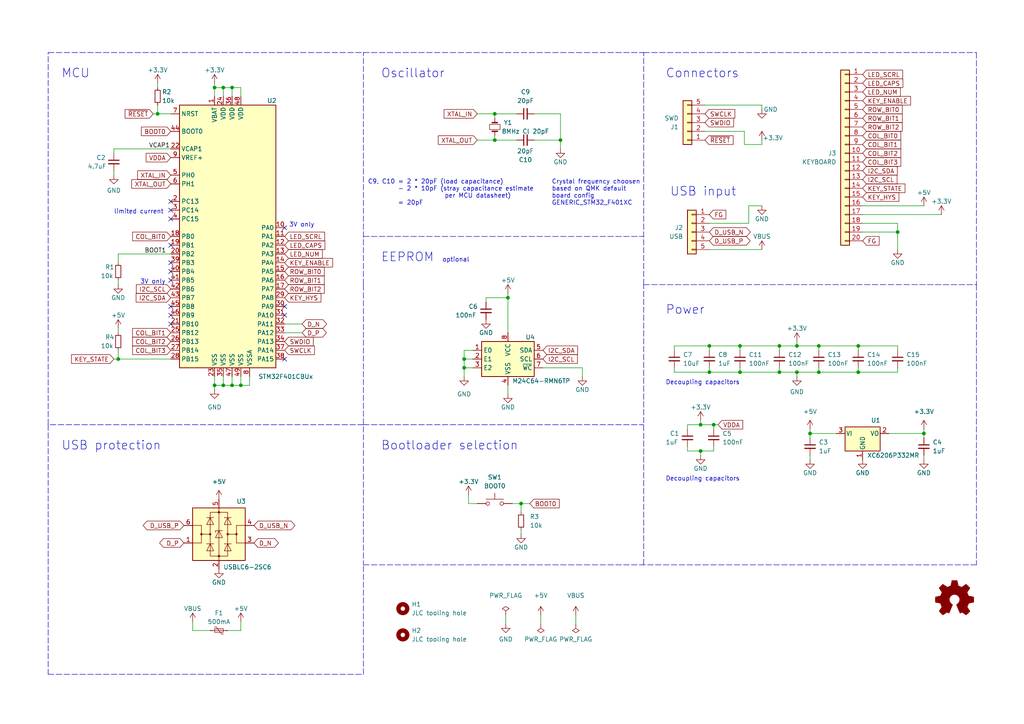
<source format=kicad_sch>
(kicad_sch (version 20211123) (generator eeschema)

  (uuid 3c7f716a-ef14-43e1-9875-4495ece27a97)

  (paper "A4")

  (title_block
    (title "Leopold FC980C Replacement Controller")
    (rev "2")
    (company "Wilhelm Schuster")
    (comment 1 "Licensed under CERN-OHL-S V2")
  )

  (lib_symbols
    (symbol "+5V_1" (power) (pin_names (offset 0)) (in_bom yes) (on_board yes)
      (property "Reference" "#PWR" (id 0) (at 0 -3.81 0)
        (effects (font (size 1.27 1.27)) hide)
      )
      (property "Value" "+5V_1" (id 1) (at 0 3.556 0)
        (effects (font (size 1.27 1.27)))
      )
      (property "Footprint" "" (id 2) (at 0 0 0)
        (effects (font (size 1.27 1.27)) hide)
      )
      (property "Datasheet" "" (id 3) (at 0 0 0)
        (effects (font (size 1.27 1.27)) hide)
      )
      (property "ki_keywords" "global power" (id 4) (at 0 0 0)
        (effects (font (size 1.27 1.27)) hide)
      )
      (property "ki_description" "Power symbol creates a global label with name \"+5V\"" (id 5) (at 0 0 0)
        (effects (font (size 1.27 1.27)) hide)
      )
      (symbol "+5V_1_0_1"
        (polyline
          (pts
            (xy -0.762 1.27)
            (xy 0 2.54)
          )
          (stroke (width 0) (type default) (color 0 0 0 0))
          (fill (type none))
        )
        (polyline
          (pts
            (xy 0 0)
            (xy 0 2.54)
          )
          (stroke (width 0) (type default) (color 0 0 0 0))
          (fill (type none))
        )
        (polyline
          (pts
            (xy 0 2.54)
            (xy 0.762 1.27)
          )
          (stroke (width 0) (type default) (color 0 0 0 0))
          (fill (type none))
        )
      )
      (symbol "+5V_1_1_1"
        (pin power_in line (at 0 0 90) (length 0) hide
          (name "+5V" (effects (font (size 1.27 1.27))))
          (number "1" (effects (font (size 1.27 1.27))))
        )
      )
    )
    (symbol "+5V_2" (power) (pin_names (offset 0)) (in_bom yes) (on_board yes)
      (property "Reference" "#PWR" (id 0) (at 0 -3.81 0)
        (effects (font (size 1.27 1.27)) hide)
      )
      (property "Value" "+5V_2" (id 1) (at 0 3.556 0)
        (effects (font (size 1.27 1.27)))
      )
      (property "Footprint" "" (id 2) (at 0 0 0)
        (effects (font (size 1.27 1.27)) hide)
      )
      (property "Datasheet" "" (id 3) (at 0 0 0)
        (effects (font (size 1.27 1.27)) hide)
      )
      (property "ki_keywords" "global power" (id 4) (at 0 0 0)
        (effects (font (size 1.27 1.27)) hide)
      )
      (property "ki_description" "Power symbol creates a global label with name \"+5V\"" (id 5) (at 0 0 0)
        (effects (font (size 1.27 1.27)) hide)
      )
      (symbol "+5V_2_0_1"
        (polyline
          (pts
            (xy -0.762 1.27)
            (xy 0 2.54)
          )
          (stroke (width 0) (type default) (color 0 0 0 0))
          (fill (type none))
        )
        (polyline
          (pts
            (xy 0 0)
            (xy 0 2.54)
          )
          (stroke (width 0) (type default) (color 0 0 0 0))
          (fill (type none))
        )
        (polyline
          (pts
            (xy 0 2.54)
            (xy 0.762 1.27)
          )
          (stroke (width 0) (type default) (color 0 0 0 0))
          (fill (type none))
        )
      )
      (symbol "+5V_2_1_1"
        (pin power_in line (at 0 0 90) (length 0) hide
          (name "+5V" (effects (font (size 1.27 1.27))))
          (number "1" (effects (font (size 1.27 1.27))))
        )
      )
    )
    (symbol "Connector_Generic:Conn_01x05" (pin_names (offset 1.016) hide) (in_bom yes) (on_board yes)
      (property "Reference" "J" (id 0) (at 0 7.62 0)
        (effects (font (size 1.27 1.27)))
      )
      (property "Value" "Conn_01x05" (id 1) (at 0 -7.62 0)
        (effects (font (size 1.27 1.27)))
      )
      (property "Footprint" "" (id 2) (at 0 0 0)
        (effects (font (size 1.27 1.27)) hide)
      )
      (property "Datasheet" "~" (id 3) (at 0 0 0)
        (effects (font (size 1.27 1.27)) hide)
      )
      (property "ki_keywords" "connector" (id 4) (at 0 0 0)
        (effects (font (size 1.27 1.27)) hide)
      )
      (property "ki_description" "Generic connector, single row, 01x05, script generated (kicad-library-utils/schlib/autogen/connector/)" (id 5) (at 0 0 0)
        (effects (font (size 1.27 1.27)) hide)
      )
      (property "ki_fp_filters" "Connector*:*_1x??_*" (id 6) (at 0 0 0)
        (effects (font (size 1.27 1.27)) hide)
      )
      (symbol "Conn_01x05_1_1"
        (rectangle (start -1.27 -4.953) (end 0 -5.207)
          (stroke (width 0.1524) (type default) (color 0 0 0 0))
          (fill (type none))
        )
        (rectangle (start -1.27 -2.413) (end 0 -2.667)
          (stroke (width 0.1524) (type default) (color 0 0 0 0))
          (fill (type none))
        )
        (rectangle (start -1.27 0.127) (end 0 -0.127)
          (stroke (width 0.1524) (type default) (color 0 0 0 0))
          (fill (type none))
        )
        (rectangle (start -1.27 2.667) (end 0 2.413)
          (stroke (width 0.1524) (type default) (color 0 0 0 0))
          (fill (type none))
        )
        (rectangle (start -1.27 5.207) (end 0 4.953)
          (stroke (width 0.1524) (type default) (color 0 0 0 0))
          (fill (type none))
        )
        (rectangle (start -1.27 6.35) (end 1.27 -6.35)
          (stroke (width 0.254) (type default) (color 0 0 0 0))
          (fill (type background))
        )
        (pin passive line (at -5.08 5.08 0) (length 3.81)
          (name "Pin_1" (effects (font (size 1.27 1.27))))
          (number "1" (effects (font (size 1.27 1.27))))
        )
        (pin passive line (at -5.08 2.54 0) (length 3.81)
          (name "Pin_2" (effects (font (size 1.27 1.27))))
          (number "2" (effects (font (size 1.27 1.27))))
        )
        (pin passive line (at -5.08 0 0) (length 3.81)
          (name "Pin_3" (effects (font (size 1.27 1.27))))
          (number "3" (effects (font (size 1.27 1.27))))
        )
        (pin passive line (at -5.08 -2.54 0) (length 3.81)
          (name "Pin_4" (effects (font (size 1.27 1.27))))
          (number "4" (effects (font (size 1.27 1.27))))
        )
        (pin passive line (at -5.08 -5.08 0) (length 3.81)
          (name "Pin_5" (effects (font (size 1.27 1.27))))
          (number "5" (effects (font (size 1.27 1.27))))
        )
      )
    )
    (symbol "Connector_Generic:Conn_01x20" (pin_names (offset 1.016) hide) (in_bom yes) (on_board yes)
      (property "Reference" "J" (id 0) (at 0 25.4 0)
        (effects (font (size 1.27 1.27)))
      )
      (property "Value" "Conn_01x20" (id 1) (at 0 -27.94 0)
        (effects (font (size 1.27 1.27)))
      )
      (property "Footprint" "" (id 2) (at 0 0 0)
        (effects (font (size 1.27 1.27)) hide)
      )
      (property "Datasheet" "~" (id 3) (at 0 0 0)
        (effects (font (size 1.27 1.27)) hide)
      )
      (property "ki_keywords" "connector" (id 4) (at 0 0 0)
        (effects (font (size 1.27 1.27)) hide)
      )
      (property "ki_description" "Generic connector, single row, 01x20, script generated (kicad-library-utils/schlib/autogen/connector/)" (id 5) (at 0 0 0)
        (effects (font (size 1.27 1.27)) hide)
      )
      (property "ki_fp_filters" "Connector*:*_1x??_*" (id 6) (at 0 0 0)
        (effects (font (size 1.27 1.27)) hide)
      )
      (symbol "Conn_01x20_1_1"
        (rectangle (start -1.27 -25.273) (end 0 -25.527)
          (stroke (width 0.1524) (type default) (color 0 0 0 0))
          (fill (type none))
        )
        (rectangle (start -1.27 -22.733) (end 0 -22.987)
          (stroke (width 0.1524) (type default) (color 0 0 0 0))
          (fill (type none))
        )
        (rectangle (start -1.27 -20.193) (end 0 -20.447)
          (stroke (width 0.1524) (type default) (color 0 0 0 0))
          (fill (type none))
        )
        (rectangle (start -1.27 -17.653) (end 0 -17.907)
          (stroke (width 0.1524) (type default) (color 0 0 0 0))
          (fill (type none))
        )
        (rectangle (start -1.27 -15.113) (end 0 -15.367)
          (stroke (width 0.1524) (type default) (color 0 0 0 0))
          (fill (type none))
        )
        (rectangle (start -1.27 -12.573) (end 0 -12.827)
          (stroke (width 0.1524) (type default) (color 0 0 0 0))
          (fill (type none))
        )
        (rectangle (start -1.27 -10.033) (end 0 -10.287)
          (stroke (width 0.1524) (type default) (color 0 0 0 0))
          (fill (type none))
        )
        (rectangle (start -1.27 -7.493) (end 0 -7.747)
          (stroke (width 0.1524) (type default) (color 0 0 0 0))
          (fill (type none))
        )
        (rectangle (start -1.27 -4.953) (end 0 -5.207)
          (stroke (width 0.1524) (type default) (color 0 0 0 0))
          (fill (type none))
        )
        (rectangle (start -1.27 -2.413) (end 0 -2.667)
          (stroke (width 0.1524) (type default) (color 0 0 0 0))
          (fill (type none))
        )
        (rectangle (start -1.27 0.127) (end 0 -0.127)
          (stroke (width 0.1524) (type default) (color 0 0 0 0))
          (fill (type none))
        )
        (rectangle (start -1.27 2.667) (end 0 2.413)
          (stroke (width 0.1524) (type default) (color 0 0 0 0))
          (fill (type none))
        )
        (rectangle (start -1.27 5.207) (end 0 4.953)
          (stroke (width 0.1524) (type default) (color 0 0 0 0))
          (fill (type none))
        )
        (rectangle (start -1.27 7.747) (end 0 7.493)
          (stroke (width 0.1524) (type default) (color 0 0 0 0))
          (fill (type none))
        )
        (rectangle (start -1.27 10.287) (end 0 10.033)
          (stroke (width 0.1524) (type default) (color 0 0 0 0))
          (fill (type none))
        )
        (rectangle (start -1.27 12.827) (end 0 12.573)
          (stroke (width 0.1524) (type default) (color 0 0 0 0))
          (fill (type none))
        )
        (rectangle (start -1.27 15.367) (end 0 15.113)
          (stroke (width 0.1524) (type default) (color 0 0 0 0))
          (fill (type none))
        )
        (rectangle (start -1.27 17.907) (end 0 17.653)
          (stroke (width 0.1524) (type default) (color 0 0 0 0))
          (fill (type none))
        )
        (rectangle (start -1.27 20.447) (end 0 20.193)
          (stroke (width 0.1524) (type default) (color 0 0 0 0))
          (fill (type none))
        )
        (rectangle (start -1.27 22.987) (end 0 22.733)
          (stroke (width 0.1524) (type default) (color 0 0 0 0))
          (fill (type none))
        )
        (rectangle (start -1.27 24.13) (end 1.27 -26.67)
          (stroke (width 0.254) (type default) (color 0 0 0 0))
          (fill (type background))
        )
        (pin passive line (at -5.08 22.86 0) (length 3.81)
          (name "Pin_1" (effects (font (size 1.27 1.27))))
          (number "1" (effects (font (size 1.27 1.27))))
        )
        (pin passive line (at -5.08 0 0) (length 3.81)
          (name "Pin_10" (effects (font (size 1.27 1.27))))
          (number "10" (effects (font (size 1.27 1.27))))
        )
        (pin passive line (at -5.08 -2.54 0) (length 3.81)
          (name "Pin_11" (effects (font (size 1.27 1.27))))
          (number "11" (effects (font (size 1.27 1.27))))
        )
        (pin passive line (at -5.08 -5.08 0) (length 3.81)
          (name "Pin_12" (effects (font (size 1.27 1.27))))
          (number "12" (effects (font (size 1.27 1.27))))
        )
        (pin passive line (at -5.08 -7.62 0) (length 3.81)
          (name "Pin_13" (effects (font (size 1.27 1.27))))
          (number "13" (effects (font (size 1.27 1.27))))
        )
        (pin passive line (at -5.08 -10.16 0) (length 3.81)
          (name "Pin_14" (effects (font (size 1.27 1.27))))
          (number "14" (effects (font (size 1.27 1.27))))
        )
        (pin passive line (at -5.08 -12.7 0) (length 3.81)
          (name "Pin_15" (effects (font (size 1.27 1.27))))
          (number "15" (effects (font (size 1.27 1.27))))
        )
        (pin passive line (at -5.08 -15.24 0) (length 3.81)
          (name "Pin_16" (effects (font (size 1.27 1.27))))
          (number "16" (effects (font (size 1.27 1.27))))
        )
        (pin passive line (at -5.08 -17.78 0) (length 3.81)
          (name "Pin_17" (effects (font (size 1.27 1.27))))
          (number "17" (effects (font (size 1.27 1.27))))
        )
        (pin passive line (at -5.08 -20.32 0) (length 3.81)
          (name "Pin_18" (effects (font (size 1.27 1.27))))
          (number "18" (effects (font (size 1.27 1.27))))
        )
        (pin passive line (at -5.08 -22.86 0) (length 3.81)
          (name "Pin_19" (effects (font (size 1.27 1.27))))
          (number "19" (effects (font (size 1.27 1.27))))
        )
        (pin passive line (at -5.08 20.32 0) (length 3.81)
          (name "Pin_2" (effects (font (size 1.27 1.27))))
          (number "2" (effects (font (size 1.27 1.27))))
        )
        (pin passive line (at -5.08 -25.4 0) (length 3.81)
          (name "Pin_20" (effects (font (size 1.27 1.27))))
          (number "20" (effects (font (size 1.27 1.27))))
        )
        (pin passive line (at -5.08 17.78 0) (length 3.81)
          (name "Pin_3" (effects (font (size 1.27 1.27))))
          (number "3" (effects (font (size 1.27 1.27))))
        )
        (pin passive line (at -5.08 15.24 0) (length 3.81)
          (name "Pin_4" (effects (font (size 1.27 1.27))))
          (number "4" (effects (font (size 1.27 1.27))))
        )
        (pin passive line (at -5.08 12.7 0) (length 3.81)
          (name "Pin_5" (effects (font (size 1.27 1.27))))
          (number "5" (effects (font (size 1.27 1.27))))
        )
        (pin passive line (at -5.08 10.16 0) (length 3.81)
          (name "Pin_6" (effects (font (size 1.27 1.27))))
          (number "6" (effects (font (size 1.27 1.27))))
        )
        (pin passive line (at -5.08 7.62 0) (length 3.81)
          (name "Pin_7" (effects (font (size 1.27 1.27))))
          (number "7" (effects (font (size 1.27 1.27))))
        )
        (pin passive line (at -5.08 5.08 0) (length 3.81)
          (name "Pin_8" (effects (font (size 1.27 1.27))))
          (number "8" (effects (font (size 1.27 1.27))))
        )
        (pin passive line (at -5.08 2.54 0) (length 3.81)
          (name "Pin_9" (effects (font (size 1.27 1.27))))
          (number "9" (effects (font (size 1.27 1.27))))
        )
      )
    )
    (symbol "Device:C_Small" (pin_numbers hide) (pin_names (offset 0.254) hide) (in_bom yes) (on_board yes)
      (property "Reference" "C" (id 0) (at 0.254 1.778 0)
        (effects (font (size 1.27 1.27)) (justify left))
      )
      (property "Value" "C_Small" (id 1) (at 0.254 -2.032 0)
        (effects (font (size 1.27 1.27)) (justify left))
      )
      (property "Footprint" "" (id 2) (at 0 0 0)
        (effects (font (size 1.27 1.27)) hide)
      )
      (property "Datasheet" "~" (id 3) (at 0 0 0)
        (effects (font (size 1.27 1.27)) hide)
      )
      (property "ki_keywords" "capacitor cap" (id 4) (at 0 0 0)
        (effects (font (size 1.27 1.27)) hide)
      )
      (property "ki_description" "Unpolarized capacitor, small symbol" (id 5) (at 0 0 0)
        (effects (font (size 1.27 1.27)) hide)
      )
      (property "ki_fp_filters" "C_*" (id 6) (at 0 0 0)
        (effects (font (size 1.27 1.27)) hide)
      )
      (symbol "C_Small_0_1"
        (polyline
          (pts
            (xy -1.524 -0.508)
            (xy 1.524 -0.508)
          )
          (stroke (width 0.3302) (type default) (color 0 0 0 0))
          (fill (type none))
        )
        (polyline
          (pts
            (xy -1.524 0.508)
            (xy 1.524 0.508)
          )
          (stroke (width 0.3048) (type default) (color 0 0 0 0))
          (fill (type none))
        )
      )
      (symbol "C_Small_1_1"
        (pin passive line (at 0 2.54 270) (length 2.032)
          (name "~" (effects (font (size 1.27 1.27))))
          (number "1" (effects (font (size 1.27 1.27))))
        )
        (pin passive line (at 0 -2.54 90) (length 2.032)
          (name "~" (effects (font (size 1.27 1.27))))
          (number "2" (effects (font (size 1.27 1.27))))
        )
      )
    )
    (symbol "Device:Crystal_Small" (pin_numbers hide) (pin_names (offset 1.016) hide) (in_bom yes) (on_board yes)
      (property "Reference" "Y" (id 0) (at 0 2.54 0)
        (effects (font (size 1.27 1.27)))
      )
      (property "Value" "Crystal_Small" (id 1) (at 0 -2.54 0)
        (effects (font (size 1.27 1.27)))
      )
      (property "Footprint" "" (id 2) (at 0 0 0)
        (effects (font (size 1.27 1.27)) hide)
      )
      (property "Datasheet" "~" (id 3) (at 0 0 0)
        (effects (font (size 1.27 1.27)) hide)
      )
      (property "ki_keywords" "quartz ceramic resonator oscillator" (id 4) (at 0 0 0)
        (effects (font (size 1.27 1.27)) hide)
      )
      (property "ki_description" "Two pin crystal, small symbol" (id 5) (at 0 0 0)
        (effects (font (size 1.27 1.27)) hide)
      )
      (property "ki_fp_filters" "Crystal*" (id 6) (at 0 0 0)
        (effects (font (size 1.27 1.27)) hide)
      )
      (symbol "Crystal_Small_0_1"
        (rectangle (start -0.762 -1.524) (end 0.762 1.524)
          (stroke (width 0) (type default) (color 0 0 0 0))
          (fill (type none))
        )
        (polyline
          (pts
            (xy -1.27 -0.762)
            (xy -1.27 0.762)
          )
          (stroke (width 0.381) (type default) (color 0 0 0 0))
          (fill (type none))
        )
        (polyline
          (pts
            (xy 1.27 -0.762)
            (xy 1.27 0.762)
          )
          (stroke (width 0.381) (type default) (color 0 0 0 0))
          (fill (type none))
        )
      )
      (symbol "Crystal_Small_1_1"
        (pin passive line (at -2.54 0 0) (length 1.27)
          (name "1" (effects (font (size 1.27 1.27))))
          (number "1" (effects (font (size 1.27 1.27))))
        )
        (pin passive line (at 2.54 0 180) (length 1.27)
          (name "2" (effects (font (size 1.27 1.27))))
          (number "2" (effects (font (size 1.27 1.27))))
        )
      )
    )
    (symbol "Device:Polyfuse_Small" (pin_numbers hide) (pin_names (offset 0)) (in_bom yes) (on_board yes)
      (property "Reference" "F" (id 0) (at -1.905 0 90)
        (effects (font (size 1.27 1.27)))
      )
      (property "Value" "Polyfuse_Small" (id 1) (at 1.905 0 90)
        (effects (font (size 1.27 1.27)))
      )
      (property "Footprint" "" (id 2) (at 1.27 -5.08 0)
        (effects (font (size 1.27 1.27)) (justify left) hide)
      )
      (property "Datasheet" "~" (id 3) (at 0 0 0)
        (effects (font (size 1.27 1.27)) hide)
      )
      (property "ki_keywords" "resettable fuse PTC PPTC polyfuse polyswitch" (id 4) (at 0 0 0)
        (effects (font (size 1.27 1.27)) hide)
      )
      (property "ki_description" "Resettable fuse, polymeric positive temperature coefficient, small symbol" (id 5) (at 0 0 0)
        (effects (font (size 1.27 1.27)) hide)
      )
      (property "ki_fp_filters" "*polyfuse* *PTC*" (id 6) (at 0 0 0)
        (effects (font (size 1.27 1.27)) hide)
      )
      (symbol "Polyfuse_Small_0_1"
        (rectangle (start -0.508 1.27) (end 0.508 -1.27)
          (stroke (width 0) (type default) (color 0 0 0 0))
          (fill (type none))
        )
        (polyline
          (pts
            (xy 0 2.54)
            (xy 0 -2.54)
          )
          (stroke (width 0) (type default) (color 0 0 0 0))
          (fill (type none))
        )
        (polyline
          (pts
            (xy -1.016 1.27)
            (xy -1.016 0.762)
            (xy 1.016 -0.762)
            (xy 1.016 -1.27)
          )
          (stroke (width 0) (type default) (color 0 0 0 0))
          (fill (type none))
        )
      )
      (symbol "Polyfuse_Small_1_1"
        (pin passive line (at 0 2.54 270) (length 0.635)
          (name "~" (effects (font (size 1.27 1.27))))
          (number "1" (effects (font (size 1.27 1.27))))
        )
        (pin passive line (at 0 -2.54 90) (length 0.635)
          (name "~" (effects (font (size 1.27 1.27))))
          (number "2" (effects (font (size 1.27 1.27))))
        )
      )
    )
    (symbol "Device:R_Small" (pin_numbers hide) (pin_names (offset 0.254) hide) (in_bom yes) (on_board yes)
      (property "Reference" "R" (id 0) (at 0.762 0.508 0)
        (effects (font (size 1.27 1.27)) (justify left))
      )
      (property "Value" "R_Small" (id 1) (at 0.762 -1.016 0)
        (effects (font (size 1.27 1.27)) (justify left))
      )
      (property "Footprint" "" (id 2) (at 0 0 0)
        (effects (font (size 1.27 1.27)) hide)
      )
      (property "Datasheet" "~" (id 3) (at 0 0 0)
        (effects (font (size 1.27 1.27)) hide)
      )
      (property "ki_keywords" "R resistor" (id 4) (at 0 0 0)
        (effects (font (size 1.27 1.27)) hide)
      )
      (property "ki_description" "Resistor, small symbol" (id 5) (at 0 0 0)
        (effects (font (size 1.27 1.27)) hide)
      )
      (property "ki_fp_filters" "R_*" (id 6) (at 0 0 0)
        (effects (font (size 1.27 1.27)) hide)
      )
      (symbol "R_Small_0_1"
        (rectangle (start -0.762 1.778) (end 0.762 -1.778)
          (stroke (width 0.2032) (type default) (color 0 0 0 0))
          (fill (type none))
        )
      )
      (symbol "R_Small_1_1"
        (pin passive line (at 0 2.54 270) (length 0.762)
          (name "~" (effects (font (size 1.27 1.27))))
          (number "1" (effects (font (size 1.27 1.27))))
        )
        (pin passive line (at 0 -2.54 90) (length 0.762)
          (name "~" (effects (font (size 1.27 1.27))))
          (number "2" (effects (font (size 1.27 1.27))))
        )
      )
    )
    (symbol "Graphic:Logo_Open_Hardware_Small" (pin_names (offset 1.016)) (in_bom yes) (on_board yes)
      (property "Reference" "#LOGO" (id 0) (at 0 6.985 0)
        (effects (font (size 1.27 1.27)) hide)
      )
      (property "Value" "Logo_Open_Hardware_Small" (id 1) (at 0 -5.715 0)
        (effects (font (size 1.27 1.27)) hide)
      )
      (property "Footprint" "" (id 2) (at 0 0 0)
        (effects (font (size 1.27 1.27)) hide)
      )
      (property "Datasheet" "~" (id 3) (at 0 0 0)
        (effects (font (size 1.27 1.27)) hide)
      )
      (property "ki_keywords" "Logo" (id 4) (at 0 0 0)
        (effects (font (size 1.27 1.27)) hide)
      )
      (property "ki_description" "Open Hardware logo, small" (id 5) (at 0 0 0)
        (effects (font (size 1.27 1.27)) hide)
      )
      (symbol "Logo_Open_Hardware_Small_0_1"
        (polyline
          (pts
            (xy 3.3528 -4.3434)
            (xy 3.302 -4.318)
            (xy 3.175 -4.2418)
            (xy 2.9972 -4.1148)
            (xy 2.7686 -3.9624)
            (xy 2.54 -3.81)
            (xy 2.3622 -3.7084)
            (xy 2.2352 -3.6068)
            (xy 2.1844 -3.5814)
            (xy 2.159 -3.6068)
            (xy 2.0574 -3.6576)
            (xy 1.905 -3.7338)
            (xy 1.8034 -3.7846)
            (xy 1.6764 -3.8354)
            (xy 1.6002 -3.8354)
            (xy 1.6002 -3.8354)
            (xy 1.5494 -3.7338)
            (xy 1.4732 -3.5306)
            (xy 1.3462 -3.302)
            (xy 1.2446 -3.0226)
            (xy 1.1176 -2.7178)
            (xy 0.9652 -2.413)
            (xy 0.8636 -2.1082)
            (xy 0.7366 -1.8288)
            (xy 0.6604 -1.6256)
            (xy 0.6096 -1.4732)
            (xy 0.5842 -1.397)
            (xy 0.5842 -1.397)
            (xy 0.6604 -1.3208)
            (xy 0.7874 -1.2446)
            (xy 1.0414 -1.016)
            (xy 1.2954 -0.6858)
            (xy 1.4478 -0.3302)
            (xy 1.524 0.0762)
            (xy 1.4732 0.4572)
            (xy 1.3208 0.8128)
            (xy 1.0668 1.143)
            (xy 0.762 1.3716)
            (xy 0.4064 1.524)
            (xy 0 1.5748)
            (xy -0.381 1.5494)
            (xy -0.7366 1.397)
            (xy -1.0668 1.143)
            (xy -1.2192 0.9906)
            (xy -1.397 0.6604)
            (xy -1.524 0.3048)
            (xy -1.524 0.2286)
            (xy -1.4986 -0.1778)
            (xy -1.397 -0.5334)
            (xy -1.1938 -0.8636)
            (xy -0.9144 -1.143)
            (xy -0.8636 -1.1684)
            (xy -0.7366 -1.27)
            (xy -0.635 -1.3462)
            (xy -0.5842 -1.397)
            (xy -1.0668 -2.5908)
            (xy -1.143 -2.794)
            (xy -1.2954 -3.1242)
            (xy -1.397 -3.4036)
            (xy -1.4986 -3.6322)
            (xy -1.5748 -3.7846)
            (xy -1.6002 -3.8354)
            (xy -1.6002 -3.8354)
            (xy -1.651 -3.8354)
            (xy -1.7272 -3.81)
            (xy -1.905 -3.7338)
            (xy -2.0066 -3.683)
            (xy -2.1336 -3.6068)
            (xy -2.2098 -3.5814)
            (xy -2.2606 -3.6068)
            (xy -2.3622 -3.683)
            (xy -2.54 -3.81)
            (xy -2.7686 -3.9624)
            (xy -2.9718 -4.0894)
            (xy -3.1496 -4.2164)
            (xy -3.302 -4.318)
            (xy -3.3528 -4.3434)
            (xy -3.3782 -4.3434)
            (xy -3.429 -4.318)
            (xy -3.5306 -4.2164)
            (xy -3.7084 -4.064)
            (xy -3.937 -3.8354)
            (xy -3.9624 -3.81)
            (xy -4.1656 -3.6068)
            (xy -4.318 -3.4544)
            (xy -4.4196 -3.3274)
            (xy -4.445 -3.2766)
            (xy -4.445 -3.2766)
            (xy -4.4196 -3.2258)
            (xy -4.318 -3.0734)
            (xy -4.2164 -2.8956)
            (xy -4.064 -2.667)
            (xy -3.6576 -2.0828)
            (xy -3.8862 -1.5494)
            (xy -3.937 -1.3716)
            (xy -4.0386 -1.1684)
            (xy -4.0894 -1.0414)
            (xy -4.1148 -0.9652)
            (xy -4.191 -0.9398)
            (xy -4.318 -0.9144)
            (xy -4.5466 -0.8636)
            (xy -4.8006 -0.8128)
            (xy -5.0546 -0.7874)
            (xy -5.2578 -0.7366)
            (xy -5.4356 -0.7112)
            (xy -5.5118 -0.6858)
            (xy -5.5118 -0.6858)
            (xy -5.5372 -0.635)
            (xy -5.5372 -0.5588)
            (xy -5.5372 -0.4318)
            (xy -5.5626 -0.2286)
            (xy -5.5626 0.0762)
            (xy -5.5626 0.127)
            (xy -5.5372 0.4064)
            (xy -5.5372 0.635)
            (xy -5.5372 0.762)
            (xy -5.5372 0.8382)
            (xy -5.5372 0.8382)
            (xy -5.461 0.8382)
            (xy -5.3086 0.889)
            (xy -5.08 0.9144)
            (xy -4.826 0.9652)
            (xy -4.8006 0.9906)
            (xy -4.5466 1.0414)
            (xy -4.318 1.0668)
            (xy -4.1656 1.1176)
            (xy -4.0894 1.143)
            (xy -4.0894 1.143)
            (xy -4.0386 1.2446)
            (xy -3.9624 1.4224)
            (xy -3.8608 1.6256)
            (xy -3.7846 1.8288)
            (xy -3.7084 2.0066)
            (xy -3.6576 2.159)
            (xy -3.6322 2.2098)
            (xy -3.6322 2.2098)
            (xy -3.683 2.286)
            (xy -3.7592 2.413)
            (xy -3.8862 2.5908)
            (xy -4.064 2.8194)
            (xy -4.064 2.8448)
            (xy -4.2164 3.0734)
            (xy -4.3434 3.2512)
            (xy -4.4196 3.3782)
            (xy -4.445 3.4544)
            (xy -4.445 3.4544)
            (xy -4.3942 3.5052)
            (xy -4.2926 3.6322)
            (xy -4.1148 3.81)
            (xy -3.937 4.0132)
            (xy -3.8608 4.064)
            (xy -3.6576 4.2926)
            (xy -3.5052 4.4196)
            (xy -3.4036 4.4958)
            (xy -3.3528 4.5212)
            (xy -3.3528 4.5212)
            (xy -3.302 4.4704)
            (xy -3.1496 4.3688)
            (xy -2.9718 4.2418)
            (xy -2.7432 4.0894)
            (xy -2.7178 4.0894)
            (xy -2.4892 3.937)
            (xy -2.3114 3.81)
            (xy -2.1844 3.7084)
            (xy -2.1336 3.683)
            (xy -2.1082 3.683)
            (xy -2.032 3.7084)
            (xy -1.8542 3.7592)
            (xy -1.6764 3.8354)
            (xy -1.4732 3.937)
            (xy -1.27 4.0132)
            (xy -1.143 4.064)
            (xy -1.0668 4.1148)
            (xy -1.0668 4.1148)
            (xy -1.0414 4.191)
            (xy -1.016 4.3434)
            (xy -0.9652 4.572)
            (xy -0.9144 4.8514)
            (xy -0.889 4.9022)
            (xy -0.8382 5.1562)
            (xy -0.8128 5.3848)
            (xy -0.7874 5.5372)
            (xy -0.762 5.588)
            (xy -0.7112 5.6134)
            (xy -0.5842 5.6134)
            (xy -0.4064 5.6134)
            (xy -0.1524 5.6134)
            (xy 0.0762 5.6134)
            (xy 0.3302 5.6134)
            (xy 0.5334 5.6134)
            (xy 0.6858 5.588)
            (xy 0.7366 5.588)
            (xy 0.7366 5.588)
            (xy 0.762 5.5118)
            (xy 0.8128 5.334)
            (xy 0.8382 5.1054)
            (xy 0.9144 4.826)
            (xy 0.9144 4.7752)
            (xy 0.9652 4.5212)
            (xy 1.016 4.2926)
            (xy 1.0414 4.1402)
            (xy 1.0668 4.0894)
            (xy 1.0668 4.0894)
            (xy 1.1938 4.0386)
            (xy 1.3716 3.9624)
            (xy 1.5748 3.8608)
            (xy 2.0828 3.6576)
            (xy 2.7178 4.0894)
            (xy 2.7686 4.1402)
            (xy 2.9972 4.2926)
            (xy 3.175 4.4196)
            (xy 3.302 4.4958)
            (xy 3.3782 4.5212)
            (xy 3.3782 4.5212)
            (xy 3.429 4.4704)
            (xy 3.556 4.3434)
            (xy 3.7338 4.191)
            (xy 3.9116 3.9878)
            (xy 4.064 3.8354)
            (xy 4.2418 3.6576)
            (xy 4.3434 3.556)
            (xy 4.4196 3.4798)
            (xy 4.4196 3.429)
            (xy 4.4196 3.4036)
            (xy 4.3942 3.3274)
            (xy 4.2926 3.2004)
            (xy 4.1656 2.9972)
            (xy 4.0132 2.794)
            (xy 3.8862 2.5908)
            (xy 3.7592 2.3876)
            (xy 3.6576 2.2352)
            (xy 3.6322 2.159)
            (xy 3.6322 2.1336)
            (xy 3.683 2.0066)
            (xy 3.7592 1.8288)
            (xy 3.8608 1.6002)
            (xy 4.064 1.1176)
            (xy 4.3942 1.0414)
            (xy 4.5974 1.016)
            (xy 4.8768 0.9652)
            (xy 5.1308 0.9144)
            (xy 5.5372 0.8382)
            (xy 5.5626 -0.6604)
            (xy 5.4864 -0.6858)
            (xy 5.4356 -0.6858)
            (xy 5.2832 -0.7366)
            (xy 5.0546 -0.762)
            (xy 4.8006 -0.8128)
            (xy 4.5974 -0.8636)
            (xy 4.3688 -0.9144)
            (xy 4.2164 -0.9398)
            (xy 4.1402 -0.9398)
            (xy 4.1148 -0.9652)
            (xy 4.064 -1.0668)
            (xy 3.9878 -1.2446)
            (xy 3.9116 -1.4478)
            (xy 3.81 -1.651)
            (xy 3.7338 -1.8542)
            (xy 3.683 -2.0066)
            (xy 3.6576 -2.0828)
            (xy 3.683 -2.1336)
            (xy 3.7846 -2.2606)
            (xy 3.8862 -2.4638)
            (xy 4.0386 -2.667)
            (xy 4.191 -2.8956)
            (xy 4.318 -3.0734)
            (xy 4.3942 -3.2004)
            (xy 4.445 -3.2766)
            (xy 4.4196 -3.3274)
            (xy 4.3434 -3.429)
            (xy 4.1656 -3.5814)
            (xy 3.937 -3.8354)
            (xy 3.8862 -3.8608)
            (xy 3.683 -4.064)
            (xy 3.5306 -4.2164)
            (xy 3.4036 -4.318)
            (xy 3.3528 -4.3434)
          )
          (stroke (width 0) (type default) (color 0 0 0 0))
          (fill (type outline))
        )
      )
    )
    (symbol "MCU_ST_STM32F4:STM32F401CBUx" (in_bom yes) (on_board yes)
      (property "Reference" "U" (id 0) (at -15.24 39.37 0)
        (effects (font (size 1.27 1.27)) (justify left))
      )
      (property "Value" "STM32F401CBUx" (id 1) (at 5.08 39.37 0)
        (effects (font (size 1.27 1.27)) (justify left))
      )
      (property "Footprint" "Package_DFN_QFN:QFN-48-1EP_7x7mm_P0.5mm_EP5.6x5.6mm" (id 2) (at -15.24 -38.1 0)
        (effects (font (size 1.27 1.27)) (justify right) hide)
      )
      (property "Datasheet" "http://www.st.com/st-web-ui/static/active/en/resource/technical/document/datasheet/DM00086815.pdf" (id 3) (at 0 0 0)
        (effects (font (size 1.27 1.27)) hide)
      )
      (property "ki_keywords" "ARM Cortex-M4 STM32F4 STM32F401" (id 4) (at 0 0 0)
        (effects (font (size 1.27 1.27)) hide)
      )
      (property "ki_description" "ARM Cortex-M4 MCU, 128KB flash, 64KB RAM, 84MHz, 1.7-3.6V, 36 GPIO, UFQFPN-48" (id 5) (at 0 0 0)
        (effects (font (size 1.27 1.27)) hide)
      )
      (property "ki_fp_filters" "QFN*1EP*7x7mm*P0.5mm*" (id 6) (at 0 0 0)
        (effects (font (size 1.27 1.27)) hide)
      )
      (symbol "STM32F401CBUx_0_1"
        (rectangle (start -15.24 -38.1) (end 12.7 38.1)
          (stroke (width 0.254) (type default) (color 0 0 0 0))
          (fill (type background))
        )
      )
      (symbol "STM32F401CBUx_1_1"
        (pin power_in line (at -5.08 40.64 270) (length 2.54)
          (name "VBAT" (effects (font (size 1.27 1.27))))
          (number "1" (effects (font (size 1.27 1.27))))
        )
        (pin bidirectional line (at 15.24 2.54 180) (length 2.54)
          (name "PA0" (effects (font (size 1.27 1.27))))
          (number "10" (effects (font (size 1.27 1.27))))
        )
        (pin bidirectional line (at 15.24 0 180) (length 2.54)
          (name "PA1" (effects (font (size 1.27 1.27))))
          (number "11" (effects (font (size 1.27 1.27))))
        )
        (pin bidirectional line (at 15.24 -2.54 180) (length 2.54)
          (name "PA2" (effects (font (size 1.27 1.27))))
          (number "12" (effects (font (size 1.27 1.27))))
        )
        (pin bidirectional line (at 15.24 -5.08 180) (length 2.54)
          (name "PA3" (effects (font (size 1.27 1.27))))
          (number "13" (effects (font (size 1.27 1.27))))
        )
        (pin bidirectional line (at 15.24 -7.62 180) (length 2.54)
          (name "PA4" (effects (font (size 1.27 1.27))))
          (number "14" (effects (font (size 1.27 1.27))))
        )
        (pin bidirectional line (at 15.24 -10.16 180) (length 2.54)
          (name "PA5" (effects (font (size 1.27 1.27))))
          (number "15" (effects (font (size 1.27 1.27))))
        )
        (pin bidirectional line (at 15.24 -12.7 180) (length 2.54)
          (name "PA6" (effects (font (size 1.27 1.27))))
          (number "16" (effects (font (size 1.27 1.27))))
        )
        (pin bidirectional line (at 15.24 -15.24 180) (length 2.54)
          (name "PA7" (effects (font (size 1.27 1.27))))
          (number "17" (effects (font (size 1.27 1.27))))
        )
        (pin bidirectional line (at -17.78 0 0) (length 2.54)
          (name "PB0" (effects (font (size 1.27 1.27))))
          (number "18" (effects (font (size 1.27 1.27))))
        )
        (pin bidirectional line (at -17.78 -2.54 0) (length 2.54)
          (name "PB1" (effects (font (size 1.27 1.27))))
          (number "19" (effects (font (size 1.27 1.27))))
        )
        (pin bidirectional line (at -17.78 10.16 0) (length 2.54)
          (name "PC13" (effects (font (size 1.27 1.27))))
          (number "2" (effects (font (size 1.27 1.27))))
        )
        (pin bidirectional line (at -17.78 -5.08 0) (length 2.54)
          (name "PB2" (effects (font (size 1.27 1.27))))
          (number "20" (effects (font (size 1.27 1.27))))
        )
        (pin bidirectional line (at -17.78 -25.4 0) (length 2.54)
          (name "PB10" (effects (font (size 1.27 1.27))))
          (number "21" (effects (font (size 1.27 1.27))))
        )
        (pin power_in line (at -17.78 25.4 0) (length 2.54)
          (name "VCAP1" (effects (font (size 1.27 1.27))))
          (number "22" (effects (font (size 1.27 1.27))))
        )
        (pin power_in line (at -5.08 -40.64 90) (length 2.54)
          (name "VSS" (effects (font (size 1.27 1.27))))
          (number "23" (effects (font (size 1.27 1.27))))
        )
        (pin power_in line (at -2.54 40.64 270) (length 2.54)
          (name "VDD" (effects (font (size 1.27 1.27))))
          (number "24" (effects (font (size 1.27 1.27))))
        )
        (pin bidirectional line (at -17.78 -27.94 0) (length 2.54)
          (name "PB12" (effects (font (size 1.27 1.27))))
          (number "25" (effects (font (size 1.27 1.27))))
        )
        (pin bidirectional line (at -17.78 -30.48 0) (length 2.54)
          (name "PB13" (effects (font (size 1.27 1.27))))
          (number "26" (effects (font (size 1.27 1.27))))
        )
        (pin bidirectional line (at -17.78 -33.02 0) (length 2.54)
          (name "PB14" (effects (font (size 1.27 1.27))))
          (number "27" (effects (font (size 1.27 1.27))))
        )
        (pin bidirectional line (at -17.78 -35.56 0) (length 2.54)
          (name "PB15" (effects (font (size 1.27 1.27))))
          (number "28" (effects (font (size 1.27 1.27))))
        )
        (pin bidirectional line (at 15.24 -17.78 180) (length 2.54)
          (name "PA8" (effects (font (size 1.27 1.27))))
          (number "29" (effects (font (size 1.27 1.27))))
        )
        (pin bidirectional line (at -17.78 7.62 0) (length 2.54)
          (name "PC14" (effects (font (size 1.27 1.27))))
          (number "3" (effects (font (size 1.27 1.27))))
        )
        (pin bidirectional line (at 15.24 -20.32 180) (length 2.54)
          (name "PA9" (effects (font (size 1.27 1.27))))
          (number "30" (effects (font (size 1.27 1.27))))
        )
        (pin bidirectional line (at 15.24 -22.86 180) (length 2.54)
          (name "PA10" (effects (font (size 1.27 1.27))))
          (number "31" (effects (font (size 1.27 1.27))))
        )
        (pin bidirectional line (at 15.24 -25.4 180) (length 2.54)
          (name "PA11" (effects (font (size 1.27 1.27))))
          (number "32" (effects (font (size 1.27 1.27))))
        )
        (pin bidirectional line (at 15.24 -27.94 180) (length 2.54)
          (name "PA12" (effects (font (size 1.27 1.27))))
          (number "33" (effects (font (size 1.27 1.27))))
        )
        (pin bidirectional line (at 15.24 -30.48 180) (length 2.54)
          (name "PA13" (effects (font (size 1.27 1.27))))
          (number "34" (effects (font (size 1.27 1.27))))
        )
        (pin power_in line (at -2.54 -40.64 90) (length 2.54)
          (name "VSS" (effects (font (size 1.27 1.27))))
          (number "35" (effects (font (size 1.27 1.27))))
        )
        (pin power_in line (at 0 40.64 270) (length 2.54)
          (name "VDD" (effects (font (size 1.27 1.27))))
          (number "36" (effects (font (size 1.27 1.27))))
        )
        (pin bidirectional line (at 15.24 -33.02 180) (length 2.54)
          (name "PA14" (effects (font (size 1.27 1.27))))
          (number "37" (effects (font (size 1.27 1.27))))
        )
        (pin bidirectional line (at 15.24 -35.56 180) (length 2.54)
          (name "PA15" (effects (font (size 1.27 1.27))))
          (number "38" (effects (font (size 1.27 1.27))))
        )
        (pin bidirectional line (at -17.78 -7.62 0) (length 2.54)
          (name "PB3" (effects (font (size 1.27 1.27))))
          (number "39" (effects (font (size 1.27 1.27))))
        )
        (pin bidirectional line (at -17.78 5.08 0) (length 2.54)
          (name "PC15" (effects (font (size 1.27 1.27))))
          (number "4" (effects (font (size 1.27 1.27))))
        )
        (pin bidirectional line (at -17.78 -10.16 0) (length 2.54)
          (name "PB4" (effects (font (size 1.27 1.27))))
          (number "40" (effects (font (size 1.27 1.27))))
        )
        (pin bidirectional line (at -17.78 -12.7 0) (length 2.54)
          (name "PB5" (effects (font (size 1.27 1.27))))
          (number "41" (effects (font (size 1.27 1.27))))
        )
        (pin bidirectional line (at -17.78 -15.24 0) (length 2.54)
          (name "PB6" (effects (font (size 1.27 1.27))))
          (number "42" (effects (font (size 1.27 1.27))))
        )
        (pin bidirectional line (at -17.78 -17.78 0) (length 2.54)
          (name "PB7" (effects (font (size 1.27 1.27))))
          (number "43" (effects (font (size 1.27 1.27))))
        )
        (pin input line (at -17.78 30.48 0) (length 2.54)
          (name "BOOT0" (effects (font (size 1.27 1.27))))
          (number "44" (effects (font (size 1.27 1.27))))
        )
        (pin bidirectional line (at -17.78 -20.32 0) (length 2.54)
          (name "PB8" (effects (font (size 1.27 1.27))))
          (number "45" (effects (font (size 1.27 1.27))))
        )
        (pin bidirectional line (at -17.78 -22.86 0) (length 2.54)
          (name "PB9" (effects (font (size 1.27 1.27))))
          (number "46" (effects (font (size 1.27 1.27))))
        )
        (pin power_in line (at 0 -40.64 90) (length 2.54)
          (name "VSS" (effects (font (size 1.27 1.27))))
          (number "47" (effects (font (size 1.27 1.27))))
        )
        (pin power_in line (at 2.54 40.64 270) (length 2.54)
          (name "VDD" (effects (font (size 1.27 1.27))))
          (number "48" (effects (font (size 1.27 1.27))))
        )
        (pin power_in line (at 2.54 -40.64 90) (length 2.54)
          (name "VSS" (effects (font (size 1.27 1.27))))
          (number "49" (effects (font (size 1.27 1.27))))
        )
        (pin input line (at -17.78 17.78 0) (length 2.54)
          (name "PH0" (effects (font (size 1.27 1.27))))
          (number "5" (effects (font (size 1.27 1.27))))
        )
        (pin input line (at -17.78 15.24 0) (length 2.54)
          (name "PH1" (effects (font (size 1.27 1.27))))
          (number "6" (effects (font (size 1.27 1.27))))
        )
        (pin input line (at -17.78 35.56 0) (length 2.54)
          (name "NRST" (effects (font (size 1.27 1.27))))
          (number "7" (effects (font (size 1.27 1.27))))
        )
        (pin power_in line (at 5.08 -40.64 90) (length 2.54)
          (name "VSSA" (effects (font (size 1.27 1.27))))
          (number "8" (effects (font (size 1.27 1.27))))
        )
        (pin power_in line (at -17.78 22.86 0) (length 2.54)
          (name "VREF+" (effects (font (size 1.27 1.27))))
          (number "9" (effects (font (size 1.27 1.27))))
        )
      )
    )
    (symbol "Mechanical:MountingHole" (pin_names (offset 1.016)) (in_bom yes) (on_board yes)
      (property "Reference" "H" (id 0) (at 0 5.08 0)
        (effects (font (size 1.27 1.27)))
      )
      (property "Value" "MountingHole" (id 1) (at 0 3.175 0)
        (effects (font (size 1.27 1.27)))
      )
      (property "Footprint" "" (id 2) (at 0 0 0)
        (effects (font (size 1.27 1.27)) hide)
      )
      (property "Datasheet" "~" (id 3) (at 0 0 0)
        (effects (font (size 1.27 1.27)) hide)
      )
      (property "ki_keywords" "mounting hole" (id 4) (at 0 0 0)
        (effects (font (size 1.27 1.27)) hide)
      )
      (property "ki_description" "Mounting Hole without connection" (id 5) (at 0 0 0)
        (effects (font (size 1.27 1.27)) hide)
      )
      (property "ki_fp_filters" "MountingHole*" (id 6) (at 0 0 0)
        (effects (font (size 1.27 1.27)) hide)
      )
      (symbol "MountingHole_0_1"
        (circle (center 0 0) (radius 1.27)
          (stroke (width 1.27) (type default) (color 0 0 0 0))
          (fill (type none))
        )
      )
    )
    (symbol "Memory_EEPROM:M24C02-RMN" (in_bom yes) (on_board yes)
      (property "Reference" "U" (id 0) (at -6.35 6.35 0)
        (effects (font (size 1.27 1.27)))
      )
      (property "Value" "M24C02-RMN" (id 1) (at 7.62 6.35 0)
        (effects (font (size 1.27 1.27)))
      )
      (property "Footprint" "Package_SO:SOIC-8_3.9x4.9mm_P1.27mm" (id 2) (at 0 8.89 0)
        (effects (font (size 1.27 1.27)) hide)
      )
      (property "Datasheet" "http://www.st.com/content/ccc/resource/technical/document/datasheet/b0/d8/50/40/5a/85/49/6f/DM00071904.pdf/files/DM00071904.pdf/jcr:content/translations/en.DM00071904.pdf" (id 3) (at 1.27 -12.7 0)
        (effects (font (size 1.27 1.27)) hide)
      )
      (property "ki_keywords" "Nonvolatile Non-Volatile Memory ROM ST" (id 4) (at 0 0 0)
        (effects (font (size 1.27 1.27)) hide)
      )
      (property "ki_description" "2Kb (256x8) I2C Serial EEPROM, 1.8-5.5V, SOIC-8" (id 5) (at 0 0 0)
        (effects (font (size 1.27 1.27)) hide)
      )
      (property "ki_fp_filters" "SOIC*3.9x4.9mm*P1.27mm*" (id 6) (at 0 0 0)
        (effects (font (size 1.27 1.27)) hide)
      )
      (symbol "M24C02-RMN_0_1"
        (rectangle (start -7.62 5.08) (end 7.62 -5.08)
          (stroke (width 0.254) (type default) (color 0 0 0 0))
          (fill (type background))
        )
      )
      (symbol "M24C02-RMN_1_1"
        (pin input line (at -10.16 2.54 0) (length 2.54)
          (name "E0" (effects (font (size 1.27 1.27))))
          (number "1" (effects (font (size 1.27 1.27))))
        )
        (pin input line (at -10.16 0 0) (length 2.54)
          (name "E1" (effects (font (size 1.27 1.27))))
          (number "2" (effects (font (size 1.27 1.27))))
        )
        (pin input line (at -10.16 -2.54 0) (length 2.54)
          (name "E2" (effects (font (size 1.27 1.27))))
          (number "3" (effects (font (size 1.27 1.27))))
        )
        (pin power_in line (at 0 -7.62 90) (length 2.54)
          (name "VSS" (effects (font (size 1.27 1.27))))
          (number "4" (effects (font (size 1.27 1.27))))
        )
        (pin bidirectional line (at 10.16 2.54 180) (length 2.54)
          (name "SDA" (effects (font (size 1.27 1.27))))
          (number "5" (effects (font (size 1.27 1.27))))
        )
        (pin input line (at 10.16 0 180) (length 2.54)
          (name "SCL" (effects (font (size 1.27 1.27))))
          (number "6" (effects (font (size 1.27 1.27))))
        )
        (pin input line (at 10.16 -2.54 180) (length 2.54)
          (name "~{WC}" (effects (font (size 1.27 1.27))))
          (number "7" (effects (font (size 1.27 1.27))))
        )
        (pin power_in line (at 0 7.62 270) (length 2.54)
          (name "VCC" (effects (font (size 1.27 1.27))))
          (number "8" (effects (font (size 1.27 1.27))))
        )
      )
    )
    (symbol "Power_Protection:USBLC6-2SC6" (pin_names hide) (in_bom yes) (on_board yes)
      (property "Reference" "U" (id 0) (at 2.54 8.89 0)
        (effects (font (size 1.27 1.27)) (justify left))
      )
      (property "Value" "USBLC6-2SC6" (id 1) (at 2.54 -8.89 0)
        (effects (font (size 1.27 1.27)) (justify left))
      )
      (property "Footprint" "Package_TO_SOT_SMD:SOT-23-6" (id 2) (at 0 -12.7 0)
        (effects (font (size 1.27 1.27)) hide)
      )
      (property "Datasheet" "https://www.st.com/resource/en/datasheet/usblc6-2.pdf" (id 3) (at 5.08 8.89 0)
        (effects (font (size 1.27 1.27)) hide)
      )
      (property "ki_keywords" "usb ethernet video" (id 4) (at 0 0 0)
        (effects (font (size 1.27 1.27)) hide)
      )
      (property "ki_description" "Very low capacitance ESD protection diode, 2 data-line, SOT-23-6" (id 5) (at 0 0 0)
        (effects (font (size 1.27 1.27)) hide)
      )
      (property "ki_fp_filters" "SOT?23*" (id 6) (at 0 0 0)
        (effects (font (size 1.27 1.27)) hide)
      )
      (symbol "USBLC6-2SC6_0_1"
        (rectangle (start -7.62 -7.62) (end 7.62 7.62)
          (stroke (width 0.254) (type default) (color 0 0 0 0))
          (fill (type background))
        )
        (circle (center -5.08 0) (radius 0.254)
          (stroke (width 0) (type default) (color 0 0 0 0))
          (fill (type outline))
        )
        (circle (center -2.54 0) (radius 0.254)
          (stroke (width 0) (type default) (color 0 0 0 0))
          (fill (type outline))
        )
        (rectangle (start -2.54 6.35) (end 2.54 -6.35)
          (stroke (width 0) (type default) (color 0 0 0 0))
          (fill (type none))
        )
        (circle (center 0 -6.35) (radius 0.254)
          (stroke (width 0) (type default) (color 0 0 0 0))
          (fill (type outline))
        )
        (polyline
          (pts
            (xy -5.08 -2.54)
            (xy -7.62 -2.54)
          )
          (stroke (width 0) (type default) (color 0 0 0 0))
          (fill (type none))
        )
        (polyline
          (pts
            (xy -5.08 0)
            (xy -5.08 -2.54)
          )
          (stroke (width 0) (type default) (color 0 0 0 0))
          (fill (type none))
        )
        (polyline
          (pts
            (xy -5.08 2.54)
            (xy -7.62 2.54)
          )
          (stroke (width 0) (type default) (color 0 0 0 0))
          (fill (type none))
        )
        (polyline
          (pts
            (xy -1.524 -2.794)
            (xy -3.556 -2.794)
          )
          (stroke (width 0) (type default) (color 0 0 0 0))
          (fill (type none))
        )
        (polyline
          (pts
            (xy -1.524 4.826)
            (xy -3.556 4.826)
          )
          (stroke (width 0) (type default) (color 0 0 0 0))
          (fill (type none))
        )
        (polyline
          (pts
            (xy 0 -7.62)
            (xy 0 -6.35)
          )
          (stroke (width 0) (type default) (color 0 0 0 0))
          (fill (type none))
        )
        (polyline
          (pts
            (xy 0 -6.35)
            (xy 0 1.27)
          )
          (stroke (width 0) (type default) (color 0 0 0 0))
          (fill (type none))
        )
        (polyline
          (pts
            (xy 0 1.27)
            (xy 0 6.35)
          )
          (stroke (width 0) (type default) (color 0 0 0 0))
          (fill (type none))
        )
        (polyline
          (pts
            (xy 0 6.35)
            (xy 0 7.62)
          )
          (stroke (width 0) (type default) (color 0 0 0 0))
          (fill (type none))
        )
        (polyline
          (pts
            (xy 1.524 -2.794)
            (xy 3.556 -2.794)
          )
          (stroke (width 0) (type default) (color 0 0 0 0))
          (fill (type none))
        )
        (polyline
          (pts
            (xy 1.524 4.826)
            (xy 3.556 4.826)
          )
          (stroke (width 0) (type default) (color 0 0 0 0))
          (fill (type none))
        )
        (polyline
          (pts
            (xy 5.08 -2.54)
            (xy 7.62 -2.54)
          )
          (stroke (width 0) (type default) (color 0 0 0 0))
          (fill (type none))
        )
        (polyline
          (pts
            (xy 5.08 0)
            (xy 5.08 -2.54)
          )
          (stroke (width 0) (type default) (color 0 0 0 0))
          (fill (type none))
        )
        (polyline
          (pts
            (xy 5.08 2.54)
            (xy 7.62 2.54)
          )
          (stroke (width 0) (type default) (color 0 0 0 0))
          (fill (type none))
        )
        (polyline
          (pts
            (xy -2.54 0)
            (xy -5.08 0)
            (xy -5.08 2.54)
          )
          (stroke (width 0) (type default) (color 0 0 0 0))
          (fill (type none))
        )
        (polyline
          (pts
            (xy 2.54 0)
            (xy 5.08 0)
            (xy 5.08 2.54)
          )
          (stroke (width 0) (type default) (color 0 0 0 0))
          (fill (type none))
        )
        (polyline
          (pts
            (xy -3.556 -4.826)
            (xy -1.524 -4.826)
            (xy -2.54 -2.794)
            (xy -3.556 -4.826)
          )
          (stroke (width 0) (type default) (color 0 0 0 0))
          (fill (type none))
        )
        (polyline
          (pts
            (xy -3.556 2.794)
            (xy -1.524 2.794)
            (xy -2.54 4.826)
            (xy -3.556 2.794)
          )
          (stroke (width 0) (type default) (color 0 0 0 0))
          (fill (type none))
        )
        (polyline
          (pts
            (xy -1.016 -1.016)
            (xy 1.016 -1.016)
            (xy 0 1.016)
            (xy -1.016 -1.016)
          )
          (stroke (width 0) (type default) (color 0 0 0 0))
          (fill (type none))
        )
        (polyline
          (pts
            (xy 1.016 1.016)
            (xy 0.762 1.016)
            (xy -1.016 1.016)
            (xy -1.016 0.508)
          )
          (stroke (width 0) (type default) (color 0 0 0 0))
          (fill (type none))
        )
        (polyline
          (pts
            (xy 3.556 -4.826)
            (xy 1.524 -4.826)
            (xy 2.54 -2.794)
            (xy 3.556 -4.826)
          )
          (stroke (width 0) (type default) (color 0 0 0 0))
          (fill (type none))
        )
        (polyline
          (pts
            (xy 3.556 2.794)
            (xy 1.524 2.794)
            (xy 2.54 4.826)
            (xy 3.556 2.794)
          )
          (stroke (width 0) (type default) (color 0 0 0 0))
          (fill (type none))
        )
        (circle (center 0 6.35) (radius 0.254)
          (stroke (width 0) (type default) (color 0 0 0 0))
          (fill (type outline))
        )
        (circle (center 2.54 0) (radius 0.254)
          (stroke (width 0) (type default) (color 0 0 0 0))
          (fill (type outline))
        )
        (circle (center 5.08 0) (radius 0.254)
          (stroke (width 0) (type default) (color 0 0 0 0))
          (fill (type outline))
        )
      )
      (symbol "USBLC6-2SC6_1_1"
        (pin passive line (at -10.16 -2.54 0) (length 2.54)
          (name "I/O1" (effects (font (size 1.27 1.27))))
          (number "1" (effects (font (size 1.27 1.27))))
        )
        (pin passive line (at 0 -10.16 90) (length 2.54)
          (name "GND" (effects (font (size 1.27 1.27))))
          (number "2" (effects (font (size 1.27 1.27))))
        )
        (pin passive line (at 10.16 -2.54 180) (length 2.54)
          (name "I/O2" (effects (font (size 1.27 1.27))))
          (number "3" (effects (font (size 1.27 1.27))))
        )
        (pin passive line (at 10.16 2.54 180) (length 2.54)
          (name "I/O2" (effects (font (size 1.27 1.27))))
          (number "4" (effects (font (size 1.27 1.27))))
        )
        (pin passive line (at 0 10.16 270) (length 2.54)
          (name "VBUS" (effects (font (size 1.27 1.27))))
          (number "5" (effects (font (size 1.27 1.27))))
        )
        (pin passive line (at -10.16 2.54 0) (length 2.54)
          (name "I/O1" (effects (font (size 1.27 1.27))))
          (number "6" (effects (font (size 1.27 1.27))))
        )
      )
    )
    (symbol "Regulator_Linear:XC6206PxxxMR" (pin_names (offset 0.254)) (in_bom yes) (on_board yes)
      (property "Reference" "U" (id 0) (at -3.81 3.175 0)
        (effects (font (size 1.27 1.27)))
      )
      (property "Value" "XC6206PxxxMR" (id 1) (at 0 3.175 0)
        (effects (font (size 1.27 1.27)) (justify left))
      )
      (property "Footprint" "Package_TO_SOT_SMD:SOT-23" (id 2) (at 0 5.715 0)
        (effects (font (size 1.27 1.27) italic) hide)
      )
      (property "Datasheet" "https://www.torexsemi.com/file/xc6206/XC6206.pdf" (id 3) (at 0 0 0)
        (effects (font (size 1.27 1.27)) hide)
      )
      (property "ki_keywords" "Torex LDO Voltage Regulator Fixed Positive" (id 4) (at 0 0 0)
        (effects (font (size 1.27 1.27)) hide)
      )
      (property "ki_description" "Positive 60-250mA Low Dropout Regulator, Fixed Output, SOT-23" (id 5) (at 0 0 0)
        (effects (font (size 1.27 1.27)) hide)
      )
      (property "ki_fp_filters" "SOT?23*" (id 6) (at 0 0 0)
        (effects (font (size 1.27 1.27)) hide)
      )
      (symbol "XC6206PxxxMR_0_1"
        (rectangle (start -5.08 1.905) (end 5.08 -5.08)
          (stroke (width 0.254) (type default) (color 0 0 0 0))
          (fill (type background))
        )
      )
      (symbol "XC6206PxxxMR_1_1"
        (pin power_in line (at 0 -7.62 90) (length 2.54)
          (name "GND" (effects (font (size 1.27 1.27))))
          (number "1" (effects (font (size 1.27 1.27))))
        )
        (pin power_out line (at 7.62 0 180) (length 2.54)
          (name "VO" (effects (font (size 1.27 1.27))))
          (number "2" (effects (font (size 1.27 1.27))))
        )
        (pin power_in line (at -7.62 0 0) (length 2.54)
          (name "VI" (effects (font (size 1.27 1.27))))
          (number "3" (effects (font (size 1.27 1.27))))
        )
      )
    )
    (symbol "Switch:SW_Push" (pin_numbers hide) (pin_names (offset 1.016) hide) (in_bom yes) (on_board yes)
      (property "Reference" "SW" (id 0) (at 1.27 2.54 0)
        (effects (font (size 1.27 1.27)) (justify left))
      )
      (property "Value" "SW_Push" (id 1) (at 0 -1.524 0)
        (effects (font (size 1.27 1.27)))
      )
      (property "Footprint" "" (id 2) (at 0 5.08 0)
        (effects (font (size 1.27 1.27)) hide)
      )
      (property "Datasheet" "~" (id 3) (at 0 5.08 0)
        (effects (font (size 1.27 1.27)) hide)
      )
      (property "ki_keywords" "switch normally-open pushbutton push-button" (id 4) (at 0 0 0)
        (effects (font (size 1.27 1.27)) hide)
      )
      (property "ki_description" "Push button switch, generic, two pins" (id 5) (at 0 0 0)
        (effects (font (size 1.27 1.27)) hide)
      )
      (symbol "SW_Push_0_1"
        (circle (center -2.032 0) (radius 0.508)
          (stroke (width 0) (type default) (color 0 0 0 0))
          (fill (type none))
        )
        (polyline
          (pts
            (xy 0 1.27)
            (xy 0 3.048)
          )
          (stroke (width 0) (type default) (color 0 0 0 0))
          (fill (type none))
        )
        (polyline
          (pts
            (xy 2.54 1.27)
            (xy -2.54 1.27)
          )
          (stroke (width 0) (type default) (color 0 0 0 0))
          (fill (type none))
        )
        (circle (center 2.032 0) (radius 0.508)
          (stroke (width 0) (type default) (color 0 0 0 0))
          (fill (type none))
        )
        (pin passive line (at -5.08 0 0) (length 2.54)
          (name "1" (effects (font (size 1.27 1.27))))
          (number "1" (effects (font (size 1.27 1.27))))
        )
        (pin passive line (at 5.08 0 180) (length 2.54)
          (name "2" (effects (font (size 1.27 1.27))))
          (number "2" (effects (font (size 1.27 1.27))))
        )
      )
    )
    (symbol "power:+3.3V" (power) (pin_names (offset 0)) (in_bom yes) (on_board yes)
      (property "Reference" "#PWR" (id 0) (at 0 -3.81 0)
        (effects (font (size 1.27 1.27)) hide)
      )
      (property "Value" "+3.3V" (id 1) (at 0 3.556 0)
        (effects (font (size 1.27 1.27)))
      )
      (property "Footprint" "" (id 2) (at 0 0 0)
        (effects (font (size 1.27 1.27)) hide)
      )
      (property "Datasheet" "" (id 3) (at 0 0 0)
        (effects (font (size 1.27 1.27)) hide)
      )
      (property "ki_keywords" "power-flag" (id 4) (at 0 0 0)
        (effects (font (size 1.27 1.27)) hide)
      )
      (property "ki_description" "Power symbol creates a global label with name \"+3.3V\"" (id 5) (at 0 0 0)
        (effects (font (size 1.27 1.27)) hide)
      )
      (symbol "+3.3V_0_1"
        (polyline
          (pts
            (xy -0.762 1.27)
            (xy 0 2.54)
          )
          (stroke (width 0) (type default) (color 0 0 0 0))
          (fill (type none))
        )
        (polyline
          (pts
            (xy 0 0)
            (xy 0 2.54)
          )
          (stroke (width 0) (type default) (color 0 0 0 0))
          (fill (type none))
        )
        (polyline
          (pts
            (xy 0 2.54)
            (xy 0.762 1.27)
          )
          (stroke (width 0) (type default) (color 0 0 0 0))
          (fill (type none))
        )
      )
      (symbol "+3.3V_1_1"
        (pin power_in line (at 0 0 90) (length 0) hide
          (name "+3.3V" (effects (font (size 1.27 1.27))))
          (number "1" (effects (font (size 1.27 1.27))))
        )
      )
    )
    (symbol "power:+5V" (power) (pin_names (offset 0)) (in_bom yes) (on_board yes)
      (property "Reference" "#PWR" (id 0) (at 0 -3.81 0)
        (effects (font (size 1.27 1.27)) hide)
      )
      (property "Value" "+5V" (id 1) (at 0 3.556 0)
        (effects (font (size 1.27 1.27)))
      )
      (property "Footprint" "" (id 2) (at 0 0 0)
        (effects (font (size 1.27 1.27)) hide)
      )
      (property "Datasheet" "" (id 3) (at 0 0 0)
        (effects (font (size 1.27 1.27)) hide)
      )
      (property "ki_keywords" "power-flag" (id 4) (at 0 0 0)
        (effects (font (size 1.27 1.27)) hide)
      )
      (property "ki_description" "Power symbol creates a global label with name \"+5V\"" (id 5) (at 0 0 0)
        (effects (font (size 1.27 1.27)) hide)
      )
      (symbol "+5V_0_1"
        (polyline
          (pts
            (xy -0.762 1.27)
            (xy 0 2.54)
          )
          (stroke (width 0) (type default) (color 0 0 0 0))
          (fill (type none))
        )
        (polyline
          (pts
            (xy 0 0)
            (xy 0 2.54)
          )
          (stroke (width 0) (type default) (color 0 0 0 0))
          (fill (type none))
        )
        (polyline
          (pts
            (xy 0 2.54)
            (xy 0.762 1.27)
          )
          (stroke (width 0) (type default) (color 0 0 0 0))
          (fill (type none))
        )
      )
      (symbol "+5V_1_1"
        (pin power_in line (at 0 0 90) (length 0) hide
          (name "+5V" (effects (font (size 1.27 1.27))))
          (number "1" (effects (font (size 1.27 1.27))))
        )
      )
    )
    (symbol "power:GND" (power) (pin_names (offset 0)) (in_bom yes) (on_board yes)
      (property "Reference" "#PWR" (id 0) (at 0 -6.35 0)
        (effects (font (size 1.27 1.27)) hide)
      )
      (property "Value" "GND" (id 1) (at 0 -3.81 0)
        (effects (font (size 1.27 1.27)))
      )
      (property "Footprint" "" (id 2) (at 0 0 0)
        (effects (font (size 1.27 1.27)) hide)
      )
      (property "Datasheet" "" (id 3) (at 0 0 0)
        (effects (font (size 1.27 1.27)) hide)
      )
      (property "ki_keywords" "power-flag" (id 4) (at 0 0 0)
        (effects (font (size 1.27 1.27)) hide)
      )
      (property "ki_description" "Power symbol creates a global label with name \"GND\" , ground" (id 5) (at 0 0 0)
        (effects (font (size 1.27 1.27)) hide)
      )
      (symbol "GND_0_1"
        (polyline
          (pts
            (xy 0 0)
            (xy 0 -1.27)
            (xy 1.27 -1.27)
            (xy 0 -2.54)
            (xy -1.27 -1.27)
            (xy 0 -1.27)
          )
          (stroke (width 0) (type default) (color 0 0 0 0))
          (fill (type none))
        )
      )
      (symbol "GND_1_1"
        (pin power_in line (at 0 0 270) (length 0) hide
          (name "GND" (effects (font (size 1.27 1.27))))
          (number "1" (effects (font (size 1.27 1.27))))
        )
      )
    )
    (symbol "power:PWR_FLAG" (power) (pin_numbers hide) (pin_names (offset 0) hide) (in_bom yes) (on_board yes)
      (property "Reference" "#FLG" (id 0) (at 0 1.905 0)
        (effects (font (size 1.27 1.27)) hide)
      )
      (property "Value" "PWR_FLAG" (id 1) (at 0 3.81 0)
        (effects (font (size 1.27 1.27)))
      )
      (property "Footprint" "" (id 2) (at 0 0 0)
        (effects (font (size 1.27 1.27)) hide)
      )
      (property "Datasheet" "~" (id 3) (at 0 0 0)
        (effects (font (size 1.27 1.27)) hide)
      )
      (property "ki_keywords" "power-flag" (id 4) (at 0 0 0)
        (effects (font (size 1.27 1.27)) hide)
      )
      (property "ki_description" "Special symbol for telling ERC where power comes from" (id 5) (at 0 0 0)
        (effects (font (size 1.27 1.27)) hide)
      )
      (symbol "PWR_FLAG_0_0"
        (pin power_out line (at 0 0 90) (length 0)
          (name "pwr" (effects (font (size 1.27 1.27))))
          (number "1" (effects (font (size 1.27 1.27))))
        )
      )
      (symbol "PWR_FLAG_0_1"
        (polyline
          (pts
            (xy 0 0)
            (xy 0 1.27)
            (xy -1.016 1.905)
            (xy 0 2.54)
            (xy 1.016 1.905)
            (xy 0 1.27)
          )
          (stroke (width 0) (type default) (color 0 0 0 0))
          (fill (type none))
        )
      )
    )
    (symbol "power:VBUS" (power) (pin_names (offset 0)) (in_bom yes) (on_board yes)
      (property "Reference" "#PWR" (id 0) (at 0 -3.81 0)
        (effects (font (size 1.27 1.27)) hide)
      )
      (property "Value" "VBUS" (id 1) (at 0 3.81 0)
        (effects (font (size 1.27 1.27)))
      )
      (property "Footprint" "" (id 2) (at 0 0 0)
        (effects (font (size 1.27 1.27)) hide)
      )
      (property "Datasheet" "" (id 3) (at 0 0 0)
        (effects (font (size 1.27 1.27)) hide)
      )
      (property "ki_keywords" "power-flag" (id 4) (at 0 0 0)
        (effects (font (size 1.27 1.27)) hide)
      )
      (property "ki_description" "Power symbol creates a global label with name \"VBUS\"" (id 5) (at 0 0 0)
        (effects (font (size 1.27 1.27)) hide)
      )
      (symbol "VBUS_0_1"
        (polyline
          (pts
            (xy -0.762 1.27)
            (xy 0 2.54)
          )
          (stroke (width 0) (type default) (color 0 0 0 0))
          (fill (type none))
        )
        (polyline
          (pts
            (xy 0 0)
            (xy 0 2.54)
          )
          (stroke (width 0) (type default) (color 0 0 0 0))
          (fill (type none))
        )
        (polyline
          (pts
            (xy 0 2.54)
            (xy 0.762 1.27)
          )
          (stroke (width 0) (type default) (color 0 0 0 0))
          (fill (type none))
        )
      )
      (symbol "VBUS_1_1"
        (pin power_in line (at 0 0 90) (length 0) hide
          (name "VBUS" (effects (font (size 1.27 1.27))))
          (number "1" (effects (font (size 1.27 1.27))))
        )
      )
    )
  )

  (junction (at 234.95 125.73) (diameter 0) (color 0 0 0 0)
    (uuid 09d28902-05b9-4e0f-9028-500181695d26)
  )
  (junction (at 62.23 111.76) (diameter 0) (color 0 0 0 0)
    (uuid 0c965c0b-3cbb-45ca-a236-b085fe1cbed1)
  )
  (junction (at 64.77 25.4) (diameter 0) (color 0 0 0 0)
    (uuid 218236a9-1215-4d4b-bec8-f14801961cb7)
  )
  (junction (at 237.49 100.33) (diameter 0) (color 0 0 0 0)
    (uuid 2e316977-e4b4-443f-9dca-c398bba4e090)
  )
  (junction (at 237.49 107.95) (diameter 0) (color 0 0 0 0)
    (uuid 2f9b56ef-50ce-43fc-be0e-c7c05cc2e126)
  )
  (junction (at 214.63 100.33) (diameter 0) (color 0 0 0 0)
    (uuid 2fadbf6f-1a9b-4f8f-9399-5ab26ac2792f)
  )
  (junction (at 231.14 107.95) (diameter 0) (color 0 0 0 0)
    (uuid 314a6cd7-318b-4f18-a634-1c1e36749264)
  )
  (junction (at 248.92 100.33) (diameter 0) (color 0 0 0 0)
    (uuid 36534151-ad20-4f58-a229-6c8b10363642)
  )
  (junction (at 260.35 67.31) (diameter 0) (color 0 0 0 0)
    (uuid 3e0ba6f3-6ba7-43fa-a5c3-7b6b2324d19c)
  )
  (junction (at 214.63 107.95) (diameter 0) (color 0 0 0 0)
    (uuid 49968bc8-f3dc-4056-ae6a-31eaba6fb06b)
  )
  (junction (at 67.31 111.76) (diameter 0) (color 0 0 0 0)
    (uuid 4b9f5ca3-9ce8-434b-956a-5580bdfb88e8)
  )
  (junction (at 203.2 130.81) (diameter 0) (color 0 0 0 0)
    (uuid 4c651f3b-93c3-4667-bacd-74e065b39ec3)
  )
  (junction (at 69.85 111.76) (diameter 0) (color 0 0 0 0)
    (uuid 5044f1fb-c08e-44b5-b340-67cc7bed85b0)
  )
  (junction (at 34.29 104.14) (diameter 0) (color 0 0 0 0)
    (uuid 5359b998-b3fd-42ee-87c9-2fcb084cbb00)
  )
  (junction (at 162.56 40.64) (diameter 0) (color 0 0 0 0)
    (uuid 5999b431-135c-4669-ad7e-34595a0f5523)
  )
  (junction (at 143.51 33.02) (diameter 0) (color 0 0 0 0)
    (uuid 5ab6beb1-81dd-42a4-a545-e46fba43f529)
  )
  (junction (at 267.97 125.73) (diameter 0) (color 0 0 0 0)
    (uuid 62056f4a-7f61-4ab9-b25b-6b34f5f1a04c)
  )
  (junction (at 231.14 100.33) (diameter 0) (color 0 0 0 0)
    (uuid 677c4d92-4786-4d05-bcf2-82f52ae6ed92)
  )
  (junction (at 147.32 86.36) (diameter 0) (color 0 0 0 0)
    (uuid 697cda33-1caa-492d-8cb0-3ad7c74ff677)
  )
  (junction (at 143.51 40.64) (diameter 0) (color 0 0 0 0)
    (uuid 6a253092-7094-47ce-8290-a0b70cdea0c5)
  )
  (junction (at 205.74 100.33) (diameter 0) (color 0 0 0 0)
    (uuid 6ebcbeae-c0f5-4c50-a2ee-8ab541a9523a)
  )
  (junction (at 226.06 100.33) (diameter 0) (color 0 0 0 0)
    (uuid 91b2a28a-694a-402d-b41c-318919d7b79a)
  )
  (junction (at 67.31 25.4) (diameter 0) (color 0 0 0 0)
    (uuid 94be6d9b-5042-4cdf-a463-c523f349965a)
  )
  (junction (at 45.72 33.02) (diameter 0) (color 0 0 0 0)
    (uuid 9f2cd530-17a4-416b-a9ab-5e184430fb5b)
  )
  (junction (at 151.13 146.05) (diameter 0) (color 0 0 0 0)
    (uuid a231a79f-45dc-408f-8ca3-3aff03d74e7a)
  )
  (junction (at 248.92 107.95) (diameter 0) (color 0 0 0 0)
    (uuid a34584f9-5e32-4796-85cb-a9310bff1464)
  )
  (junction (at 134.62 104.14) (diameter 0) (color 0 0 0 0)
    (uuid a9a3db84-c76a-422d-ab1b-9d977ec2fe39)
  )
  (junction (at 62.23 25.4) (diameter 0) (color 0 0 0 0)
    (uuid b1dcbf4e-d9d0-460e-9780-685d1495f003)
  )
  (junction (at 134.62 106.68) (diameter 0) (color 0 0 0 0)
    (uuid b5978b21-444e-4dee-be49-47767ccef766)
  )
  (junction (at 203.2 123.19) (diameter 0) (color 0 0 0 0)
    (uuid cf245666-186e-46bc-a6e0-ccaba66f3582)
  )
  (junction (at 207.01 123.19) (diameter 0) (color 0 0 0 0)
    (uuid d289ba23-8538-4742-a2b6-7bafe49f925f)
  )
  (junction (at 226.06 107.95) (diameter 0) (color 0 0 0 0)
    (uuid dae76632-3f1b-474d-bc38-7783ffadb332)
  )
  (junction (at 205.74 107.95) (diameter 0) (color 0 0 0 0)
    (uuid ee30b871-7b33-4143-875b-4e218e381509)
  )
  (junction (at 64.77 111.76) (diameter 0) (color 0 0 0 0)
    (uuid f574cf52-4e67-4ba0-a8a1-ea19586e73d3)
  )

  (no_connect (at 82.55 66.04) (uuid 0c1a5e52-4893-4d1f-b646-dac524812bc2))
  (no_connect (at 82.55 104.14) (uuid 18ef8415-ac9d-4203-bfc3-f0fdbf200517))
  (no_connect (at 49.53 63.5) (uuid 216aff04-ebb8-459e-9843-fd1a10788c42))
  (no_connect (at 49.53 58.42) (uuid 32e5812e-c7fc-4599-b147-03a35b3837f7))
  (no_connect (at 82.55 91.44) (uuid 694ac50e-56f7-4ca4-af20-6381c51bf7ea))
  (no_connect (at 49.53 71.12) (uuid 7e184c77-f66b-47d7-aa7d-dce317bd7ce0))
  (no_connect (at 49.53 81.28) (uuid 81c1a18f-2e08-4240-b7f3-240342b85818))
  (no_connect (at 82.55 88.9) (uuid 82c69a24-dbfc-46e0-ad72-39d9986fe5d6))
  (no_connect (at 49.53 78.74) (uuid 90a94d5c-df95-4bc9-bffd-9b8f83d531ca))
  (no_connect (at 49.53 76.2) (uuid 9352a068-a897-4202-ab1d-79db2e2a124a))
  (no_connect (at 49.53 88.9) (uuid a4b93a1e-3058-4cb3-84b5-ae0abe6888ba))
  (no_connect (at 49.53 91.44) (uuid b3e3007a-ee32-4a0a-8068-a6222122456b))
  (no_connect (at 49.53 93.98) (uuid f8a21222-6173-4d86-9cc2-893a2ffdb617))
  (no_connect (at 49.53 60.96) (uuid f938a02a-93d2-4b07-8220-dd66646d7a7a))

  (wire (pts (xy 168.91 109.22) (xy 168.91 106.68))
    (stroke (width 0) (type default) (color 0 0 0 0))
    (uuid 0052cedd-b734-40ca-8230-3bc97adc89a1)
  )
  (polyline (pts (xy 186.69 15.24) (xy 283.21 15.24))
    (stroke (width 0) (type default) (color 0 0 0 0))
    (uuid 0223bdf6-66a1-40ca-8dff-478f9c4ba147)
  )

  (wire (pts (xy 220.98 40.64) (xy 220.98 41.91))
    (stroke (width 0) (type default) (color 0 0 0 0))
    (uuid 035be463-384d-43a8-98f2-94beb20b988f)
  )
  (wire (pts (xy 147.32 86.36) (xy 147.32 96.52))
    (stroke (width 0) (type default) (color 0 0 0 0))
    (uuid 04554975-290a-4827-8272-4bd62978da58)
  )
  (wire (pts (xy 64.77 111.76) (xy 64.77 109.22))
    (stroke (width 0) (type default) (color 0 0 0 0))
    (uuid 0457ace6-1ba0-4a17-a6d8-daf2a7d4312d)
  )
  (wire (pts (xy 250.19 64.77) (xy 260.35 64.77))
    (stroke (width 0) (type default) (color 0 0 0 0))
    (uuid 06be3af0-1c30-4405-bad6-4ac500c49368)
  )
  (wire (pts (xy 44.45 33.02) (xy 45.72 33.02))
    (stroke (width 0) (type default) (color 0 0 0 0))
    (uuid 08dbae42-6ade-4e9b-bbf8-c93fcc4f4f52)
  )
  (wire (pts (xy 226.06 107.95) (xy 231.14 107.95))
    (stroke (width 0) (type default) (color 0 0 0 0))
    (uuid 0a849b38-8c1e-4957-82fc-7e1377e46179)
  )
  (wire (pts (xy 205.74 100.33) (xy 214.63 100.33))
    (stroke (width 0) (type default) (color 0 0 0 0))
    (uuid 0db318f9-cf0b-4c77-b58d-0fd4f91c66c9)
  )
  (wire (pts (xy 217.17 59.69) (xy 220.98 59.69))
    (stroke (width 0) (type default) (color 0 0 0 0))
    (uuid 0dddfc5b-6e20-4a6e-afe0-8aae4ea74259)
  )
  (wire (pts (xy 69.85 111.76) (xy 69.85 109.22))
    (stroke (width 0) (type default) (color 0 0 0 0))
    (uuid 13dfd277-7e0c-4aa4-8c01-e4100494b4ee)
  )
  (wire (pts (xy 214.63 107.95) (xy 214.63 106.68))
    (stroke (width 0) (type default) (color 0 0 0 0))
    (uuid 141f51c4-f896-447b-a2c9-6d4324893a50)
  )
  (wire (pts (xy 267.97 124.46) (xy 267.97 125.73))
    (stroke (width 0) (type default) (color 0 0 0 0))
    (uuid 15536b53-1ae9-47ae-842d-fbfddcaf639d)
  )
  (polyline (pts (xy 283.21 15.24) (xy 283.21 82.55))
    (stroke (width 0) (type default) (color 0 0 0 0))
    (uuid 17dfd19f-e8d8-47b5-864a-3b6b8a97f50e)
  )

  (wire (pts (xy 55.88 182.88) (xy 60.96 182.88))
    (stroke (width 0) (type default) (color 0 0 0 0))
    (uuid 1a3009fc-ca35-4a64-920f-c8e0bc26db77)
  )
  (wire (pts (xy 134.62 109.22) (xy 134.62 106.68))
    (stroke (width 0) (type default) (color 0 0 0 0))
    (uuid 1c550b6f-ea3b-4271-b4c0-6ff77638e11b)
  )
  (wire (pts (xy 64.77 27.94) (xy 64.77 25.4))
    (stroke (width 0) (type default) (color 0 0 0 0))
    (uuid 1ca8caba-3e0f-42e3-a32a-1e77041c1099)
  )
  (wire (pts (xy 205.74 107.95) (xy 214.63 107.95))
    (stroke (width 0) (type default) (color 0 0 0 0))
    (uuid 1d066d32-408b-48e3-8a9f-71bc5c02de2f)
  )
  (wire (pts (xy 250.19 59.69) (xy 267.97 59.69))
    (stroke (width 0) (type default) (color 0 0 0 0))
    (uuid 1d477c49-1bf1-4741-add2-1df4a181d89c)
  )
  (wire (pts (xy 237.49 100.33) (xy 237.49 101.6))
    (stroke (width 0) (type default) (color 0 0 0 0))
    (uuid 1de7d31c-9924-4928-a1c3-11312cc0ffc2)
  )
  (wire (pts (xy 199.39 124.46) (xy 199.39 123.19))
    (stroke (width 0) (type default) (color 0 0 0 0))
    (uuid 2147ca49-08c6-4a4d-a9bc-3b618ef599c3)
  )
  (wire (pts (xy 205.74 100.33) (xy 205.74 101.6))
    (stroke (width 0) (type default) (color 0 0 0 0))
    (uuid 22dddf8e-86ff-40eb-a6ce-12513cf8d9d5)
  )
  (wire (pts (xy 199.39 130.81) (xy 199.39 129.54))
    (stroke (width 0) (type default) (color 0 0 0 0))
    (uuid 242d53a8-886c-4dda-843b-da8fe3e28102)
  )
  (polyline (pts (xy 186.69 82.55) (xy 283.21 82.55))
    (stroke (width 0) (type default) (color 0 0 0 0))
    (uuid 296f4398-3150-4872-a075-6162992ac329)
  )

  (wire (pts (xy 34.29 73.66) (xy 49.53 73.66))
    (stroke (width 0) (type default) (color 0 0 0 0))
    (uuid 2a88e40a-570e-445a-a26f-aaa3ea1bd14a)
  )
  (polyline (pts (xy 13.97 123.19) (xy 13.97 195.58))
    (stroke (width 0) (type default) (color 0 0 0 0))
    (uuid 308aaf1e-ce3b-4e32-b3b5-db19c473cf86)
  )

  (wire (pts (xy 220.98 30.48) (xy 220.98 31.75))
    (stroke (width 0) (type default) (color 0 0 0 0))
    (uuid 323cf261-47ef-4d28-886e-cc8dbf585502)
  )
  (wire (pts (xy 45.72 30.48) (xy 45.72 33.02))
    (stroke (width 0) (type default) (color 0 0 0 0))
    (uuid 324c4e96-f118-4969-837c-42d4a4d53220)
  )
  (wire (pts (xy 67.31 111.76) (xy 69.85 111.76))
    (stroke (width 0) (type default) (color 0 0 0 0))
    (uuid 335bebbb-f608-4358-b5d1-2d2679b00ee9)
  )
  (wire (pts (xy 45.72 24.13) (xy 45.72 25.4))
    (stroke (width 0) (type default) (color 0 0 0 0))
    (uuid 360dd7d8-0b65-457f-8bca-73bd007462d2)
  )
  (wire (pts (xy 33.02 49.53) (xy 33.02 50.8))
    (stroke (width 0) (type default) (color 0 0 0 0))
    (uuid 39f91f91-13fd-458e-942b-d8280c378573)
  )
  (wire (pts (xy 203.2 121.92) (xy 203.2 123.19))
    (stroke (width 0) (type default) (color 0 0 0 0))
    (uuid 3c7da097-b342-435b-99ae-e58a4abaa09e)
  )
  (wire (pts (xy 248.92 100.33) (xy 248.92 101.6))
    (stroke (width 0) (type default) (color 0 0 0 0))
    (uuid 3c8577d8-1fa8-437d-ae4d-b74a7cddad80)
  )
  (wire (pts (xy 214.63 100.33) (xy 226.06 100.33))
    (stroke (width 0) (type default) (color 0 0 0 0))
    (uuid 3f46202f-ad5e-4f9d-8527-d31e1ad409da)
  )
  (polyline (pts (xy 105.41 82.55) (xy 105.41 163.83))
    (stroke (width 0) (type default) (color 0 0 0 0))
    (uuid 4267e4fb-f53d-4294-bf62-c0c1e5b4328e)
  )

  (wire (pts (xy 62.23 111.76) (xy 64.77 111.76))
    (stroke (width 0) (type default) (color 0 0 0 0))
    (uuid 43471bdb-3695-47de-8dfe-ef8694ecc07f)
  )
  (wire (pts (xy 135.89 146.05) (xy 135.89 143.51))
    (stroke (width 0) (type default) (color 0 0 0 0))
    (uuid 43aae305-caea-4fef-99ad-3caea2911e15)
  )
  (wire (pts (xy 67.31 111.76) (xy 67.31 109.22))
    (stroke (width 0) (type default) (color 0 0 0 0))
    (uuid 46b24baa-fe38-4212-b56e-25cf234e0340)
  )
  (wire (pts (xy 195.58 107.95) (xy 205.74 107.95))
    (stroke (width 0) (type default) (color 0 0 0 0))
    (uuid 488323a9-ba4c-4ba3-9019-f1ebc21a1b78)
  )
  (wire (pts (xy 205.74 72.39) (xy 220.98 72.39))
    (stroke (width 0) (type default) (color 0 0 0 0))
    (uuid 4954645c-c6b4-458d-acd0-29ed828fb792)
  )
  (wire (pts (xy 151.13 146.05) (xy 153.67 146.05))
    (stroke (width 0) (type default) (color 0 0 0 0))
    (uuid 4a9951e5-666e-4615-931b-50b924ba3184)
  )
  (wire (pts (xy 62.23 111.76) (xy 62.23 113.03))
    (stroke (width 0) (type default) (color 0 0 0 0))
    (uuid 4d81bfa4-a71e-45a9-a996-3636ee0e1638)
  )
  (wire (pts (xy 237.49 100.33) (xy 248.92 100.33))
    (stroke (width 0) (type default) (color 0 0 0 0))
    (uuid 4e7817e4-8e15-4ac8-aab0-90aa5c3dc418)
  )
  (wire (pts (xy 257.81 125.73) (xy 267.97 125.73))
    (stroke (width 0) (type default) (color 0 0 0 0))
    (uuid 4f0b119c-cb0d-4a6d-98fe-a783a9a754a7)
  )
  (wire (pts (xy 250.19 67.31) (xy 260.35 67.31))
    (stroke (width 0) (type default) (color 0 0 0 0))
    (uuid 5142a5e8-83b7-47d2-af89-3f8c1c5795c5)
  )
  (wire (pts (xy 162.56 43.18) (xy 162.56 40.64))
    (stroke (width 0) (type default) (color 0 0 0 0))
    (uuid 53e8a132-95ce-4a90-b920-8ff19cf570eb)
  )
  (wire (pts (xy 87.63 96.52) (xy 82.55 96.52))
    (stroke (width 0) (type default) (color 0 0 0 0))
    (uuid 54e7b862-1201-4e01-a0e3-70f180c34f5c)
  )
  (wire (pts (xy 138.43 33.02) (xy 143.51 33.02))
    (stroke (width 0) (type default) (color 0 0 0 0))
    (uuid 58bc4afc-9256-4cc9-9c58-59704791c4d2)
  )
  (wire (pts (xy 146.685 178.435) (xy 146.685 180.975))
    (stroke (width 0) (type default) (color 0 0 0 0))
    (uuid 5aebb54b-307b-46e1-b238-2ffd70c5634d)
  )
  (wire (pts (xy 168.91 106.68) (xy 157.48 106.68))
    (stroke (width 0) (type default) (color 0 0 0 0))
    (uuid 5d0bb506-e80d-437b-ad62-ba631a7df2a9)
  )
  (wire (pts (xy 151.13 146.05) (xy 148.59 146.05))
    (stroke (width 0) (type default) (color 0 0 0 0))
    (uuid 5d9d9499-7d54-4165-a6a6-6da968b1bc94)
  )
  (polyline (pts (xy 105.41 82.55) (xy 105.41 15.24))
    (stroke (width 0) (type default) (color 0 0 0 0))
    (uuid 5da10224-c1af-4508-8e71-314d0d87051c)
  )

  (wire (pts (xy 72.39 111.76) (xy 72.39 109.22))
    (stroke (width 0) (type default) (color 0 0 0 0))
    (uuid 5dad5cb0-b006-403b-855f-bc444297a10f)
  )
  (wire (pts (xy 135.89 146.05) (xy 138.43 146.05))
    (stroke (width 0) (type default) (color 0 0 0 0))
    (uuid 5ef4aaad-c7aa-4f20-adda-e15897b5eb7d)
  )
  (wire (pts (xy 33.02 104.14) (xy 34.29 104.14))
    (stroke (width 0) (type default) (color 0 0 0 0))
    (uuid 608e023d-2f1a-4539-889c-b8795b4e24cd)
  )
  (wire (pts (xy 267.97 133.35) (xy 267.97 132.08))
    (stroke (width 0) (type default) (color 0 0 0 0))
    (uuid 639ed857-0f1d-453d-a3a0-355215d1868e)
  )
  (wire (pts (xy 134.62 101.6) (xy 134.62 104.14))
    (stroke (width 0) (type default) (color 0 0 0 0))
    (uuid 657e17d5-5daa-4730-bbcc-dcab58f7551a)
  )
  (wire (pts (xy 260.35 107.95) (xy 260.35 106.68))
    (stroke (width 0) (type default) (color 0 0 0 0))
    (uuid 65971047-a583-414d-aeaf-7592a6babb39)
  )
  (wire (pts (xy 231.14 107.95) (xy 231.14 109.22))
    (stroke (width 0) (type default) (color 0 0 0 0))
    (uuid 66400fbe-7878-409a-a80c-c3d05b96d6c0)
  )
  (wire (pts (xy 207.01 130.81) (xy 207.01 129.54))
    (stroke (width 0) (type default) (color 0 0 0 0))
    (uuid 66a152da-e271-43fa-a76f-4ace3d9dc5ba)
  )
  (wire (pts (xy 231.14 107.95) (xy 237.49 107.95))
    (stroke (width 0) (type default) (color 0 0 0 0))
    (uuid 6ea8a21d-6e67-4d73-ad9e-d1242e6f3c82)
  )
  (polyline (pts (xy 13.97 123.19) (xy 13.97 15.24))
    (stroke (width 0) (type default) (color 0 0 0 0))
    (uuid 70d690d3-17fa-42a9-8cbe-ca0f687f16de)
  )

  (wire (pts (xy 137.16 101.6) (xy 134.62 101.6))
    (stroke (width 0) (type default) (color 0 0 0 0))
    (uuid 71578275-7d19-435f-ac12-f71303a0e486)
  )
  (wire (pts (xy 248.92 107.95) (xy 248.92 106.68))
    (stroke (width 0) (type default) (color 0 0 0 0))
    (uuid 72684a0c-03b6-44e8-833c-740fdcab93ec)
  )
  (wire (pts (xy 55.88 180.34) (xy 55.88 182.88))
    (stroke (width 0) (type default) (color 0 0 0 0))
    (uuid 73237171-b230-493a-96c9-3ef4df59b522)
  )
  (polyline (pts (xy 13.97 195.58) (xy 105.41 195.58))
    (stroke (width 0) (type default) (color 0 0 0 0))
    (uuid 756fdc1c-a4ca-4bea-935a-dcd5a2f4e7a8)
  )
  (polyline (pts (xy 13.97 15.24) (xy 105.41 15.24))
    (stroke (width 0) (type default) (color 0 0 0 0))
    (uuid 75a4f36f-e577-4dad-a2e3-c8981a309013)
  )

  (wire (pts (xy 62.23 111.76) (xy 62.23 109.22))
    (stroke (width 0) (type default) (color 0 0 0 0))
    (uuid 7a9269d8-5f70-4f19-a036-d71f084527ae)
  )
  (polyline (pts (xy 186.69 82.55) (xy 186.69 15.24))
    (stroke (width 0) (type default) (color 0 0 0 0))
    (uuid 7ccb1108-85e2-4982-89e2-06dd85ad1b5b)
  )

  (wire (pts (xy 234.95 125.73) (xy 234.95 127))
    (stroke (width 0) (type default) (color 0 0 0 0))
    (uuid 7f48c0b0-e973-4d01-8470-3e1e7ad2f12c)
  )
  (wire (pts (xy 134.62 106.68) (xy 137.16 106.68))
    (stroke (width 0) (type default) (color 0 0 0 0))
    (uuid 80b388ac-ce5f-4e44-8d38-edfc49b7bffd)
  )
  (wire (pts (xy 250.19 62.23) (xy 273.05 62.23))
    (stroke (width 0) (type default) (color 0 0 0 0))
    (uuid 81288b3f-05ff-46ce-ab38-b1476563fbf7)
  )
  (wire (pts (xy 69.85 111.76) (xy 72.39 111.76))
    (stroke (width 0) (type default) (color 0 0 0 0))
    (uuid 82dd0065-3265-4606-82ec-bd9285e74a5d)
  )
  (wire (pts (xy 143.51 39.37) (xy 143.51 40.64))
    (stroke (width 0) (type default) (color 0 0 0 0))
    (uuid 8695eaf8-e9c3-47c6-b3a1-1f459276ef41)
  )
  (wire (pts (xy 214.63 107.95) (xy 226.06 107.95))
    (stroke (width 0) (type default) (color 0 0 0 0))
    (uuid 871f536a-6d9e-4781-8486-310191dbcf2d)
  )
  (wire (pts (xy 203.2 130.81) (xy 207.01 130.81))
    (stroke (width 0) (type default) (color 0 0 0 0))
    (uuid 87328e6c-0de0-4f96-a4a6-97c1b41fe2f7)
  )
  (wire (pts (xy 140.97 87.63) (xy 140.97 86.36))
    (stroke (width 0) (type default) (color 0 0 0 0))
    (uuid 8ce5a41c-e60e-4bb1-acb4-115561fffce0)
  )
  (wire (pts (xy 62.23 24.13) (xy 62.23 25.4))
    (stroke (width 0) (type default) (color 0 0 0 0))
    (uuid 8d5cbad1-09cb-4584-ab55-e819aa2f3334)
  )
  (polyline (pts (xy 105.41 163.83) (xy 186.69 163.83))
    (stroke (width 0) (type default) (color 0 0 0 0))
    (uuid 8f131969-e459-4d01-a193-cef33d0e681e)
  )

  (wire (pts (xy 69.85 180.34) (xy 69.85 182.88))
    (stroke (width 0) (type default) (color 0 0 0 0))
    (uuid 8f760f39-30d6-49df-8e4b-938e5c80e052)
  )
  (wire (pts (xy 156.845 178.435) (xy 156.845 180.975))
    (stroke (width 0) (type default) (color 0 0 0 0))
    (uuid 9031ff1f-d288-4d2e-8d4f-6cc8ac74bf80)
  )
  (wire (pts (xy 237.49 107.95) (xy 237.49 106.68))
    (stroke (width 0) (type default) (color 0 0 0 0))
    (uuid 905fae70-67b9-492f-a436-56cf35bf25db)
  )
  (polyline (pts (xy 186.69 163.83) (xy 186.69 82.55))
    (stroke (width 0) (type default) (color 0 0 0 0))
    (uuid 92141d8c-9fa9-4fd5-86eb-e4a10c9309d2)
  )

  (wire (pts (xy 231.14 100.33) (xy 237.49 100.33))
    (stroke (width 0) (type default) (color 0 0 0 0))
    (uuid 93550d2c-1dc7-4ced-8f44-b56ffb09fb0e)
  )
  (wire (pts (xy 215.9 41.91) (xy 220.98 41.91))
    (stroke (width 0) (type default) (color 0 0 0 0))
    (uuid 93acec2f-0be9-4c1e-ac26-ac83cc6f028c)
  )
  (wire (pts (xy 205.74 64.77) (xy 217.17 64.77))
    (stroke (width 0) (type default) (color 0 0 0 0))
    (uuid 93c2c977-e960-4d5d-b982-4182cee7a8f1)
  )
  (wire (pts (xy 162.56 40.64) (xy 154.94 40.64))
    (stroke (width 0) (type default) (color 0 0 0 0))
    (uuid 94ac0894-51d7-4c11-8fcb-198222923ddc)
  )
  (wire (pts (xy 207.01 124.46) (xy 207.01 123.19))
    (stroke (width 0) (type default) (color 0 0 0 0))
    (uuid 95b577c4-78cb-4775-acbf-09166575003e)
  )
  (wire (pts (xy 248.92 100.33) (xy 260.35 100.33))
    (stroke (width 0) (type default) (color 0 0 0 0))
    (uuid 9739ce42-21bd-4109-b6d2-ecde7d79b775)
  )
  (wire (pts (xy 67.31 25.4) (xy 64.77 25.4))
    (stroke (width 0) (type default) (color 0 0 0 0))
    (uuid 98692de2-f611-40d2-a18c-02a678a17573)
  )
  (polyline (pts (xy 105.41 195.58) (xy 105.41 163.83))
    (stroke (width 0) (type default) (color 0 0 0 0))
    (uuid 9a4c007a-fc6f-4e13-9375-d015cb8ed97b)
  )
  (polyline (pts (xy 283.21 82.55) (xy 283.21 163.83))
    (stroke (width 0) (type default) (color 0 0 0 0))
    (uuid 9b260718-6dcb-47f8-b984-e5bbc2b12ddb)
  )
  (polyline (pts (xy 105.41 15.24) (xy 186.69 15.24))
    (stroke (width 0) (type default) (color 0 0 0 0))
    (uuid 9e710e83-55a5-497c-990c-1616d4bf89e9)
  )

  (wire (pts (xy 248.92 107.95) (xy 260.35 107.95))
    (stroke (width 0) (type default) (color 0 0 0 0))
    (uuid 9f6c8ec5-ddf4-4af1-a016-a27e5196c9ad)
  )
  (wire (pts (xy 34.29 101.6) (xy 34.29 104.14))
    (stroke (width 0) (type default) (color 0 0 0 0))
    (uuid 9f7b1f5a-0894-44fa-a450-10fad2b94304)
  )
  (wire (pts (xy 64.77 111.76) (xy 67.31 111.76))
    (stroke (width 0) (type default) (color 0 0 0 0))
    (uuid a0150e21-d165-423c-b4df-74fab1b50604)
  )
  (wire (pts (xy 215.9 38.1) (xy 215.9 41.91))
    (stroke (width 0) (type default) (color 0 0 0 0))
    (uuid a3f4c82c-0d78-4f7c-b9bf-ae32b76b6456)
  )
  (wire (pts (xy 260.35 67.31) (xy 260.35 72.39))
    (stroke (width 0) (type default) (color 0 0 0 0))
    (uuid a4162621-4667-4b76-aee4-72112c0cbce3)
  )
  (wire (pts (xy 267.97 125.73) (xy 267.97 127))
    (stroke (width 0) (type default) (color 0 0 0 0))
    (uuid a5fa28fe-7be3-452e-9f09-d5ca181e8426)
  )
  (wire (pts (xy 167.005 178.435) (xy 167.005 180.975))
    (stroke (width 0) (type default) (color 0 0 0 0))
    (uuid a7e07218-2cb8-486d-aa47-908ae013c12b)
  )
  (wire (pts (xy 260.35 64.77) (xy 260.35 67.31))
    (stroke (width 0) (type default) (color 0 0 0 0))
    (uuid a8d2ed93-b0a8-40ef-8473-c51800d0d79d)
  )
  (wire (pts (xy 45.72 33.02) (xy 49.53 33.02))
    (stroke (width 0) (type default) (color 0 0 0 0))
    (uuid ab09cb54-325e-4bbb-bdaa-f21781ca4402)
  )
  (wire (pts (xy 195.58 100.33) (xy 195.58 101.6))
    (stroke (width 0) (type default) (color 0 0 0 0))
    (uuid ad571e8f-5825-4fe7-a4ce-e2157622136a)
  )
  (wire (pts (xy 154.94 33.02) (xy 162.56 33.02))
    (stroke (width 0) (type default) (color 0 0 0 0))
    (uuid ad9c08f0-758b-49f8-a95a-0062fa271fbd)
  )
  (wire (pts (xy 162.56 33.02) (xy 162.56 40.64))
    (stroke (width 0) (type default) (color 0 0 0 0))
    (uuid b270a0c8-bf6b-49ee-9b16-329a2a1142d2)
  )
  (wire (pts (xy 237.49 107.95) (xy 248.92 107.95))
    (stroke (width 0) (type default) (color 0 0 0 0))
    (uuid b27ad67a-3930-4a36-be6e-2cc90cddd723)
  )
  (wire (pts (xy 33.02 43.18) (xy 49.53 43.18))
    (stroke (width 0) (type default) (color 0 0 0 0))
    (uuid b5a96267-51b1-4066-9dc0-662493e2e00e)
  )
  (wire (pts (xy 234.95 124.46) (xy 234.95 125.73))
    (stroke (width 0) (type default) (color 0 0 0 0))
    (uuid b6080782-7a53-4067-a2f3-324723a00586)
  )
  (wire (pts (xy 226.06 100.33) (xy 226.06 101.6))
    (stroke (width 0) (type default) (color 0 0 0 0))
    (uuid b9f515e8-652d-416c-b186-eb0b602847af)
  )
  (wire (pts (xy 207.01 123.19) (xy 203.2 123.19))
    (stroke (width 0) (type default) (color 0 0 0 0))
    (uuid ba0a4bb1-6cce-41fa-834a-e07c15e9e977)
  )
  (wire (pts (xy 143.51 33.02) (xy 149.86 33.02))
    (stroke (width 0) (type default) (color 0 0 0 0))
    (uuid bb8fee51-0981-47cb-a2bd-625d0d8b341e)
  )
  (wire (pts (xy 205.74 107.95) (xy 205.74 106.68))
    (stroke (width 0) (type default) (color 0 0 0 0))
    (uuid bc539ef1-4edf-4749-a43b-2cb33556234f)
  )
  (wire (pts (xy 69.85 182.88) (xy 66.04 182.88))
    (stroke (width 0) (type default) (color 0 0 0 0))
    (uuid be4303e4-5542-4c73-b820-ed9fd32b9036)
  )
  (polyline (pts (xy 105.41 68.58) (xy 186.69 68.58))
    (stroke (width 0) (type default) (color 0 0 0 0))
    (uuid be75a70a-abd6-4198-a839-882d6c302150)
  )

  (wire (pts (xy 204.47 38.1) (xy 215.9 38.1))
    (stroke (width 0) (type default) (color 0 0 0 0))
    (uuid be9fda42-0713-4cd1-859f-1175eb7ff37c)
  )
  (wire (pts (xy 151.13 148.59) (xy 151.13 146.05))
    (stroke (width 0) (type default) (color 0 0 0 0))
    (uuid beae068c-caee-4351-af43-4b8bd1da5360)
  )
  (wire (pts (xy 33.02 43.18) (xy 33.02 44.45))
    (stroke (width 0) (type default) (color 0 0 0 0))
    (uuid c1ed36d6-5331-424d-a217-02af204b10e0)
  )
  (wire (pts (xy 34.29 95.25) (xy 34.29 96.52))
    (stroke (width 0) (type default) (color 0 0 0 0))
    (uuid c202bbc8-68da-464d-932c-72edefd1238d)
  )
  (wire (pts (xy 67.31 27.94) (xy 67.31 25.4))
    (stroke (width 0) (type default) (color 0 0 0 0))
    (uuid c453a980-5b9e-4d91-92ee-da7e43fa31f2)
  )
  (wire (pts (xy 234.95 133.35) (xy 234.95 132.08))
    (stroke (width 0) (type default) (color 0 0 0 0))
    (uuid c58c5711-2cd3-49fe-82df-cae043454b41)
  )
  (wire (pts (xy 143.51 33.02) (xy 143.51 34.29))
    (stroke (width 0) (type default) (color 0 0 0 0))
    (uuid c606747e-5d3f-4755-b159-8de1fa7f0561)
  )
  (wire (pts (xy 87.63 93.98) (xy 82.55 93.98))
    (stroke (width 0) (type default) (color 0 0 0 0))
    (uuid ca138771-471e-454d-80f4-9c2b0eecf0fa)
  )
  (wire (pts (xy 137.16 104.14) (xy 134.62 104.14))
    (stroke (width 0) (type default) (color 0 0 0 0))
    (uuid cb23f99a-97ff-4e96-8bfb-5e73f7e7b00c)
  )
  (wire (pts (xy 143.51 40.64) (xy 149.86 40.64))
    (stroke (width 0) (type default) (color 0 0 0 0))
    (uuid cb3a39eb-0847-4ee0-9cd3-354f85f39c32)
  )
  (wire (pts (xy 204.47 30.48) (xy 220.98 30.48))
    (stroke (width 0) (type default) (color 0 0 0 0))
    (uuid cd188194-db54-4303-905f-e3b201a0794b)
  )
  (wire (pts (xy 138.43 40.64) (xy 143.51 40.64))
    (stroke (width 0) (type default) (color 0 0 0 0))
    (uuid cd7f68e0-1468-46da-b742-01ef1b830e27)
  )
  (wire (pts (xy 231.14 99.06) (xy 231.14 100.33))
    (stroke (width 0) (type default) (color 0 0 0 0))
    (uuid ceb194cf-ed8f-488e-a9c9-bbefcbd3e257)
  )
  (wire (pts (xy 195.58 100.33) (xy 205.74 100.33))
    (stroke (width 0) (type default) (color 0 0 0 0))
    (uuid d01339ee-6fde-436a-80a7-327ce1dc06bd)
  )
  (wire (pts (xy 203.2 130.81) (xy 203.2 132.08))
    (stroke (width 0) (type default) (color 0 0 0 0))
    (uuid d2ba5a16-2348-462d-afa1-772358c5d56a)
  )
  (wire (pts (xy 226.06 107.95) (xy 226.06 106.68))
    (stroke (width 0) (type default) (color 0 0 0 0))
    (uuid d6685c64-c9ce-43ac-abc8-40778a44dcee)
  )
  (wire (pts (xy 199.39 130.81) (xy 203.2 130.81))
    (stroke (width 0) (type default) (color 0 0 0 0))
    (uuid d99aab18-3508-47d2-a902-9388fbc46a5b)
  )
  (wire (pts (xy 260.35 100.33) (xy 260.35 101.6))
    (stroke (width 0) (type default) (color 0 0 0 0))
    (uuid d9aaeb28-7819-41c8-8ab5-fbe52944eb58)
  )
  (wire (pts (xy 151.13 153.67) (xy 151.13 154.94))
    (stroke (width 0) (type default) (color 0 0 0 0))
    (uuid dcef86d1-a9b2-4925-ae56-9ee38c8de38a)
  )
  (wire (pts (xy 140.97 86.36) (xy 147.32 86.36))
    (stroke (width 0) (type default) (color 0 0 0 0))
    (uuid decc9d4d-3da2-4700-ae2f-b6a30d66208b)
  )
  (wire (pts (xy 64.77 25.4) (xy 62.23 25.4))
    (stroke (width 0) (type default) (color 0 0 0 0))
    (uuid e037d0ac-fe6e-432f-96e9-53f4689719cc)
  )
  (wire (pts (xy 69.85 27.94) (xy 69.85 25.4))
    (stroke (width 0) (type default) (color 0 0 0 0))
    (uuid e04841f9-dc2f-4523-9522-ee548ba964c7)
  )
  (wire (pts (xy 34.29 82.55) (xy 34.29 81.28))
    (stroke (width 0) (type default) (color 0 0 0 0))
    (uuid e471d7ec-99f6-453f-8e8f-ba189735787c)
  )
  (wire (pts (xy 147.32 111.76) (xy 147.32 114.3))
    (stroke (width 0) (type default) (color 0 0 0 0))
    (uuid e885ce5c-57c8-44da-b2da-525a379afa7e)
  )
  (polyline (pts (xy 105.41 123.19) (xy 186.69 123.19))
    (stroke (width 0) (type default) (color 0 0 0 0))
    (uuid eaf1a2b4-845a-4f57-9c57-e0ddb2b36cd2)
  )

  (wire (pts (xy 226.06 100.33) (xy 231.14 100.33))
    (stroke (width 0) (type default) (color 0 0 0 0))
    (uuid ee3b0139-39d4-4787-85d7-181e9f574404)
  )
  (wire (pts (xy 62.23 25.4) (xy 62.23 27.94))
    (stroke (width 0) (type default) (color 0 0 0 0))
    (uuid eefcb412-7c67-45e8-9aea-02e795424d59)
  )
  (wire (pts (xy 34.29 73.66) (xy 34.29 76.2))
    (stroke (width 0) (type default) (color 0 0 0 0))
    (uuid f250b240-50ff-42ef-9b33-ca9b2b44100b)
  )
  (wire (pts (xy 147.32 85.09) (xy 147.32 86.36))
    (stroke (width 0) (type default) (color 0 0 0 0))
    (uuid f35c6858-6a2e-45c4-873e-184a5bf36024)
  )
  (wire (pts (xy 234.95 125.73) (xy 242.57 125.73))
    (stroke (width 0) (type default) (color 0 0 0 0))
    (uuid f45387be-57dd-4d72-a801-76fec8664c82)
  )
  (wire (pts (xy 214.63 100.33) (xy 214.63 101.6))
    (stroke (width 0) (type default) (color 0 0 0 0))
    (uuid f6096949-a667-47f1-9e11-3d2fa77b99a6)
  )
  (polyline (pts (xy 105.41 123.19) (xy 13.97 123.19))
    (stroke (width 0) (type default) (color 0 0 0 0))
    (uuid f67f976b-bab4-49d4-918c-086b62078e1f)
  )

  (wire (pts (xy 69.85 25.4) (xy 67.31 25.4))
    (stroke (width 0) (type default) (color 0 0 0 0))
    (uuid f8380a18-e28b-4f79-9b36-b3c26a1a9bac)
  )
  (wire (pts (xy 134.62 104.14) (xy 134.62 106.68))
    (stroke (width 0) (type default) (color 0 0 0 0))
    (uuid f9f68ae7-e184-4ae6-adfb-dd127074ae22)
  )
  (wire (pts (xy 199.39 123.19) (xy 203.2 123.19))
    (stroke (width 0) (type default) (color 0 0 0 0))
    (uuid fa0d0c01-0e7b-4ac2-b5f4-d864f8a7dec9)
  )
  (wire (pts (xy 217.17 64.77) (xy 217.17 59.69))
    (stroke (width 0) (type default) (color 0 0 0 0))
    (uuid fb5ddf6d-dbef-4e1a-b8f9-c9d63f182dbe)
  )
  (wire (pts (xy 195.58 106.68) (xy 195.58 107.95))
    (stroke (width 0) (type default) (color 0 0 0 0))
    (uuid fbbedafa-aa56-4615-bb23-521548d11d78)
  )
  (wire (pts (xy 207.01 123.19) (xy 208.28 123.19))
    (stroke (width 0) (type default) (color 0 0 0 0))
    (uuid fe8ec7ef-6076-40e1-aed1-0edb5f813fd5)
  )
  (polyline (pts (xy 283.21 163.83) (xy 186.69 163.83))
    (stroke (width 0) (type default) (color 0 0 0 0))
    (uuid fec43bd3-2825-4889-857a-2c8b7cf824f2)
  )

  (wire (pts (xy 34.29 104.14) (xy 49.53 104.14))
    (stroke (width 0) (type default) (color 0 0 0 0))
    (uuid fed1072e-0206-46e0-9b7d-096ee31e1824)
  )

  (text "Decoupling capacitors" (at 193.04 139.7 0)
    (effects (font (size 1.27 1.27)) (justify left bottom))
    (uuid 054fb0da-b096-4286-8648-e95f6fc1dcaa)
  )
  (text "3V only" (at 83.82 66.04 0)
    (effects (font (size 1.27 1.27)) (justify left bottom))
    (uuid 0b1ae630-02e4-4fa4-827a-6cf87bc6a485)
  )
  (text "Oscillator" (at 110.49 22.86 0)
    (effects (font (size 2.54 2.54)) (justify left bottom))
    (uuid 0b767521-08a0-4f13-8adf-235a16255f72)
  )
  (text "C9, C10 = 2 * 20pF (load capacitance)\n         - 2 * 10pF (stray capacitance estimate\n                       per MCU datasheet)\n         = 20pF"
    (at 106.68 59.69 0)
    (effects (font (size 1.27 1.27)) (justify left bottom))
    (uuid 301084fc-95a1-4f4b-8633-068022fb951e)
  )
  (text "Power" (at 193.04 91.44 0)
    (effects (font (size 2.54 2.54)) (justify left bottom))
    (uuid 367da0d6-3a04-4e38-b565-e61fdfe769b5)
  )
  (text "limited current" (at 33.02 62.23 0)
    (effects (font (size 1.27 1.27)) (justify left bottom))
    (uuid 45ac68fb-514b-4bc8-8fc8-6d0cf481c71a)
  )
  (text "Decoupling capacitors" (at 193.04 111.76 0)
    (effects (font (size 1.27 1.27)) (justify left bottom))
    (uuid 5108ae87-3e84-4006-9006-40382c9a9863)
  )
  (text "Bootloader selection" (at 110.49 130.81 0)
    (effects (font (size 2.54 2.54)) (justify left bottom))
    (uuid 60f330f5-63f7-493d-9572-59602ae1c8b2)
  )
  (text "Connectors\n" (at 193.04 22.86 0)
    (effects (font (size 2.54 2.54)) (justify left bottom))
    (uuid 70c6bddf-2bfc-4b6f-ac61-2353a976ff45)
  )
  (text "Crystal frequency choosen\nbased on QMK default\nboard config\nGENERIC_STM32_F401XC"
    (at 160.02 59.69 0)
    (effects (font (size 1.27 1.27)) (justify left bottom))
    (uuid b787b6bb-18be-4eb7-9602-a7a638509958)
  )
  (text "USB input" (at 194.31 57.15 0)
    (effects (font (size 2.54 2.54)) (justify left bottom))
    (uuid b9b8284d-9e3f-401d-b977-e4ae980684d4)
  )
  (text "USB protection" (at 17.78 130.81 0)
    (effects (font (size 2.54 2.54)) (justify left bottom))
    (uuid bb7a6b4d-021f-405b-abb2-82eb649b1e8c)
  )
  (text "optional" (at 128.27 76.2 0)
    (effects (font (size 1.27 1.27)) (justify left bottom))
    (uuid ccab21f1-aa27-4290-8295-46956b080b1e)
  )
  (text "MCU" (at 17.78 22.86 0)
    (effects (font (size 2.54 2.54)) (justify left bottom))
    (uuid d7ba40a7-2531-49fc-8ac7-ca0c4b762e28)
  )
  (text "EEPROM" (at 110.49 76.2 0)
    (effects (font (size 2.54 2.54)) (justify left bottom))
    (uuid d8c2aeeb-2d02-4f22-848f-d7da6d81172f)
  )
  (text "3V only" (at 40.64 82.55 0)
    (effects (font (size 1.27 1.27)) (justify left bottom))
    (uuid f0af86c8-404e-45a1-af34-41eaccc7e716)
  )

  (label "BOOT1" (at 41.91 73.66 0)
    (effects (font (size 1.27 1.27)) (justify left bottom))
    (uuid 331ebf2e-309c-4afa-995a-2506b53af939)
  )
  (label "VCAP1" (at 43.18 43.18 0)
    (effects (font (size 1.27 1.27)) (justify left bottom))
    (uuid 4dd6cbc9-3d62-48c7-9c95-8c7334ca0285)
  )

  (global_label "D_P" (shape bidirectional) (at 53.34 157.48 180) (fields_autoplaced)
    (effects (font (size 1.27 1.27)) (justify right))
    (uuid 03acab0e-0cb9-40bb-ae9a-7a8a12ec1b61)
    (property "Intersheet References" "${INTERSHEET_REFS}" (id 0) (at 47.4193 157.4006 0)
      (effects (font (size 1.27 1.27)) (justify right) hide)
    )
  )
  (global_label "BOOT0" (shape input) (at 153.67 146.05 0) (fields_autoplaced)
    (effects (font (size 1.27 1.27)) (justify left))
    (uuid 0abb8a2e-5ae4-46f6-8c7f-4be8a7997c3a)
    (property "Intersheet References" "${INTERSHEET_REFS}" (id 0) (at 162.1912 145.9706 0)
      (effects (font (size 1.27 1.27)) (justify left) hide)
    )
  )
  (global_label "XTAL_IN" (shape input) (at 138.43 33.02 180) (fields_autoplaced)
    (effects (font (size 1.27 1.27)) (justify right))
    (uuid 0c490d9a-72d0-4463-a752-0b383a84add1)
    (property "Intersheet References" "${INTERSHEET_REFS}" (id 0) (at 128.8202 32.9406 0)
      (effects (font (size 1.27 1.27)) (justify right) hide)
    )
  )
  (global_label "I2C_SCL" (shape input) (at 157.48 104.14 0) (fields_autoplaced)
    (effects (font (size 1.27 1.27)) (justify left))
    (uuid 11815454-d676-439b-be1b-ed6d717de657)
    (property "Intersheet References" "${INTERSHEET_REFS}" (id 0) (at 167.4526 104.0606 0)
      (effects (font (size 1.27 1.27)) (justify left) hide)
    )
  )
  (global_label "COL_BIT1" (shape input) (at 49.53 96.52 180) (fields_autoplaced)
    (effects (font (size 1.27 1.27)) (justify right))
    (uuid 124cbf2b-8f56-4121-aea6-5e4897ac8fc0)
    (property "Intersheet References" "${INTERSHEET_REFS}" (id 0) (at 38.4688 96.4406 0)
      (effects (font (size 1.27 1.27)) (justify right) hide)
    )
  )
  (global_label "KEY_HYS" (shape input) (at 82.55 86.36 0) (fields_autoplaced)
    (effects (font (size 1.27 1.27)) (justify left))
    (uuid 148a0b69-1b26-4d8c-9f7e-296f1bb70f22)
    (property "Intersheet References" "${INTERSHEET_REFS}" (id 0) (at 93.0669 86.2806 0)
      (effects (font (size 1.27 1.27)) (justify left) hide)
    )
  )
  (global_label "FG" (shape input) (at 250.19 69.85 0) (fields_autoplaced)
    (effects (font (size 1.27 1.27)) (justify left))
    (uuid 154ca804-7998-484b-8162-01c61a91752c)
    (property "Intersheet References" "${INTERSHEET_REFS}" (id 0) (at 254.9617 69.7706 0)
      (effects (font (size 1.27 1.27)) (justify left) hide)
    )
  )
  (global_label "ROW_BIT1" (shape input) (at 250.19 34.29 0) (fields_autoplaced)
    (effects (font (size 1.27 1.27)) (justify left))
    (uuid 16e6027b-48b5-43bd-8076-44c5b7b220a0)
    (property "Intersheet References" "${INTERSHEET_REFS}" (id 0) (at 261.6745 34.2106 0)
      (effects (font (size 1.27 1.27)) (justify left) hide)
    )
  )
  (global_label "I2C_SDA" (shape input) (at 250.19 49.53 0) (fields_autoplaced)
    (effects (font (size 1.27 1.27)) (justify left))
    (uuid 2f5ece8a-0fee-4b82-9c87-76ae45b63eea)
    (property "Intersheet References" "${INTERSHEET_REFS}" (id 0) (at 260.2231 49.4506 0)
      (effects (font (size 1.27 1.27)) (justify left) hide)
    )
  )
  (global_label "KEY_ENABLE" (shape input) (at 250.19 29.21 0) (fields_autoplaced)
    (effects (font (size 1.27 1.27)) (justify left))
    (uuid 31bff573-cad4-4d97-8a88-0b936b7e5415)
    (property "Intersheet References" "${INTERSHEET_REFS}" (id 0) (at 264.0936 29.1306 0)
      (effects (font (size 1.27 1.27)) (justify left) hide)
    )
  )
  (global_label "COL_BIT2" (shape input) (at 250.19 44.45 0) (fields_autoplaced)
    (effects (font (size 1.27 1.27)) (justify left))
    (uuid 3afab354-3aff-4ff8-b3fa-20b392064fdf)
    (property "Intersheet References" "${INTERSHEET_REFS}" (id 0) (at 261.2512 44.3706 0)
      (effects (font (size 1.27 1.27)) (justify left) hide)
    )
  )
  (global_label "LED_CAPS" (shape input) (at 250.19 24.13 0) (fields_autoplaced)
    (effects (font (size 1.27 1.27)) (justify left))
    (uuid 3dcb2289-74a9-4fd1-9130-3893e6717b7e)
    (property "Intersheet References" "${INTERSHEET_REFS}" (id 0) (at 261.856 24.0506 0)
      (effects (font (size 1.27 1.27)) (justify left) hide)
    )
  )
  (global_label "ROW_BIT2" (shape input) (at 82.55 83.82 0) (fields_autoplaced)
    (effects (font (size 1.27 1.27)) (justify left))
    (uuid 421c3235-c326-4b52-8357-10117bc79a7e)
    (property "Intersheet References" "${INTERSHEET_REFS}" (id 0) (at 94.0345 83.7406 0)
      (effects (font (size 1.27 1.27)) (justify left) hide)
    )
  )
  (global_label "D_N" (shape bidirectional) (at 87.63 93.98 0) (fields_autoplaced)
    (effects (font (size 1.27 1.27)) (justify left))
    (uuid 474c8bd2-99ef-4ae5-982f-dd25dc9e9b86)
    (property "Intersheet References" "${INTERSHEET_REFS}" (id 0) (at 93.6112 93.9006 0)
      (effects (font (size 1.27 1.27)) (justify left) hide)
    )
  )
  (global_label "I2C_SCL" (shape input) (at 250.19 52.07 0) (fields_autoplaced)
    (effects (font (size 1.27 1.27)) (justify left))
    (uuid 4e06a885-3730-4bd8-9114-40e8cba442d4)
    (property "Intersheet References" "${INTERSHEET_REFS}" (id 0) (at 260.1626 51.9906 0)
      (effects (font (size 1.27 1.27)) (justify left) hide)
    )
  )
  (global_label "COL_BIT3" (shape input) (at 250.19 46.99 0) (fields_autoplaced)
    (effects (font (size 1.27 1.27)) (justify left))
    (uuid 4f2bde8a-a0a1-4054-9ad8-3f053118e2cd)
    (property "Intersheet References" "${INTERSHEET_REFS}" (id 0) (at 261.2512 46.9106 0)
      (effects (font (size 1.27 1.27)) (justify left) hide)
    )
  )
  (global_label "KEY_HYS" (shape input) (at 250.19 57.15 0) (fields_autoplaced)
    (effects (font (size 1.27 1.27)) (justify left))
    (uuid 5220aec0-7814-4be8-b58c-270fa04ed47a)
    (property "Intersheet References" "${INTERSHEET_REFS}" (id 0) (at 260.7069 57.0706 0)
      (effects (font (size 1.27 1.27)) (justify left) hide)
    )
  )
  (global_label "I2C_SDA" (shape input) (at 49.53 86.36 180) (fields_autoplaced)
    (effects (font (size 1.27 1.27)) (justify right))
    (uuid 5aae66a7-3ea7-4120-88ee-d982158f1d9a)
    (property "Intersheet References" "${INTERSHEET_REFS}" (id 0) (at 39.4969 86.2806 0)
      (effects (font (size 1.27 1.27)) (justify right) hide)
    )
  )
  (global_label "SWCLK" (shape input) (at 204.47 33.02 0) (fields_autoplaced)
    (effects (font (size 1.27 1.27)) (justify left))
    (uuid 5b62711a-73b6-474d-84f6-fa0956848aa1)
    (property "Intersheet References" "${INTERSHEET_REFS}" (id 0) (at 213.1121 33.0994 0)
      (effects (font (size 1.27 1.27)) (justify left) hide)
    )
  )
  (global_label "ROW_BIT0" (shape input) (at 250.19 31.75 0) (fields_autoplaced)
    (effects (font (size 1.27 1.27)) (justify left))
    (uuid 5bfd45d3-78aa-4cd5-9566-d6de5a824959)
    (property "Intersheet References" "${INTERSHEET_REFS}" (id 0) (at 261.6745 31.6706 0)
      (effects (font (size 1.27 1.27)) (justify left) hide)
    )
  )
  (global_label "XTAL_OUT" (shape input) (at 138.43 40.64 180) (fields_autoplaced)
    (effects (font (size 1.27 1.27)) (justify right))
    (uuid 5c85b471-523c-4c3f-aa38-da5f41777da1)
    (property "Intersheet References" "${INTERSHEET_REFS}" (id 0) (at 127.1269 40.5606 0)
      (effects (font (size 1.27 1.27)) (justify right) hide)
    )
  )
  (global_label "VDDA" (shape input) (at 208.28 123.19 0) (fields_autoplaced)
    (effects (font (size 1.27 1.27)) (justify left))
    (uuid 6107b86f-592c-4c34-be7f-bee445a35c9a)
    (property "Intersheet References" "${INTERSHEET_REFS}" (id 0) (at 215.4102 123.1106 0)
      (effects (font (size 1.27 1.27)) (justify left) hide)
    )
  )
  (global_label "XTAL_OUT" (shape input) (at 49.53 53.34 180) (fields_autoplaced)
    (effects (font (size 1.27 1.27)) (justify right))
    (uuid 6750de01-3063-4766-98d9-3c2593215b00)
    (property "Intersheet References" "${INTERSHEET_REFS}" (id 0) (at 38.2269 53.2606 0)
      (effects (font (size 1.27 1.27)) (justify right) hide)
    )
  )
  (global_label "KEY_ENABLE" (shape input) (at 82.55 76.2 0) (fields_autoplaced)
    (effects (font (size 1.27 1.27)) (justify left))
    (uuid 6b040471-4a0f-4e10-93a7-a14757278587)
    (property "Intersheet References" "${INTERSHEET_REFS}" (id 0) (at 96.4536 76.2794 0)
      (effects (font (size 1.27 1.27)) (justify left) hide)
    )
  )
  (global_label "LED_SCRL" (shape input) (at 82.55 68.58 0) (fields_autoplaced)
    (effects (font (size 1.27 1.27)) (justify left))
    (uuid 71d4be22-3f67-4473-a3ca-ea5689c92e73)
    (property "Intersheet References" "${INTERSHEET_REFS}" (id 0) (at 94.1555 68.5006 0)
      (effects (font (size 1.27 1.27)) (justify left) hide)
    )
  )
  (global_label "XTAL_IN" (shape input) (at 49.53 50.8 180) (fields_autoplaced)
    (effects (font (size 1.27 1.27)) (justify right))
    (uuid 731f54e0-240d-4fb3-ac1d-d5f2c13e97a9)
    (property "Intersheet References" "${INTERSHEET_REFS}" (id 0) (at 39.9202 50.7206 0)
      (effects (font (size 1.27 1.27)) (justify right) hide)
    )
  )
  (global_label "COL_BIT0" (shape input) (at 250.19 39.37 0) (fields_autoplaced)
    (effects (font (size 1.27 1.27)) (justify left))
    (uuid 74609884-095d-4dbc-bda5-104fba219d5e)
    (property "Intersheet References" "${INTERSHEET_REFS}" (id 0) (at 261.2512 39.2906 0)
      (effects (font (size 1.27 1.27)) (justify left) hide)
    )
  )
  (global_label "~{RESET}" (shape input) (at 44.45 33.02 180) (fields_autoplaced)
    (effects (font (size 1.27 1.27)) (justify right))
    (uuid 756da1b6-64f0-47a2-b19b-d971152a65f1)
    (property "Intersheet References" "${INTERSHEET_REFS}" (id 0) (at 36.2917 32.9406 0)
      (effects (font (size 1.27 1.27)) (justify right) hide)
    )
  )
  (global_label "LED_NUM" (shape input) (at 82.55 73.66 0) (fields_autoplaced)
    (effects (font (size 1.27 1.27)) (justify left))
    (uuid 79859072-1c55-4f5c-a26f-c7960aac1998)
    (property "Intersheet References" "${INTERSHEET_REFS}" (id 0) (at 93.4902 73.7394 0)
      (effects (font (size 1.27 1.27)) (justify left) hide)
    )
  )
  (global_label "LED_SCRL" (shape input) (at 250.19 21.59 0) (fields_autoplaced)
    (effects (font (size 1.27 1.27)) (justify left))
    (uuid 7c8ed2a2-b49c-43cd-8d4d-8e4f0f69de8f)
    (property "Intersheet References" "${INTERSHEET_REFS}" (id 0) (at 261.7955 21.5106 0)
      (effects (font (size 1.27 1.27)) (justify left) hide)
    )
  )
  (global_label "COL_BIT3" (shape input) (at 49.53 101.6 180) (fields_autoplaced)
    (effects (font (size 1.27 1.27)) (justify right))
    (uuid 80120cc3-2609-41f3-9b47-957ede169192)
    (property "Intersheet References" "${INTERSHEET_REFS}" (id 0) (at 38.4688 101.5206 0)
      (effects (font (size 1.27 1.27)) (justify right) hide)
    )
  )
  (global_label "I2C_SCL" (shape input) (at 49.53 83.82 180) (fields_autoplaced)
    (effects (font (size 1.27 1.27)) (justify right))
    (uuid 8a138323-df0f-4ece-a1c1-bc07f4a2577e)
    (property "Intersheet References" "${INTERSHEET_REFS}" (id 0) (at 39.5574 83.7406 0)
      (effects (font (size 1.27 1.27)) (justify right) hide)
    )
  )
  (global_label "D_P" (shape bidirectional) (at 87.63 96.52 0) (fields_autoplaced)
    (effects (font (size 1.27 1.27)) (justify left))
    (uuid 8b497fb8-3464-4253-89cc-d1799198a0d1)
    (property "Intersheet References" "${INTERSHEET_REFS}" (id 0) (at 93.5507 96.4406 0)
      (effects (font (size 1.27 1.27)) (justify left) hide)
    )
  )
  (global_label "LED_CAPS" (shape input) (at 82.55 71.12 0) (fields_autoplaced)
    (effects (font (size 1.27 1.27)) (justify left))
    (uuid 9407e8d7-d3bf-409e-bfa1-2fb94dc3ea6b)
    (property "Intersheet References" "${INTERSHEET_REFS}" (id 0) (at 94.216 71.1994 0)
      (effects (font (size 1.27 1.27)) (justify left) hide)
    )
  )
  (global_label "FG" (shape input) (at 205.74 62.23 0) (fields_autoplaced)
    (effects (font (size 1.27 1.27)) (justify left))
    (uuid 97353fa3-784d-40af-b2fb-498a73303626)
    (property "Intersheet References" "${INTERSHEET_REFS}" (id 0) (at 210.5117 62.1506 0)
      (effects (font (size 1.27 1.27)) (justify left) hide)
    )
  )
  (global_label "KEY_STATE" (shape input) (at 33.02 104.14 180) (fields_autoplaced)
    (effects (font (size 1.27 1.27)) (justify right))
    (uuid 9c1008f1-edcd-4a7b-b6f5-4583688f9a4b)
    (property "Intersheet References" "${INTERSHEET_REFS}" (id 0) (at 20.7493 104.0606 0)
      (effects (font (size 1.27 1.27)) (justify right) hide)
    )
  )
  (global_label "D_N" (shape bidirectional) (at 73.66 157.48 0) (fields_autoplaced)
    (effects (font (size 1.27 1.27)) (justify left))
    (uuid a536e326-63f0-4528-8f1e-16eb85ca1c6d)
    (property "Intersheet References" "${INTERSHEET_REFS}" (id 0) (at 79.6412 157.4006 0)
      (effects (font (size 1.27 1.27)) (justify left) hide)
    )
  )
  (global_label "LED_NUM" (shape input) (at 250.19 26.67 0) (fields_autoplaced)
    (effects (font (size 1.27 1.27)) (justify left))
    (uuid ab32957b-d22c-473c-8f03-9c60c37e06e4)
    (property "Intersheet References" "${INTERSHEET_REFS}" (id 0) (at 261.1302 26.5906 0)
      (effects (font (size 1.27 1.27)) (justify left) hide)
    )
  )
  (global_label "SWCLK" (shape input) (at 82.55 101.6 0) (fields_autoplaced)
    (effects (font (size 1.27 1.27)) (justify left))
    (uuid ae32440d-25c1-44df-8549-9a2855924644)
    (property "Intersheet References" "${INTERSHEET_REFS}" (id 0) (at 91.1921 101.5206 0)
      (effects (font (size 1.27 1.27)) (justify left) hide)
    )
  )
  (global_label "SWDIO" (shape input) (at 204.47 35.56 0) (fields_autoplaced)
    (effects (font (size 1.27 1.27)) (justify left))
    (uuid b89b3640-a052-4afe-b1ca-b0f7a6f2312c)
    (property "Intersheet References" "${INTERSHEET_REFS}" (id 0) (at 212.7493 35.4806 0)
      (effects (font (size 1.27 1.27)) (justify left) hide)
    )
  )
  (global_label "BOOT0" (shape input) (at 49.53 38.1 180) (fields_autoplaced)
    (effects (font (size 1.27 1.27)) (justify right))
    (uuid bbe04a8c-2991-4c6f-a24d-248de189fd55)
    (property "Intersheet References" "${INTERSHEET_REFS}" (id 0) (at 41.0088 38.0206 0)
      (effects (font (size 1.27 1.27)) (justify right) hide)
    )
  )
  (global_label "COL_BIT0" (shape input) (at 49.53 68.58 180) (fields_autoplaced)
    (effects (font (size 1.27 1.27)) (justify right))
    (uuid be696fc8-a79a-4d5e-a6ea-ada7ddef619b)
    (property "Intersheet References" "${INTERSHEET_REFS}" (id 0) (at 38.4688 68.5006 0)
      (effects (font (size 1.27 1.27)) (justify right) hide)
    )
  )
  (global_label "D_USB_P" (shape bidirectional) (at 205.74 69.85 0) (fields_autoplaced)
    (effects (font (size 1.27 1.27)) (justify left))
    (uuid c3a77917-0345-441c-8146-24d3502b1474)
    (property "Intersheet References" "${INTERSHEET_REFS}" (id 0) (at 216.4383 69.7706 0)
      (effects (font (size 1.27 1.27)) (justify left) hide)
    )
  )
  (global_label "SWDIO" (shape input) (at 82.55 99.06 0) (fields_autoplaced)
    (effects (font (size 1.27 1.27)) (justify left))
    (uuid cb5d459f-baf5-4fe1-b6ae-71663f26bd27)
    (property "Intersheet References" "${INTERSHEET_REFS}" (id 0) (at 90.8293 98.9806 0)
      (effects (font (size 1.27 1.27)) (justify left) hide)
    )
  )
  (global_label "I2C_SDA" (shape input) (at 157.48 101.6 0) (fields_autoplaced)
    (effects (font (size 1.27 1.27)) (justify left))
    (uuid d1049f82-f636-4c73-8a43-845de7bf1f69)
    (property "Intersheet References" "${INTERSHEET_REFS}" (id 0) (at 167.5131 101.5206 0)
      (effects (font (size 1.27 1.27)) (justify left) hide)
    )
  )
  (global_label "~{RESET}" (shape input) (at 204.47 40.64 0) (fields_autoplaced)
    (effects (font (size 1.27 1.27)) (justify left))
    (uuid e24aeb53-106f-4591-8a71-f4f732742b30)
    (property "Intersheet References" "${INTERSHEET_REFS}" (id 0) (at 212.6283 40.7194 0)
      (effects (font (size 1.27 1.27)) (justify left) hide)
    )
  )
  (global_label "D_USB_N" (shape bidirectional) (at 205.74 67.31 0) (fields_autoplaced)
    (effects (font (size 1.27 1.27)) (justify left))
    (uuid e60498d3-a9d9-4d1f-aaba-cd0856557498)
    (property "Intersheet References" "${INTERSHEET_REFS}" (id 0) (at 216.4988 67.2306 0)
      (effects (font (size 1.27 1.27)) (justify left) hide)
    )
  )
  (global_label "ROW_BIT1" (shape input) (at 82.55 81.28 0) (fields_autoplaced)
    (effects (font (size 1.27 1.27)) (justify left))
    (uuid e9b887d7-c8ec-4686-a63a-8b6e192d7771)
    (property "Intersheet References" "${INTERSHEET_REFS}" (id 0) (at 94.0345 81.3594 0)
      (effects (font (size 1.27 1.27)) (justify left) hide)
    )
  )
  (global_label "D_USB_P" (shape bidirectional) (at 53.34 152.4 180) (fields_autoplaced)
    (effects (font (size 1.27 1.27)) (justify right))
    (uuid eaedaded-0314-4e57-9c31-ca11cac68c1d)
    (property "Intersheet References" "${INTERSHEET_REFS}" (id 0) (at 42.6417 152.3206 0)
      (effects (font (size 1.27 1.27)) (justify right) hide)
    )
  )
  (global_label "ROW_BIT2" (shape input) (at 250.19 36.83 0) (fields_autoplaced)
    (effects (font (size 1.27 1.27)) (justify left))
    (uuid ee8684e2-5326-4199-9b8c-2bf75b6e7e0d)
    (property "Intersheet References" "${INTERSHEET_REFS}" (id 0) (at 261.6745 36.7506 0)
      (effects (font (size 1.27 1.27)) (justify left) hide)
    )
  )
  (global_label "D_USB_N" (shape bidirectional) (at 73.66 152.4 0) (fields_autoplaced)
    (effects (font (size 1.27 1.27)) (justify left))
    (uuid f159d2c5-5b95-4fe7-b0b4-6c9284ae3462)
    (property "Intersheet References" "${INTERSHEET_REFS}" (id 0) (at 84.4188 152.3206 0)
      (effects (font (size 1.27 1.27)) (justify left) hide)
    )
  )
  (global_label "COL_BIT2" (shape input) (at 49.53 99.06 180) (fields_autoplaced)
    (effects (font (size 1.27 1.27)) (justify right))
    (uuid f1648728-a011-424a-b4e7-5b8704b677ff)
    (property "Intersheet References" "${INTERSHEET_REFS}" (id 0) (at 38.4688 98.9806 0)
      (effects (font (size 1.27 1.27)) (justify right) hide)
    )
  )
  (global_label "ROW_BIT0" (shape input) (at 82.55 78.74 0) (fields_autoplaced)
    (effects (font (size 1.27 1.27)) (justify left))
    (uuid f22f1e9d-f511-40a7-bdc9-7a801363dc60)
    (property "Intersheet References" "${INTERSHEET_REFS}" (id 0) (at 94.0345 78.8194 0)
      (effects (font (size 1.27 1.27)) (justify left) hide)
    )
  )
  (global_label "KEY_STATE" (shape input) (at 250.19 54.61 0) (fields_autoplaced)
    (effects (font (size 1.27 1.27)) (justify left))
    (uuid f585ec36-7cd7-4e3c-8960-942f6fcc8974)
    (property "Intersheet References" "${INTERSHEET_REFS}" (id 0) (at 262.4607 54.5306 0)
      (effects (font (size 1.27 1.27)) (justify left) hide)
    )
  )
  (global_label "VDDA" (shape input) (at 49.53 45.72 180) (fields_autoplaced)
    (effects (font (size 1.27 1.27)) (justify right))
    (uuid f5b1a788-f4b9-4e59-a677-ff04dc67ace4)
    (property "Intersheet References" "${INTERSHEET_REFS}" (id 0) (at 42.3998 45.6406 0)
      (effects (font (size 1.27 1.27)) (justify right) hide)
    )
  )
  (global_label "COL_BIT1" (shape input) (at 250.19 41.91 0) (fields_autoplaced)
    (effects (font (size 1.27 1.27)) (justify left))
    (uuid fa379db5-32cb-4c52-8e93-b75b7452bc24)
    (property "Intersheet References" "${INTERSHEET_REFS}" (id 0) (at 261.2512 41.8306 0)
      (effects (font (size 1.27 1.27)) (justify left) hide)
    )
  )

  (symbol (lib_id "Device:C_Small") (at 205.74 104.14 0) (unit 1)
    (in_bom yes) (on_board yes) (fields_autoplaced)
    (uuid 08927d21-4ffd-4232-85d0-b38e2f6e4bff)
    (property "Reference" "C8" (id 0) (at 208.28 102.8762 0)
      (effects (font (size 1.27 1.27)) (justify left))
    )
    (property "Value" "1uF" (id 1) (at 208.28 105.4162 0)
      (effects (font (size 1.27 1.27)) (justify left))
    )
    (property "Footprint" "Capacitor_SMD:C_0603_1608Metric" (id 2) (at 205.74 104.14 0)
      (effects (font (size 1.27 1.27)) hide)
    )
    (property "Datasheet" "~" (id 3) (at 205.74 104.14 0)
      (effects (font (size 1.27 1.27)) hide)
    )
    (pin "1" (uuid 7d5f618d-e9f5-4404-97d3-cbbda0b139cb))
    (pin "2" (uuid 0a06b60f-dc99-461c-9ae9-f63bd57ece0b))
  )

  (symbol (lib_id "power:GND") (at 151.13 154.94 0) (unit 1)
    (in_bom yes) (on_board yes)
    (uuid 0d1ed495-ecbc-48f7-947a-21cb6605548d)
    (property "Reference" "#PWR0111" (id 0) (at 151.13 161.29 0)
      (effects (font (size 1.27 1.27)) hide)
    )
    (property "Value" "GND" (id 1) (at 151.13 158.75 0))
    (property "Footprint" "" (id 2) (at 151.13 154.94 0)
      (effects (font (size 1.27 1.27)) hide)
    )
    (property "Datasheet" "" (id 3) (at 151.13 154.94 0)
      (effects (font (size 1.27 1.27)) hide)
    )
    (pin "1" (uuid 0e9aaa85-f6eb-4f89-895c-6c8beff31a35))
  )

  (symbol (lib_id "power:+3.3V") (at 135.89 143.51 0) (unit 1)
    (in_bom yes) (on_board yes)
    (uuid 0f2c69d6-e50b-4834-b140-8e63920f99ab)
    (property "Reference" "#PWR0110" (id 0) (at 135.89 147.32 0)
      (effects (font (size 1.27 1.27)) hide)
    )
    (property "Value" "+3.3V" (id 1) (at 135.89 139.7 0))
    (property "Footprint" "" (id 2) (at 135.89 143.51 0)
      (effects (font (size 1.27 1.27)) hide)
    )
    (property "Datasheet" "" (id 3) (at 135.89 143.51 0)
      (effects (font (size 1.27 1.27)) hide)
    )
    (pin "1" (uuid 160bb06c-720d-4f73-9980-7d2aa07ba5cb))
  )

  (symbol (lib_id "power:PWR_FLAG") (at 167.005 180.975 180) (unit 1)
    (in_bom yes) (on_board yes) (fields_autoplaced)
    (uuid 104dee70-ea03-44a7-9504-ef681e7d17d7)
    (property "Reference" "#FLG0101" (id 0) (at 167.005 182.88 0)
      (effects (font (size 1.27 1.27)) hide)
    )
    (property "Value" "PWR_FLAG" (id 1) (at 167.005 185.42 0))
    (property "Footprint" "" (id 2) (at 167.005 180.975 0)
      (effects (font (size 1.27 1.27)) hide)
    )
    (property "Datasheet" "~" (id 3) (at 167.005 180.975 0)
      (effects (font (size 1.27 1.27)) hide)
    )
    (pin "1" (uuid e30f342e-55f2-48cd-a397-f8ba5c44fc19))
  )

  (symbol (lib_id "power:GND") (at 250.19 133.35 0) (unit 1)
    (in_bom yes) (on_board yes)
    (uuid 1514a4f5-e886-4f79-abb3-43abf5eea53e)
    (property "Reference" "#PWR09" (id 0) (at 250.19 139.7 0)
      (effects (font (size 1.27 1.27)) hide)
    )
    (property "Value" "GND" (id 1) (at 250.19 137.16 0))
    (property "Footprint" "" (id 2) (at 250.19 133.35 0)
      (effects (font (size 1.27 1.27)) hide)
    )
    (property "Datasheet" "" (id 3) (at 250.19 133.35 0)
      (effects (font (size 1.27 1.27)) hide)
    )
    (pin "1" (uuid 81815573-dae9-4d38-bf73-2ba46b17fe1d))
  )

  (symbol (lib_id "power:+3.3V") (at 267.97 124.46 0) (unit 1)
    (in_bom yes) (on_board yes) (fields_autoplaced)
    (uuid 19eaaf05-397a-4185-ae4c-4fbb59d2a60f)
    (property "Reference" "#PWR013" (id 0) (at 267.97 128.27 0)
      (effects (font (size 1.27 1.27)) hide)
    )
    (property "Value" "+3.3V" (id 1) (at 267.97 119.38 0))
    (property "Footprint" "" (id 2) (at 267.97 124.46 0)
      (effects (font (size 1.27 1.27)) hide)
    )
    (property "Datasheet" "" (id 3) (at 267.97 124.46 0)
      (effects (font (size 1.27 1.27)) hide)
    )
    (pin "1" (uuid 20783971-6949-458f-8e74-6504f3d5529c))
  )

  (symbol (lib_id "power:+3.3V") (at 62.23 24.13 0) (unit 1)
    (in_bom yes) (on_board yes)
    (uuid 289b433b-55cf-4d47-bd92-056f658ef052)
    (property "Reference" "#PWR0105" (id 0) (at 62.23 27.94 0)
      (effects (font (size 1.27 1.27)) hide)
    )
    (property "Value" "+3.3V" (id 1) (at 62.23 20.32 0))
    (property "Footprint" "" (id 2) (at 62.23 24.13 0)
      (effects (font (size 1.27 1.27)) hide)
    )
    (property "Datasheet" "" (id 3) (at 62.23 24.13 0)
      (effects (font (size 1.27 1.27)) hide)
    )
    (pin "1" (uuid fb80362f-dcf8-4842-8ede-28c17b85f356))
  )

  (symbol (lib_id "power:GND") (at 62.23 113.03 0) (unit 1)
    (in_bom yes) (on_board yes) (fields_autoplaced)
    (uuid 29b46fc3-4b5b-4826-a726-f1d04d519a1d)
    (property "Reference" "#PWR0113" (id 0) (at 62.23 119.38 0)
      (effects (font (size 1.27 1.27)) hide)
    )
    (property "Value" "GND" (id 1) (at 62.23 118.11 0))
    (property "Footprint" "" (id 2) (at 62.23 113.03 0)
      (effects (font (size 1.27 1.27)) hide)
    )
    (property "Datasheet" "" (id 3) (at 62.23 113.03 0)
      (effects (font (size 1.27 1.27)) hide)
    )
    (pin "1" (uuid 6b3a35d0-9eb9-4a37-9486-0368ec052c49))
  )

  (symbol (lib_id "Device:C_Small") (at 33.02 46.99 0) (unit 1)
    (in_bom yes) (on_board yes)
    (uuid 2a9f95fd-eaab-43b3-bc47-266e0a37cb58)
    (property "Reference" "C2" (id 0) (at 27.94 45.72 0)
      (effects (font (size 1.27 1.27)) (justify left))
    )
    (property "Value" "4.7uF" (id 1) (at 25.4 48.26 0)
      (effects (font (size 1.27 1.27)) (justify left))
    )
    (property "Footprint" "Capacitor_SMD:C_0603_1608Metric" (id 2) (at 33.02 46.99 0)
      (effects (font (size 1.27 1.27)) hide)
    )
    (property "Datasheet" "~" (id 3) (at 33.02 46.99 0)
      (effects (font (size 1.27 1.27)) hide)
    )
    (pin "1" (uuid 033896e1-5d15-43c7-b55e-3c32127d439a))
    (pin "2" (uuid 7dcd13a0-d29b-4cf7-b6d3-45f302dd077a))
  )

  (symbol (lib_id "power:GND") (at 162.56 43.18 0) (unit 1)
    (in_bom yes) (on_board yes)
    (uuid 32a53474-fa86-4145-a4b1-827d85436cf5)
    (property "Reference" "#PWR026" (id 0) (at 162.56 49.53 0)
      (effects (font (size 1.27 1.27)) hide)
    )
    (property "Value" "GND" (id 1) (at 162.56 46.99 0))
    (property "Footprint" "" (id 2) (at 162.56 43.18 0)
      (effects (font (size 1.27 1.27)) hide)
    )
    (property "Datasheet" "" (id 3) (at 162.56 43.18 0)
      (effects (font (size 1.27 1.27)) hide)
    )
    (pin "1" (uuid 63dde42d-0824-4f10-94ed-ba9ecd942d9c))
  )

  (symbol (lib_id "power:GND") (at 203.2 132.08 0) (unit 1)
    (in_bom yes) (on_board yes)
    (uuid 34ef1875-daf4-43d9-87fb-6aa803fc0287)
    (property "Reference" "#PWR0117" (id 0) (at 203.2 138.43 0)
      (effects (font (size 1.27 1.27)) hide)
    )
    (property "Value" "GND" (id 1) (at 203.2 135.89 0))
    (property "Footprint" "" (id 2) (at 203.2 132.08 0)
      (effects (font (size 1.27 1.27)) hide)
    )
    (property "Datasheet" "" (id 3) (at 203.2 132.08 0)
      (effects (font (size 1.27 1.27)) hide)
    )
    (pin "1" (uuid 9e2c6be3-1933-46f8-bc1f-5d32b77747f1))
  )

  (symbol (lib_id "Device:C_Small") (at 214.63 104.14 0) (unit 1)
    (in_bom yes) (on_board yes) (fields_autoplaced)
    (uuid 397718e2-df8e-49d9-afdd-dacef15c80e4)
    (property "Reference" "C11" (id 0) (at 217.17 102.8762 0)
      (effects (font (size 1.27 1.27)) (justify left))
    )
    (property "Value" "100nF" (id 1) (at 217.17 105.4162 0)
      (effects (font (size 1.27 1.27)) (justify left))
    )
    (property "Footprint" "Capacitor_SMD:C_0402_1005Metric" (id 2) (at 214.63 104.14 0)
      (effects (font (size 1.27 1.27)) hide)
    )
    (property "Datasheet" "~" (id 3) (at 214.63 104.14 0)
      (effects (font (size 1.27 1.27)) hide)
    )
    (pin "1" (uuid e9945d26-cf52-4de3-95e5-60b8acae9b9c))
    (pin "2" (uuid becd58a5-f067-46b7-a8ef-8e1a02cbce87))
  )

  (symbol (lib_id "power:GND") (at 231.14 109.22 0) (unit 1)
    (in_bom yes) (on_board yes)
    (uuid 3ba0cdf1-e5e8-4d87-b2be-5904026c437b)
    (property "Reference" "#PWR029" (id 0) (at 231.14 115.57 0)
      (effects (font (size 1.27 1.27)) hide)
    )
    (property "Value" "GND" (id 1) (at 231.14 113.665 0))
    (property "Footprint" "" (id 2) (at 231.14 109.22 0)
      (effects (font (size 1.27 1.27)) hide)
    )
    (property "Datasheet" "" (id 3) (at 231.14 109.22 0)
      (effects (font (size 1.27 1.27)) hide)
    )
    (pin "1" (uuid 4d52656c-2e0f-4a0a-81ba-502bbe5fc292))
  )

  (symbol (lib_id "Mechanical:MountingHole") (at 116.84 184.15 0) (unit 1)
    (in_bom yes) (on_board yes) (fields_autoplaced)
    (uuid 455a3ebb-a602-4ffa-bcc4-bc22996e70a4)
    (property "Reference" "H2" (id 0) (at 119.38 182.8799 0)
      (effects (font (size 1.27 1.27)) (justify left))
    )
    (property "Value" "JLC tooling hole" (id 1) (at 119.38 185.4199 0)
      (effects (font (size 1.27 1.27)) (justify left))
    )
    (property "Footprint" "additional:JLC_tooling_hole" (id 2) (at 116.84 184.15 0)
      (effects (font (size 1.27 1.27)) hide)
    )
    (property "Datasheet" "~" (id 3) (at 116.84 184.15 0)
      (effects (font (size 1.27 1.27)) hide)
    )
  )

  (symbol (lib_id "power:+3.3V") (at 231.14 99.06 0) (unit 1)
    (in_bom yes) (on_board yes)
    (uuid 459c6ca4-bba6-496d-9b96-20b32545faa8)
    (property "Reference" "#PWR028" (id 0) (at 231.14 102.87 0)
      (effects (font (size 1.27 1.27)) hide)
    )
    (property "Value" "+3.3V" (id 1) (at 231.14 95.25 0))
    (property "Footprint" "" (id 2) (at 231.14 99.06 0)
      (effects (font (size 1.27 1.27)) hide)
    )
    (property "Datasheet" "" (id 3) (at 231.14 99.06 0)
      (effects (font (size 1.27 1.27)) hide)
    )
    (pin "1" (uuid d9c70701-1456-4d83-b3bd-3fb794ab24df))
  )

  (symbol (lib_id "Device:C_Small") (at 234.95 129.54 0) (unit 1)
    (in_bom yes) (on_board yes) (fields_autoplaced)
    (uuid 535c896e-c539-43c4-bb0c-d1d894fa8042)
    (property "Reference" "C3" (id 0) (at 237.49 128.2762 0)
      (effects (font (size 1.27 1.27)) (justify left))
    )
    (property "Value" "1uF" (id 1) (at 237.49 130.8162 0)
      (effects (font (size 1.27 1.27)) (justify left))
    )
    (property "Footprint" "Capacitor_SMD:C_0603_1608Metric" (id 2) (at 234.95 129.54 0)
      (effects (font (size 1.27 1.27)) hide)
    )
    (property "Datasheet" "~" (id 3) (at 234.95 129.54 0)
      (effects (font (size 1.27 1.27)) hide)
    )
    (pin "1" (uuid 59edbbff-9bf2-4823-ae26-1fa947a068d7))
    (pin "2" (uuid a54f594b-3bd7-4908-ab33-b6ebcb0c6533))
  )

  (symbol (lib_id "power:GND") (at 33.02 50.8 0) (unit 1)
    (in_bom yes) (on_board yes)
    (uuid 53fe883e-9a4c-4d8c-bdef-a1ccb8ee53aa)
    (property "Reference" "#PWR04" (id 0) (at 33.02 57.15 0)
      (effects (font (size 1.27 1.27)) hide)
    )
    (property "Value" "GND" (id 1) (at 33.02 55.245 0))
    (property "Footprint" "" (id 2) (at 33.02 50.8 0)
      (effects (font (size 1.27 1.27)) hide)
    )
    (property "Datasheet" "" (id 3) (at 33.02 50.8 0)
      (effects (font (size 1.27 1.27)) hide)
    )
    (pin "1" (uuid 8b8b3571-c235-4fc8-a896-053ae22c364d))
  )

  (symbol (lib_id "power:+5V") (at 63.5 144.78 0) (unit 1)
    (in_bom yes) (on_board yes) (fields_autoplaced)
    (uuid 57f399c0-8aa4-4355-a003-95d4a223c9cf)
    (property "Reference" "#PWR030" (id 0) (at 63.5 148.59 0)
      (effects (font (size 1.27 1.27)) hide)
    )
    (property "Value" "+5V" (id 1) (at 63.5 139.7 0))
    (property "Footprint" "" (id 2) (at 63.5 144.78 0)
      (effects (font (size 1.27 1.27)) hide)
    )
    (property "Datasheet" "" (id 3) (at 63.5 144.78 0)
      (effects (font (size 1.27 1.27)) hide)
    )
    (pin "1" (uuid a47b9a03-df2b-49f3-99b8-2d6beae0dd84))
  )

  (symbol (lib_id "Connector_Generic:Conn_01x05") (at 200.66 67.31 0) (mirror y) (unit 1)
    (in_bom yes) (on_board yes) (fields_autoplaced)
    (uuid 5ebc16e0-87a0-4065-8b09-fb755b646ddf)
    (property "Reference" "J2" (id 0) (at 198.12 66.0399 0)
      (effects (font (size 1.27 1.27)) (justify left))
    )
    (property "Value" "USB" (id 1) (at 198.12 68.5799 0)
      (effects (font (size 1.27 1.27)) (justify left))
    )
    (property "Footprint" "Connector_JST:JST_PH_S5B-PH-K_1x05_P2.00mm_Horizontal" (id 2) (at 200.66 67.31 0)
      (effects (font (size 1.27 1.27)) hide)
    )
    (property "Datasheet" "~" (id 3) (at 200.66 67.31 0)
      (effects (font (size 1.27 1.27)) hide)
    )
    (pin "1" (uuid 7668e867-a4bd-4ef5-b34c-33936057d024))
    (pin "2" (uuid f640d783-baa1-4d2c-a96c-bb6a2a8a89fc))
    (pin "3" (uuid 59329b5b-0a75-4285-943f-a186ac157939))
    (pin "4" (uuid 5ad20e3c-c3d9-4e16-a7cb-063ac74e28ee))
    (pin "5" (uuid 6958b9d0-c51c-4956-999a-3b96f23c020d))
  )

  (symbol (lib_id "Connector_Generic:Conn_01x05") (at 199.39 35.56 180) (unit 1)
    (in_bom yes) (on_board yes) (fields_autoplaced)
    (uuid 694a0a3f-ee53-4373-9c1c-a41436b9e892)
    (property "Reference" "J1" (id 0) (at 196.85 36.8301 0)
      (effects (font (size 1.27 1.27)) (justify left))
    )
    (property "Value" "SWD" (id 1) (at 196.85 34.2901 0)
      (effects (font (size 1.27 1.27)) (justify left))
    )
    (property "Footprint" "Connector_PinHeader_2.54mm:PinHeader_1x05_P2.54mm_Horizontal" (id 2) (at 199.39 35.56 0)
      (effects (font (size 1.27 1.27)) hide)
    )
    (property "Datasheet" "~" (id 3) (at 199.39 35.56 0)
      (effects (font (size 1.27 1.27)) hide)
    )
    (pin "1" (uuid f3e31410-cea4-4709-8e0e-6f6eccab7b93))
    (pin "2" (uuid 09d78573-3293-46ee-b0d8-472f3e0923cd))
    (pin "3" (uuid 75ee1112-45f5-445c-9554-a9e013aeecb2))
    (pin "4" (uuid 65352735-0772-459e-9a35-4ba5954d3f6c))
    (pin "5" (uuid 34fe95e6-c091-48dd-b5d4-a050f044c4a3))
  )

  (symbol (lib_id "power:GND") (at 220.98 31.75 0) (mirror y) (unit 1)
    (in_bom yes) (on_board yes)
    (uuid 6b34fbfb-08f0-475c-868f-6d920d00c457)
    (property "Reference" "#PWR0103" (id 0) (at 220.98 38.1 0)
      (effects (font (size 1.27 1.27)) hide)
    )
    (property "Value" "GND" (id 1) (at 223.52 31.75 0))
    (property "Footprint" "" (id 2) (at 220.98 31.75 0)
      (effects (font (size 1.27 1.27)) hide)
    )
    (property "Datasheet" "" (id 3) (at 220.98 31.75 0)
      (effects (font (size 1.27 1.27)) hide)
    )
    (pin "1" (uuid 188b5bc3-0946-47da-bd44-0b3a0258d54d))
  )

  (symbol (lib_id "power:+5V") (at 234.95 124.46 0) (unit 1)
    (in_bom yes) (on_board yes) (fields_autoplaced)
    (uuid 6e81c116-d7e8-4c63-b6b5-7c13db6ae41b)
    (property "Reference" "#PWR0101" (id 0) (at 234.95 128.27 0)
      (effects (font (size 1.27 1.27)) hide)
    )
    (property "Value" "+5V" (id 1) (at 234.95 119.38 0))
    (property "Footprint" "" (id 2) (at 234.95 124.46 0)
      (effects (font (size 1.27 1.27)) hide)
    )
    (property "Datasheet" "" (id 3) (at 234.95 124.46 0)
      (effects (font (size 1.27 1.27)) hide)
    )
    (pin "1" (uuid 90df5789-acb2-4b38-b38a-40dec8597186))
  )

  (symbol (lib_id "Device:R_Small") (at 34.29 99.06 0) (unit 1)
    (in_bom yes) (on_board yes)
    (uuid 71ce440f-fb30-48c0-bbde-618d379a714e)
    (property "Reference" "R4" (id 0) (at 30.48 97.79 0)
      (effects (font (size 1.27 1.27)) (justify left))
    )
    (property "Value" "10k" (id 1) (at 29.21 100.33 0)
      (effects (font (size 1.27 1.27)) (justify left))
    )
    (property "Footprint" "Resistor_SMD:R_0402_1005Metric" (id 2) (at 34.29 99.06 0)
      (effects (font (size 1.27 1.27)) hide)
    )
    (property "Datasheet" "~" (id 3) (at 34.29 99.06 0)
      (effects (font (size 1.27 1.27)) hide)
    )
    (pin "1" (uuid 7f7cedfb-376d-4d55-ac97-43eddb91e792))
    (pin "2" (uuid 66adb98b-51f4-4826-a65f-ed87c1bcb69c))
  )

  (symbol (lib_id "power:+5V") (at 267.97 59.69 0) (mirror y) (unit 1)
    (in_bom yes) (on_board yes)
    (uuid 7bd53199-6ce3-459d-99ee-bbe6b379f44e)
    (property "Reference" "#PWR022" (id 0) (at 267.97 63.5 0)
      (effects (font (size 1.27 1.27)) hide)
    )
    (property "Value" "+5V" (id 1) (at 267.97 55.88 0))
    (property "Footprint" "" (id 2) (at 267.97 59.69 0)
      (effects (font (size 1.27 1.27)) hide)
    )
    (property "Datasheet" "" (id 3) (at 267.97 59.69 0)
      (effects (font (size 1.27 1.27)) hide)
    )
    (pin "1" (uuid f0d8d931-40fb-4f0e-84f2-30ad607715ea))
  )

  (symbol (lib_id "power:VBUS") (at 220.98 72.39 0) (unit 1)
    (in_bom yes) (on_board yes)
    (uuid 7e5796ac-8a57-47a8-9b0e-06f34f1b79ba)
    (property "Reference" "#PWR018" (id 0) (at 220.98 76.2 0)
      (effects (font (size 1.27 1.27)) hide)
    )
    (property "Value" "VBUS" (id 1) (at 220.98 68.58 0))
    (property "Footprint" "" (id 2) (at 220.98 72.39 0)
      (effects (font (size 1.27 1.27)) hide)
    )
    (property "Datasheet" "" (id 3) (at 220.98 72.39 0)
      (effects (font (size 1.27 1.27)) hide)
    )
    (pin "1" (uuid 331ac166-9f78-4a02-86fd-8978be9b6665))
  )

  (symbol (lib_id "Device:C_Small") (at 267.97 129.54 0) (unit 1)
    (in_bom yes) (on_board yes) (fields_autoplaced)
    (uuid 81019a99-fba8-4562-9a9d-cb4bc9584803)
    (property "Reference" "C4" (id 0) (at 270.51 128.2762 0)
      (effects (font (size 1.27 1.27)) (justify left))
    )
    (property "Value" "1uF" (id 1) (at 270.51 130.8162 0)
      (effects (font (size 1.27 1.27)) (justify left))
    )
    (property "Footprint" "Capacitor_SMD:C_0603_1608Metric" (id 2) (at 267.97 129.54 0)
      (effects (font (size 1.27 1.27)) hide)
    )
    (property "Datasheet" "~" (id 3) (at 267.97 129.54 0)
      (effects (font (size 1.27 1.27)) hide)
    )
    (pin "1" (uuid 78c5ca31-6b0c-4168-a9f2-2fdf5bd95b37))
    (pin "2" (uuid 1c37c883-388d-4792-9fee-a8eb080ea75e))
  )

  (symbol (lib_id "Device:C_Small") (at 140.97 90.17 0) (unit 1)
    (in_bom yes) (on_board yes)
    (uuid 83d76cde-20a0-47d1-ab22-0b028dac3312)
    (property "Reference" "C6" (id 0) (at 135.89 88.9 0)
      (effects (font (size 1.27 1.27)) (justify left))
    )
    (property "Value" "100nF" (id 1) (at 132.08 91.44 0)
      (effects (font (size 1.27 1.27)) (justify left))
    )
    (property "Footprint" "Capacitor_SMD:C_0402_1005Metric" (id 2) (at 140.97 90.17 0)
      (effects (font (size 1.27 1.27)) hide)
    )
    (property "Datasheet" "~" (id 3) (at 140.97 90.17 0)
      (effects (font (size 1.27 1.27)) hide)
    )
    (pin "1" (uuid 86a33867-f6ba-47a1-ba00-f78a08f46d3e))
    (pin "2" (uuid edefead9-67a3-4225-b6ec-0689c885acd2))
  )

  (symbol (lib_id "Mechanical:MountingHole") (at 116.84 176.53 0) (unit 1)
    (in_bom yes) (on_board yes) (fields_autoplaced)
    (uuid 85259554-ee62-4e2d-a196-3ac27664d817)
    (property "Reference" "H1" (id 0) (at 119.38 175.2599 0)
      (effects (font (size 1.27 1.27)) (justify left))
    )
    (property "Value" "JLC tooling hole" (id 1) (at 119.38 177.7999 0)
      (effects (font (size 1.27 1.27)) (justify left))
    )
    (property "Footprint" "additional:JLC_tooling_hole" (id 2) (at 116.84 176.53 0)
      (effects (font (size 1.27 1.27)) hide)
    )
    (property "Datasheet" "~" (id 3) (at 116.84 176.53 0)
      (effects (font (size 1.27 1.27)) hide)
    )
  )

  (symbol (lib_id "power:GND") (at 220.98 59.69 0) (unit 1)
    (in_bom yes) (on_board yes)
    (uuid 8526f23c-f953-41e7-ba51-5f374853d13f)
    (property "Reference" "#PWR017" (id 0) (at 220.98 66.04 0)
      (effects (font (size 1.27 1.27)) hide)
    )
    (property "Value" "GND" (id 1) (at 220.98 63.5 0))
    (property "Footprint" "" (id 2) (at 220.98 59.69 0)
      (effects (font (size 1.27 1.27)) hide)
    )
    (property "Datasheet" "" (id 3) (at 220.98 59.69 0)
      (effects (font (size 1.27 1.27)) hide)
    )
    (pin "1" (uuid 63c00869-d4ba-4ba6-8baa-0f6fe22f6682))
  )

  (symbol (lib_id "power:VBUS") (at 55.88 180.34 0) (unit 1)
    (in_bom yes) (on_board yes)
    (uuid 8a6d5fd9-13d0-47d3-bf32-c81f7dae76a5)
    (property "Reference" "#PWR0115" (id 0) (at 55.88 184.15 0)
      (effects (font (size 1.27 1.27)) hide)
    )
    (property "Value" "VBUS" (id 1) (at 55.88 176.53 0))
    (property "Footprint" "" (id 2) (at 55.88 180.34 0)
      (effects (font (size 1.27 1.27)) hide)
    )
    (property "Datasheet" "" (id 3) (at 55.88 180.34 0)
      (effects (font (size 1.27 1.27)) hide)
    )
    (pin "1" (uuid d6cb37f9-a540-486a-b7b3-ac55a17903f4))
  )

  (symbol (lib_id "power:+3.3V") (at 273.05 62.23 0) (mirror y) (unit 1)
    (in_bom yes) (on_board yes)
    (uuid 8e112a25-2a29-455d-ae2d-1fcdba224e84)
    (property "Reference" "#PWR019" (id 0) (at 273.05 66.04 0)
      (effects (font (size 1.27 1.27)) hide)
    )
    (property "Value" "+3.3V" (id 1) (at 273.05 58.42 0))
    (property "Footprint" "" (id 2) (at 273.05 62.23 0)
      (effects (font (size 1.27 1.27)) hide)
    )
    (property "Datasheet" "" (id 3) (at 273.05 62.23 0)
      (effects (font (size 1.27 1.27)) hide)
    )
    (pin "1" (uuid d634afa9-786c-452b-b56a-077fb698fd89))
  )

  (symbol (lib_id "Device:C_Small") (at 152.4 33.02 90) (unit 1)
    (in_bom yes) (on_board yes) (fields_autoplaced)
    (uuid 9437f18c-02a1-4fdd-b6ff-019cca7f92f7)
    (property "Reference" "C9" (id 0) (at 152.4063 26.67 90))
    (property "Value" "20pF" (id 1) (at 152.4063 29.21 90))
    (property "Footprint" "Capacitor_SMD:C_0402_1005Metric" (id 2) (at 152.4 33.02 0)
      (effects (font (size 1.27 1.27)) hide)
    )
    (property "Datasheet" "~" (id 3) (at 152.4 33.02 0)
      (effects (font (size 1.27 1.27)) hide)
    )
    (pin "1" (uuid a39c336a-e722-46a8-b4a0-3db23d0fc5c6))
    (pin "2" (uuid e7f2a238-ba64-46f6-bf3f-0dc6c26c2546))
  )

  (symbol (lib_id "power:+5V") (at 69.85 180.34 0) (mirror y) (unit 1)
    (in_bom yes) (on_board yes)
    (uuid 963d5fec-fdb7-4bad-8f18-b3d28a7241f5)
    (property "Reference" "#PWR0114" (id 0) (at 69.85 184.15 0)
      (effects (font (size 1.27 1.27)) hide)
    )
    (property "Value" "+5V" (id 1) (at 69.85 176.53 0))
    (property "Footprint" "" (id 2) (at 69.85 180.34 0)
      (effects (font (size 1.27 1.27)) hide)
    )
    (property "Datasheet" "" (id 3) (at 69.85 180.34 0)
      (effects (font (size 1.27 1.27)) hide)
    )
    (pin "1" (uuid 8db5d313-d0bb-46b9-aa3c-47ae3a5244a2))
  )

  (symbol (lib_id "power:VBUS") (at 167.005 178.435 0) (unit 1)
    (in_bom yes) (on_board yes) (fields_autoplaced)
    (uuid 9b7ded04-180a-4a76-9986-fb4cf20a464c)
    (property "Reference" "#PWR0107" (id 0) (at 167.005 182.245 0)
      (effects (font (size 1.27 1.27)) hide)
    )
    (property "Value" "VBUS" (id 1) (at 167.005 172.72 0))
    (property "Footprint" "" (id 2) (at 167.005 178.435 0)
      (effects (font (size 1.27 1.27)) hide)
    )
    (property "Datasheet" "" (id 3) (at 167.005 178.435 0)
      (effects (font (size 1.27 1.27)) hide)
    )
    (pin "1" (uuid 146e8c7f-5c2e-4a35-8362-bfa3a56f5cd6))
  )

  (symbol (lib_id "Device:C_Small") (at 226.06 104.14 0) (unit 1)
    (in_bom yes) (on_board yes) (fields_autoplaced)
    (uuid 9c666648-808d-40ba-ac07-713debda6eec)
    (property "Reference" "C12" (id 0) (at 228.6 102.8762 0)
      (effects (font (size 1.27 1.27)) (justify left))
    )
    (property "Value" "100nF" (id 1) (at 228.6 105.4162 0)
      (effects (font (size 1.27 1.27)) (justify left))
    )
    (property "Footprint" "Capacitor_SMD:C_0402_1005Metric" (id 2) (at 226.06 104.14 0)
      (effects (font (size 1.27 1.27)) hide)
    )
    (property "Datasheet" "~" (id 3) (at 226.06 104.14 0)
      (effects (font (size 1.27 1.27)) hide)
    )
    (pin "1" (uuid c1e83485-8407-4145-a89b-a715621d0e18))
    (pin "2" (uuid 36b6783c-6262-4783-99bd-878d9cb98bac))
  )

  (symbol (lib_id "Regulator_Linear:XC6206PxxxMR") (at 250.19 125.73 0) (unit 1)
    (in_bom yes) (on_board yes)
    (uuid 9dcf26ac-38da-455a-b3ac-e7d2877aa889)
    (property "Reference" "U1" (id 0) (at 254 121.92 0))
    (property "Value" "XC6206P332MR" (id 1) (at 259.08 132.08 0))
    (property "Footprint" "Package_TO_SOT_SMD:SOT-23" (id 2) (at 250.19 120.015 0)
      (effects (font (size 1.27 1.27) italic) hide)
    )
    (property "Datasheet" "https://www.torexsemi.com/file/xc6206/XC6206.pdf" (id 3) (at 250.19 125.73 0)
      (effects (font (size 1.27 1.27)) hide)
    )
    (pin "1" (uuid a0fe44c1-3720-4461-9468-4595c742aafd))
    (pin "2" (uuid 8f3d25fc-9c85-40b1-b832-81801279ae3a))
    (pin "3" (uuid 294f9cc7-3c23-48fc-b7f7-4df2d6b5444e))
  )

  (symbol (lib_name "+5V_1") (lib_id "power:+5V") (at 34.29 95.25 0) (unit 1)
    (in_bom yes) (on_board yes)
    (uuid 9e5c5f4d-c4a7-480a-99a4-9bf3b3cc02e9)
    (property "Reference" "#PWR010" (id 0) (at 34.29 99.06 0)
      (effects (font (size 1.27 1.27)) hide)
    )
    (property "Value" "+5V" (id 1) (at 34.29 91.44 0))
    (property "Footprint" "" (id 2) (at 34.29 95.25 0)
      (effects (font (size 1.27 1.27)) hide)
    )
    (property "Datasheet" "" (id 3) (at 34.29 95.25 0)
      (effects (font (size 1.27 1.27)) hide)
    )
    (pin "1" (uuid 4ce4b1bd-e41d-4d06-86ea-c8664fb9f971))
  )

  (symbol (lib_id "Device:R_Small") (at 151.13 151.13 0) (unit 1)
    (in_bom yes) (on_board yes) (fields_autoplaced)
    (uuid a45d97d6-ae59-470b-95df-29a4801f9c25)
    (property "Reference" "R3" (id 0) (at 153.67 149.8599 0)
      (effects (font (size 1.27 1.27)) (justify left))
    )
    (property "Value" "10k" (id 1) (at 153.67 152.3999 0)
      (effects (font (size 1.27 1.27)) (justify left))
    )
    (property "Footprint" "Resistor_SMD:R_0402_1005Metric" (id 2) (at 151.13 151.13 0)
      (effects (font (size 1.27 1.27)) hide)
    )
    (property "Datasheet" "~" (id 3) (at 151.13 151.13 0)
      (effects (font (size 1.27 1.27)) hide)
    )
    (pin "1" (uuid 956061e9-f374-4030-bae8-70a6c6f68907))
    (pin "2" (uuid a6f23e07-dcd2-4548-b91d-26f1fa94833c))
  )

  (symbol (lib_id "power:GND") (at 267.97 133.35 0) (unit 1)
    (in_bom yes) (on_board yes)
    (uuid a524ad86-c679-47c0-881f-f39eb2c87a80)
    (property "Reference" "#PWR014" (id 0) (at 267.97 139.7 0)
      (effects (font (size 1.27 1.27)) hide)
    )
    (property "Value" "GND" (id 1) (at 267.97 137.16 0))
    (property "Footprint" "" (id 2) (at 267.97 133.35 0)
      (effects (font (size 1.27 1.27)) hide)
    )
    (property "Datasheet" "" (id 3) (at 267.97 133.35 0)
      (effects (font (size 1.27 1.27)) hide)
    )
    (pin "1" (uuid 7034387d-a2e5-43de-b1fb-80abfd82ca8e))
  )

  (symbol (lib_id "Device:C_Small") (at 260.35 104.14 0) (unit 1)
    (in_bom yes) (on_board yes) (fields_autoplaced)
    (uuid a6b07825-f78a-45ec-8fdc-d2a8d8eb8620)
    (property "Reference" "C15" (id 0) (at 262.89 102.8762 0)
      (effects (font (size 1.27 1.27)) (justify left))
    )
    (property "Value" "100nF" (id 1) (at 262.89 105.4162 0)
      (effects (font (size 1.27 1.27)) (justify left))
    )
    (property "Footprint" "Capacitor_SMD:C_0402_1005Metric" (id 2) (at 260.35 104.14 0)
      (effects (font (size 1.27 1.27)) hide)
    )
    (property "Datasheet" "~" (id 3) (at 260.35 104.14 0)
      (effects (font (size 1.27 1.27)) hide)
    )
    (pin "1" (uuid 3759549f-77c5-468c-9d40-7aa048efdb1e))
    (pin "2" (uuid 0e22d0ce-aa03-4e9b-83c3-15ea79944673))
  )

  (symbol (lib_id "power:GND") (at 34.29 82.55 0) (unit 1)
    (in_bom yes) (on_board yes)
    (uuid a7927507-f129-4272-8db2-4023216edecf)
    (property "Reference" "#PWR0112" (id 0) (at 34.29 88.9 0)
      (effects (font (size 1.27 1.27)) hide)
    )
    (property "Value" "GND" (id 1) (at 34.29 86.36 0))
    (property "Footprint" "" (id 2) (at 34.29 82.55 0)
      (effects (font (size 1.27 1.27)) hide)
    )
    (property "Datasheet" "" (id 3) (at 34.29 82.55 0)
      (effects (font (size 1.27 1.27)) hide)
    )
    (pin "1" (uuid c51c5f12-8a02-476b-bc1a-3fb83b4e92a7))
  )

  (symbol (lib_id "Switch:SW_Push") (at 143.51 146.05 0) (unit 1)
    (in_bom yes) (on_board yes)
    (uuid a8eeb152-a29a-4749-8b9a-c252280199ea)
    (property "Reference" "SW1" (id 0) (at 143.51 138.43 0))
    (property "Value" "BOOT0" (id 1) (at 143.51 140.97 0))
    (property "Footprint" "Button_Switch_THT:SW_PUSH_6mm" (id 2) (at 143.51 140.97 0)
      (effects (font (size 1.27 1.27)) hide)
    )
    (property "Datasheet" "~" (id 3) (at 143.51 140.97 0)
      (effects (font (size 1.27 1.27)) hide)
    )
    (pin "1" (uuid ad820238-52d6-4790-b557-e7f93ed820eb))
    (pin "2" (uuid 6147b0c9-7ae4-4d7c-8b35-419c0f24a1ad))
  )

  (symbol (lib_id "Memory_EEPROM:M24C02-RMN") (at 147.32 104.14 0) (unit 1)
    (in_bom yes) (on_board yes)
    (uuid aa06614e-77c3-4100-8eda-206ab4cbb969)
    (property "Reference" "U4" (id 0) (at 152.4 97.79 0)
      (effects (font (size 1.27 1.27)) (justify left))
    )
    (property "Value" "M24C64-RMN6TP" (id 1) (at 148.59 110.49 0)
      (effects (font (size 1.27 1.27)) (justify left))
    )
    (property "Footprint" "Package_SO:SOIC-8_3.9x4.9mm_P1.27mm" (id 2) (at 147.32 95.25 0)
      (effects (font (size 1.27 1.27)) hide)
    )
    (property "Datasheet" "https://datasheet.lcsc.com/lcsc/1809261911_STMicroelectronics-M24C64-RMN6TP_C79988.pdf" (id 3) (at 148.59 116.84 0)
      (effects (font (size 1.27 1.27)) hide)
    )
    (pin "1" (uuid d7e5bf56-f2b4-428f-9c4d-ac723b37e8d6))
    (pin "2" (uuid c23ad9d3-5d94-40cd-985c-ce3d7fa42818))
    (pin "3" (uuid da90c27e-45ba-4105-b38e-d610a85cd455))
    (pin "4" (uuid 95f5764f-f3a1-415d-ba11-15451a4a9c1b))
    (pin "5" (uuid 320b2a2d-a690-4880-a1cf-bd764fdf6512))
    (pin "6" (uuid a009232a-a4a3-451a-937c-ab5fc74e6708))
    (pin "7" (uuid 6472c35d-6b19-44d0-9398-d8c0f7c0ca90))
    (pin "8" (uuid 2fa508e8-734c-4ca9-89b2-adc7abe52525))
  )

  (symbol (lib_id "Device:C_Small") (at 207.01 127 0) (unit 1)
    (in_bom yes) (on_board yes) (fields_autoplaced)
    (uuid ab8e15ab-1b6c-409d-9ee0-90c94d57120d)
    (property "Reference" "C5" (id 0) (at 209.55 125.7362 0)
      (effects (font (size 1.27 1.27)) (justify left))
    )
    (property "Value" "100nF" (id 1) (at 209.55 128.2762 0)
      (effects (font (size 1.27 1.27)) (justify left))
    )
    (property "Footprint" "Capacitor_SMD:C_0402_1005Metric" (id 2) (at 207.01 127 0)
      (effects (font (size 1.27 1.27)) hide)
    )
    (property "Datasheet" "~" (id 3) (at 207.01 127 0)
      (effects (font (size 1.27 1.27)) hide)
    )
    (pin "1" (uuid c80c38b5-bfd5-462d-ab9e-384923a146bf))
    (pin "2" (uuid 0cdf3245-5050-47d9-9888-3b4f722e442c))
  )

  (symbol (lib_id "power:GND") (at 146.685 180.975 0) (unit 1)
    (in_bom yes) (on_board yes) (fields_autoplaced)
    (uuid b33e788d-58ff-424b-9927-d6738d11099d)
    (property "Reference" "#PWR0109" (id 0) (at 146.685 187.325 0)
      (effects (font (size 1.27 1.27)) hide)
    )
    (property "Value" "GND" (id 1) (at 146.685 185.42 0))
    (property "Footprint" "" (id 2) (at 146.685 180.975 0)
      (effects (font (size 1.27 1.27)) hide)
    )
    (property "Datasheet" "" (id 3) (at 146.685 180.975 0)
      (effects (font (size 1.27 1.27)) hide)
    )
    (pin "1" (uuid 84d45836-1c49-496e-8c3b-f15cd442f265))
  )

  (symbol (lib_id "power:+5V") (at 156.845 178.435 0) (unit 1)
    (in_bom yes) (on_board yes) (fields_autoplaced)
    (uuid b8b31b97-f4da-4843-8294-52048ec886d9)
    (property "Reference" "#PWR0108" (id 0) (at 156.845 182.245 0)
      (effects (font (size 1.27 1.27)) hide)
    )
    (property "Value" "+5V" (id 1) (at 156.845 172.72 0))
    (property "Footprint" "" (id 2) (at 156.845 178.435 0)
      (effects (font (size 1.27 1.27)) hide)
    )
    (property "Datasheet" "" (id 3) (at 156.845 178.435 0)
      (effects (font (size 1.27 1.27)) hide)
    )
    (pin "1" (uuid bc3dea24-537b-444c-a08c-814ea4a44dc2))
  )

  (symbol (lib_name "+5V_2") (lib_id "power:+5V") (at 147.32 85.09 0) (unit 1)
    (in_bom yes) (on_board yes)
    (uuid b93d2fbb-97ed-4734-9795-ec1a30651c7e)
    (property "Reference" "#PWR0118" (id 0) (at 147.32 88.9 0)
      (effects (font (size 1.27 1.27)) hide)
    )
    (property "Value" "+5V" (id 1) (at 147.32 81.28 0))
    (property "Footprint" "" (id 2) (at 147.32 85.09 0)
      (effects (font (size 1.27 1.27)) hide)
    )
    (property "Datasheet" "" (id 3) (at 147.32 85.09 0)
      (effects (font (size 1.27 1.27)) hide)
    )
    (pin "1" (uuid e2a644b3-30b5-4b1f-8758-758fc8b91a3e))
  )

  (symbol (lib_id "Device:R_Small") (at 34.29 78.74 0) (unit 1)
    (in_bom yes) (on_board yes)
    (uuid bccf2164-0379-4ecb-b078-d9ed120cf930)
    (property "Reference" "R1" (id 0) (at 30.48 77.47 0)
      (effects (font (size 1.27 1.27)) (justify left))
    )
    (property "Value" "10k" (id 1) (at 29.21 80.01 0)
      (effects (font (size 1.27 1.27)) (justify left))
    )
    (property "Footprint" "Resistor_SMD:R_0402_1005Metric" (id 2) (at 34.29 78.74 0)
      (effects (font (size 1.27 1.27)) hide)
    )
    (property "Datasheet" "~" (id 3) (at 34.29 78.74 0)
      (effects (font (size 1.27 1.27)) hide)
    )
    (pin "1" (uuid 260ffdd0-a996-4b95-96b1-29dda0806f0e))
    (pin "2" (uuid 9c000bb7-f59d-4e02-8ab3-e2e48c2ee48a))
  )

  (symbol (lib_id "power:GND") (at 63.5 165.1 0) (unit 1)
    (in_bom yes) (on_board yes)
    (uuid be529b1a-c8d5-46ed-8a44-63d5fc4554f3)
    (property "Reference" "#PWR031" (id 0) (at 63.5 171.45 0)
      (effects (font (size 1.27 1.27)) hide)
    )
    (property "Value" "GND" (id 1) (at 63.5 168.91 0))
    (property "Footprint" "" (id 2) (at 63.5 165.1 0)
      (effects (font (size 1.27 1.27)) hide)
    )
    (property "Datasheet" "" (id 3) (at 63.5 165.1 0)
      (effects (font (size 1.27 1.27)) hide)
    )
    (pin "1" (uuid 487501fc-97dc-4424-8315-8f57476f8948))
  )

  (symbol (lib_id "Device:C_Small") (at 195.58 104.14 0) (unit 1)
    (in_bom yes) (on_board yes) (fields_autoplaced)
    (uuid c1c939fb-fb05-4e5e-9033-217fdd266527)
    (property "Reference" "C7" (id 0) (at 198.12 102.8762 0)
      (effects (font (size 1.27 1.27)) (justify left))
    )
    (property "Value" "10uF" (id 1) (at 198.12 105.4162 0)
      (effects (font (size 1.27 1.27)) (justify left))
    )
    (property "Footprint" "Capacitor_SMD:C_0603_1608Metric" (id 2) (at 195.58 104.14 0)
      (effects (font (size 1.27 1.27)) hide)
    )
    (property "Datasheet" "~" (id 3) (at 195.58 104.14 0)
      (effects (font (size 1.27 1.27)) hide)
    )
    (pin "1" (uuid f2e8c237-c59d-4687-9295-b837320dd671))
    (pin "2" (uuid ca914b89-78c1-4183-90a6-e747f39434f6))
  )

  (symbol (lib_id "Device:C_Small") (at 237.49 104.14 0) (unit 1)
    (in_bom yes) (on_board yes) (fields_autoplaced)
    (uuid c26e0f59-4f6b-4ff7-b6b7-8f81ea73ab34)
    (property "Reference" "C13" (id 0) (at 240.03 102.8762 0)
      (effects (font (size 1.27 1.27)) (justify left))
    )
    (property "Value" "100nF" (id 1) (at 240.03 105.4162 0)
      (effects (font (size 1.27 1.27)) (justify left))
    )
    (property "Footprint" "Capacitor_SMD:C_0402_1005Metric" (id 2) (at 237.49 104.14 0)
      (effects (font (size 1.27 1.27)) hide)
    )
    (property "Datasheet" "~" (id 3) (at 237.49 104.14 0)
      (effects (font (size 1.27 1.27)) hide)
    )
    (pin "1" (uuid ea3d06c0-7c33-46ac-a453-eea07bb02f48))
    (pin "2" (uuid 5d984f76-236b-4f18-982b-c18c42e26461))
  )

  (symbol (lib_id "power:GND") (at 260.35 72.39 0) (mirror y) (unit 1)
    (in_bom yes) (on_board yes)
    (uuid cb58afc9-b72f-4973-8833-bf7a3e2c43e2)
    (property "Reference" "#PWR023" (id 0) (at 260.35 78.74 0)
      (effects (font (size 1.27 1.27)) hide)
    )
    (property "Value" "GND" (id 1) (at 260.35 76.2 0))
    (property "Footprint" "" (id 2) (at 260.35 72.39 0)
      (effects (font (size 1.27 1.27)) hide)
    )
    (property "Datasheet" "" (id 3) (at 260.35 72.39 0)
      (effects (font (size 1.27 1.27)) hide)
    )
    (pin "1" (uuid 5ab5eef4-7bf1-4098-ae98-b8457458d6c1))
  )

  (symbol (lib_id "power:GND") (at 147.32 114.3 0) (unit 1)
    (in_bom yes) (on_board yes)
    (uuid d7bc5acf-9f20-4029-b0e8-c9b22139c97b)
    (property "Reference" "#PWR05" (id 0) (at 147.32 120.65 0)
      (effects (font (size 1.27 1.27)) hide)
    )
    (property "Value" "GND" (id 1) (at 147.32 118.11 0))
    (property "Footprint" "" (id 2) (at 147.32 114.3 0)
      (effects (font (size 1.27 1.27)) hide)
    )
    (property "Datasheet" "" (id 3) (at 147.32 114.3 0)
      (effects (font (size 1.27 1.27)) hide)
    )
    (pin "1" (uuid 3d3bca53-a619-44ca-8e90-b12d5fc26a44))
  )

  (symbol (lib_id "MCU_ST_STM32F4:STM32F401CBUx") (at 67.31 68.58 0) (unit 1)
    (in_bom yes) (on_board yes)
    (uuid d81525e6-2d9c-4501-975b-eff7e958bdcd)
    (property "Reference" "U2" (id 0) (at 77.47 29.21 0)
      (effects (font (size 1.27 1.27)) (justify left))
    )
    (property "Value" "STM32F401CBUx" (id 1) (at 74.93 109.22 0)
      (effects (font (size 1.27 1.27)) (justify left))
    )
    (property "Footprint" "Package_DFN_QFN:QFN-48-1EP_7x7mm_P0.5mm_EP5.6x5.6mm" (id 2) (at 52.07 106.68 0)
      (effects (font (size 1.27 1.27)) (justify right) hide)
    )
    (property "Datasheet" "https://datasheet.lcsc.com/lcsc/1809032024_STMicroelectronics-STM32F401CBU6_C118825.pdf" (id 3) (at 67.31 68.58 0)
      (effects (font (size 1.27 1.27)) hide)
    )
    (pin "1" (uuid 3bda43e6-e446-4e24-8c68-f06629a4f774))
    (pin "10" (uuid d63d2b17-b72e-4f60-a055-e43a354a3f14))
    (pin "11" (uuid 57e64bed-ad01-47bd-a330-1bf04797e7d4))
    (pin "12" (uuid 2f369e90-1da2-400d-b5e0-16b8a593c89a))
    (pin "13" (uuid d82a75b9-2c4e-4fa9-8f87-663e0765cd03))
    (pin "14" (uuid e9fb4a95-a583-4704-966c-fafdb9742011))
    (pin "15" (uuid e5396bb1-3542-4259-82fa-79772c6c84cf))
    (pin "16" (uuid 3df740ed-642c-42af-9794-9b4cfbc146bb))
    (pin "17" (uuid eb5c609a-6b06-4a42-980a-22e3a55b3053))
    (pin "18" (uuid 1de101ae-e71a-4d87-91ee-75ebee85475a))
    (pin "19" (uuid 213804b3-51c7-487a-a2bc-868526ce145b))
    (pin "2" (uuid e37a8988-f18d-4564-91e4-6616e00493b6))
    (pin "20" (uuid 15112993-a1b7-4ca3-b1a8-55647d06969d))
    (pin "21" (uuid ad618543-11af-4166-aa4c-e31aa1d2d318))
    (pin "22" (uuid b37b8bf8-1de5-45a5-9a86-4d461f81f8a1))
    (pin "23" (uuid e7847eea-d583-4466-8b66-a92caebc96dd))
    (pin "24" (uuid 8ef019bb-f42c-4ec5-b974-030cf7b04a21))
    (pin "25" (uuid 2136bf87-b607-419e-84c8-59074a8713cb))
    (pin "26" (uuid 76d7829c-9bff-42f0-afec-fc9de354c011))
    (pin "27" (uuid 0c896c3b-f931-4260-a477-43d2ddb4eff3))
    (pin "28" (uuid d57fab58-2bf9-43fa-82fa-2c80426d5c64))
    (pin "29" (uuid 79f4a569-42b8-4601-8cca-6f168ea0be1c))
    (pin "3" (uuid b5d0f942-cfb2-409c-8909-20f6be028302))
    (pin "30" (uuid 9d1c0ea6-3ebb-4eef-8c17-6d6f29c6da27))
    (pin "31" (uuid c21704f0-279f-4ba6-87e4-11eb0408fc38))
    (pin "32" (uuid 03e80cd0-d53c-431a-9053-73db365a580a))
    (pin "33" (uuid 97467b33-5b89-40ee-8a44-c2aab21c6569))
    (pin "34" (uuid b50bb265-f33d-4f97-a067-eecac17f09c9))
    (pin "35" (uuid d740571d-0d65-4cb8-b132-24188bb75699))
    (pin "36" (uuid 73c7b372-f1dc-42a4-a56e-50db09b0825f))
    (pin "37" (uuid b5dbde17-ae90-4d62-8209-3a1b69ec50b3))
    (pin "38" (uuid 9c2a6cc0-d524-401c-995c-ff205d733e9e))
    (pin "39" (uuid 5076891c-cb7e-4840-a7b1-a569177479a9))
    (pin "4" (uuid 05915527-318b-4218-81ee-87f8f3ed4173))
    (pin "40" (uuid ea64d461-3b4b-43a3-8822-1946b3399340))
    (pin "41" (uuid 15cf4c3e-bb03-4199-b782-676c3c287d97))
    (pin "42" (uuid 358df6ea-add7-4897-a36b-11884ec7f5e8))
    (pin "43" (uuid 68224a1b-b555-488f-83ad-d19080254025))
    (pin "44" (uuid 5c667afc-b52d-43e5-a77a-98c2990d937c))
    (pin "45" (uuid 02ca751e-7bc2-4268-a785-4159a5cdc59b))
    (pin "46" (uuid 7f4e956d-8834-4167-9c44-0c6c1a13ebcf))
    (pin "47" (uuid 05c51370-29e5-4d22-a864-ffd5cbc12c48))
    (pin "48" (uuid 09ddf91f-1352-4e35-8e8e-5c8d4e214000))
    (pin "49" (uuid 9e1e210a-c48c-434d-a14a-6869bc2c67b6))
    (pin "5" (uuid 08be51a3-3193-4b40-84a6-88ea44e972c3))
    (pin "6" (uuid 8fb08939-fe62-41b9-97f4-6d1647f16f3a))
    (pin "7" (uuid b3c7643b-a984-48e1-b8e9-4f0571ce587a))
    (pin "8" (uuid a1340397-5ad5-4aa8-a32f-670fb1d43ec3))
    (pin "9" (uuid cebadcd8-c3e1-467a-a0f6-b4955a6160af))
  )

  (symbol (lib_id "Device:Crystal_Small") (at 143.51 36.83 90) (unit 1)
    (in_bom yes) (on_board yes)
    (uuid d887c514-9893-4921-8636-9c3d3f190cf1)
    (property "Reference" "Y1" (id 0) (at 147.32 35.56 90))
    (property "Value" "8MHz Cl 20pF" (id 1) (at 152.4 38.1 90))
    (property "Footprint" "Crystal:Crystal_SMD_5032-2Pin_5.0x3.2mm" (id 2) (at 143.51 36.83 0)
      (effects (font (size 1.27 1.27)) hide)
    )
    (property "Datasheet" "https://datasheet.lcsc.com/lcsc/2103291135_Yangxing-Tech-X50328MSB2GI_C115962.pdf" (id 3) (at 143.51 36.83 0)
      (effects (font (size 1.27 1.27)) hide)
    )
    (pin "1" (uuid fd2abfb7-26b1-4bf3-abaf-5a26341f14b4))
    (pin "2" (uuid 922ca616-2d10-4c1d-acde-2fb5159befe4))
  )

  (symbol (lib_id "power:+3.3V") (at 45.72 24.13 0) (unit 1)
    (in_bom yes) (on_board yes)
    (uuid d9593ae9-f5e3-46e9-97f7-770c30ffc05a)
    (property "Reference" "#PWR0106" (id 0) (at 45.72 27.94 0)
      (effects (font (size 1.27 1.27)) hide)
    )
    (property "Value" "+3.3V" (id 1) (at 45.72 20.32 0))
    (property "Footprint" "" (id 2) (at 45.72 24.13 0)
      (effects (font (size 1.27 1.27)) hide)
    )
    (property "Datasheet" "" (id 3) (at 45.72 24.13 0)
      (effects (font (size 1.27 1.27)) hide)
    )
    (pin "1" (uuid 2d85f124-eccb-49c0-9381-abf9b87085a5))
  )

  (symbol (lib_id "Device:Polyfuse_Small") (at 63.5 182.88 270) (mirror x) (unit 1)
    (in_bom yes) (on_board yes)
    (uuid da0bf042-a139-4e7e-acca-37c48684b074)
    (property "Reference" "F1" (id 0) (at 63.5 177.8 90))
    (property "Value" "500mA" (id 1) (at 63.5 180.34 90))
    (property "Footprint" "Fuse:Fuse_1206_3216Metric" (id 2) (at 58.42 181.61 0)
      (effects (font (size 1.27 1.27)) (justify left) hide)
    )
    (property "Datasheet" "~" (id 3) (at 63.5 182.88 0)
      (effects (font (size 1.27 1.27)) hide)
    )
    (pin "1" (uuid 452e1e87-021c-4c47-a82e-3e8b9460aeff))
    (pin "2" (uuid 90454a1b-b40f-4832-9548-476b71717999))
  )

  (symbol (lib_id "power:PWR_FLAG") (at 146.685 178.435 0) (unit 1)
    (in_bom yes) (on_board yes) (fields_autoplaced)
    (uuid da9e3b4f-fd6d-4ef4-8f3a-f9d9369461b8)
    (property "Reference" "#FLG0103" (id 0) (at 146.685 176.53 0)
      (effects (font (size 1.27 1.27)) hide)
    )
    (property "Value" "PWR_FLAG" (id 1) (at 146.685 172.72 0))
    (property "Footprint" "" (id 2) (at 146.685 178.435 0)
      (effects (font (size 1.27 1.27)) hide)
    )
    (property "Datasheet" "~" (id 3) (at 146.685 178.435 0)
      (effects (font (size 1.27 1.27)) hide)
    )
    (pin "1" (uuid 50d37c56-1b96-4ee9-9276-e8d6b3aaa5f7))
  )

  (symbol (lib_id "Device:R_Small") (at 45.72 27.94 0) (unit 1)
    (in_bom yes) (on_board yes)
    (uuid dafb4939-1d26-41aa-a3b8-78bffcbe7eac)
    (property "Reference" "R2" (id 0) (at 46.99 26.67 0)
      (effects (font (size 1.27 1.27)) (justify left))
    )
    (property "Value" "10k" (id 1) (at 46.99 29.21 0)
      (effects (font (size 1.27 1.27)) (justify left))
    )
    (property "Footprint" "Resistor_SMD:R_0402_1005Metric" (id 2) (at 45.72 27.94 0)
      (effects (font (size 1.27 1.27)) hide)
    )
    (property "Datasheet" "~" (id 3) (at 45.72 27.94 0)
      (effects (font (size 1.27 1.27)) hide)
    )
    (pin "1" (uuid 7d0da897-dc42-4627-b76e-41e2138a7ff9))
    (pin "2" (uuid 4dde28fe-9d4f-4e36-9e69-5ba82a477d01))
  )

  (symbol (lib_id "Power_Protection:USBLC6-2SC6") (at 63.5 154.94 0) (unit 1)
    (in_bom yes) (on_board yes)
    (uuid dd56dc17-98e4-45e5-8cc8-ad23c2c690f9)
    (property "Reference" "U3" (id 0) (at 68.58 145.415 0)
      (effects (font (size 1.27 1.27)) (justify left))
    )
    (property "Value" "USBLC6-2SC6" (id 1) (at 64.77 164.465 0)
      (effects (font (size 1.27 1.27)) (justify left))
    )
    (property "Footprint" "Package_TO_SOT_SMD:SOT-23-6" (id 2) (at 63.5 167.64 0)
      (effects (font (size 1.27 1.27)) hide)
    )
    (property "Datasheet" "https://www.st.com/resource/en/datasheet/usblc6-2.pdf" (id 3) (at 68.58 146.05 0)
      (effects (font (size 1.27 1.27)) hide)
    )
    (pin "1" (uuid 7100159f-eee2-481b-bbf4-3aa4b9991f34))
    (pin "2" (uuid 78eef7d6-68e6-42d4-9360-dca4a0c002e1))
    (pin "3" (uuid e73c0cfa-8aaf-49a8-9687-2b7649001a11))
    (pin "4" (uuid d92bf4d2-4bfd-4492-b86a-6fdaf72cbb85))
    (pin "5" (uuid 1c99f133-81fc-44e9-92d3-c8b07b2cbe10))
    (pin "6" (uuid dddd3d4f-ed41-4553-a445-84fa1ab79444))
  )

  (symbol (lib_id "Graphic:Logo_Open_Hardware_Small") (at 276.86 173.99 0) (unit 1)
    (in_bom yes) (on_board yes) (fields_autoplaced)
    (uuid ddf493fe-6d0f-48a5-bcb3-b0c667be8a78)
    (property "Reference" "LOGO1" (id 0) (at 276.86 167.005 0)
      (effects (font (size 1.27 1.27)) hide)
    )
    (property "Value" "Logo_Open_Hardware_Small" (id 1) (at 276.86 179.705 0)
      (effects (font (size 1.27 1.27)) hide)
    )
    (property "Footprint" "Symbol:OSHW-Logo2_7.3x6mm_SilkScreen" (id 2) (at 276.86 173.99 0)
      (effects (font (size 1.27 1.27)) hide)
    )
    (property "Datasheet" "~" (id 3) (at 276.86 173.99 0)
      (effects (font (size 1.27 1.27)) hide)
    )
  )

  (symbol (lib_id "power:+3.3V") (at 220.98 40.64 0) (mirror y) (unit 1)
    (in_bom yes) (on_board yes)
    (uuid e05c6fb0-2202-4b5e-ad67-9694e46f5ce2)
    (property "Reference" "#PWR0104" (id 0) (at 220.98 44.45 0)
      (effects (font (size 1.27 1.27)) hide)
    )
    (property "Value" "+3.3V" (id 1) (at 224.155 40.005 0))
    (property "Footprint" "" (id 2) (at 220.98 40.64 0)
      (effects (font (size 1.27 1.27)) hide)
    )
    (property "Datasheet" "" (id 3) (at 220.98 40.64 0)
      (effects (font (size 1.27 1.27)) hide)
    )
    (pin "1" (uuid 0f92cb92-6820-4563-9c5a-ef9e980b3106))
  )

  (symbol (lib_id "Device:C_Small") (at 248.92 104.14 0) (unit 1)
    (in_bom yes) (on_board yes) (fields_autoplaced)
    (uuid e4190810-b3b4-474b-9aa1-0fe16ad1e097)
    (property "Reference" "C14" (id 0) (at 251.46 102.8762 0)
      (effects (font (size 1.27 1.27)) (justify left))
    )
    (property "Value" "100nF" (id 1) (at 251.46 105.4162 0)
      (effects (font (size 1.27 1.27)) (justify left))
    )
    (property "Footprint" "Capacitor_SMD:C_0402_1005Metric" (id 2) (at 248.92 104.14 0)
      (effects (font (size 1.27 1.27)) hide)
    )
    (property "Datasheet" "~" (id 3) (at 248.92 104.14 0)
      (effects (font (size 1.27 1.27)) hide)
    )
    (pin "1" (uuid 4a7386b1-52de-4ab9-8269-a5d9baff2bf7))
    (pin "2" (uuid 069b723e-02b0-499b-8c9f-42ad68fa4eae))
  )

  (symbol (lib_id "power:+3.3V") (at 203.2 121.92 0) (unit 1)
    (in_bom yes) (on_board yes)
    (uuid e597f34b-11e8-4411-9761-6da18e7a7ef5)
    (property "Reference" "#PWR0116" (id 0) (at 203.2 125.73 0)
      (effects (font (size 1.27 1.27)) hide)
    )
    (property "Value" "+3.3V" (id 1) (at 203.2 118.11 0))
    (property "Footprint" "" (id 2) (at 203.2 121.92 0)
      (effects (font (size 1.27 1.27)) hide)
    )
    (property "Datasheet" "" (id 3) (at 203.2 121.92 0)
      (effects (font (size 1.27 1.27)) hide)
    )
    (pin "1" (uuid 189b023e-e2ff-40a4-8631-b81bc1a418a1))
  )

  (symbol (lib_id "Device:C_Small") (at 199.39 127 0) (unit 1)
    (in_bom yes) (on_board yes)
    (uuid e6528c41-2bf9-43c4-b3fa-0ee111427bed)
    (property "Reference" "C1" (id 0) (at 194.31 125.73 0)
      (effects (font (size 1.27 1.27)) (justify left))
    )
    (property "Value" "1uF" (id 1) (at 193.04 128.27 0)
      (effects (font (size 1.27 1.27)) (justify left))
    )
    (property "Footprint" "Capacitor_SMD:C_0402_1005Metric" (id 2) (at 199.39 127 0)
      (effects (font (size 1.27 1.27)) hide)
    )
    (property "Datasheet" "~" (id 3) (at 199.39 127 0)
      (effects (font (size 1.27 1.27)) hide)
    )
    (pin "1" (uuid df5a47f2-99f7-467b-af81-a074a503b962))
    (pin "2" (uuid cc02e57e-9336-4162-8c91-f63d9b3462ac))
  )

  (symbol (lib_id "power:PWR_FLAG") (at 156.845 180.975 180) (unit 1)
    (in_bom yes) (on_board yes) (fields_autoplaced)
    (uuid e7dd7bdc-fc17-4641-890d-19f911a128bb)
    (property "Reference" "#FLG0102" (id 0) (at 156.845 182.88 0)
      (effects (font (size 1.27 1.27)) hide)
    )
    (property "Value" "PWR_FLAG" (id 1) (at 156.845 185.42 0))
    (property "Footprint" "" (id 2) (at 156.845 180.975 0)
      (effects (font (size 1.27 1.27)) hide)
    )
    (property "Datasheet" "~" (id 3) (at 156.845 180.975 0)
      (effects (font (size 1.27 1.27)) hide)
    )
    (pin "1" (uuid 8bbb6e06-523e-440b-9032-b5bdeda33e35))
  )

  (symbol (lib_id "Connector_Generic:Conn_01x20") (at 245.11 44.45 0) (mirror y) (unit 1)
    (in_bom yes) (on_board yes) (fields_autoplaced)
    (uuid eed4d674-0aeb-49a1-87d8-bc139019a30f)
    (property "Reference" "J3" (id 0) (at 242.57 44.4499 0)
      (effects (font (size 1.27 1.27)) (justify left))
    )
    (property "Value" "KEYBOARD" (id 1) (at 242.57 46.9899 0)
      (effects (font (size 1.27 1.27)) (justify left))
    )
    (property "Footprint" "additional:HRS_DF14_20P" (id 2) (at 245.11 44.45 0)
      (effects (font (size 1.27 1.27)) hide)
    )
    (property "Datasheet" "~" (id 3) (at 245.11 44.45 0)
      (effects (font (size 1.27 1.27)) hide)
    )
    (pin "1" (uuid 7500b0c0-3d2b-4917-b51f-b7485718b5c1))
    (pin "10" (uuid 5952ab55-e0b2-4d9a-ae37-2e78bc477072))
    (pin "11" (uuid 5b782806-f978-4be3-b9dc-eaac8b4e57b0))
    (pin "12" (uuid 1220d5e0-70cc-44be-a1e9-5823cb213c17))
    (pin "13" (uuid b3877e97-c097-47e8-af11-e7e13ca4dfb0))
    (pin "14" (uuid 1024c3cc-f742-458e-9e13-11287fa6f64a))
    (pin "15" (uuid 9a051a39-47f3-46e7-b5c5-82024055d2f4))
    (pin "16" (uuid 8620971c-d703-4050-85b6-c2d99490186b))
    (pin "17" (uuid 98898799-6907-4871-a025-5b67427dfc89))
    (pin "18" (uuid efbc30fd-f4cd-494f-8150-7c42dfa0b4a6))
    (pin "19" (uuid 59498df2-d71d-4f1a-82fa-d7a4a7791690))
    (pin "2" (uuid 06a2c552-0560-4d09-a9cb-bd90e0f556b3))
    (pin "20" (uuid 16826b2e-410c-429d-9864-574e52933a21))
    (pin "3" (uuid efd64b0d-ca57-48fd-bcaf-c1b1122c9e83))
    (pin "4" (uuid dccc7cd6-7c80-4312-b775-48dd30829007))
    (pin "5" (uuid e84f8b41-6968-4d80-be1f-3cc72cd27040))
    (pin "6" (uuid 2dc328e9-5b62-4df2-8db2-8ed31f577ba5))
    (pin "7" (uuid 5a4784bd-8bab-40fd-aa58-d3368663e693))
    (pin "8" (uuid ee3f20e3-11a8-43ea-b55e-f8b8d28d4aab))
    (pin "9" (uuid 60ebcd17-8d86-4a77-93ff-182afe7552c8))
  )

  (symbol (lib_id "power:GND") (at 140.97 92.71 0) (unit 1)
    (in_bom yes) (on_board yes)
    (uuid f0c6b064-4e15-4e53-8fec-80318ce9940f)
    (property "Reference" "#PWR02" (id 0) (at 140.97 99.06 0)
      (effects (font (size 1.27 1.27)) hide)
    )
    (property "Value" "GND" (id 1) (at 140.97 96.52 0))
    (property "Footprint" "" (id 2) (at 140.97 92.71 0)
      (effects (font (size 1.27 1.27)) hide)
    )
    (property "Datasheet" "" (id 3) (at 140.97 92.71 0)
      (effects (font (size 1.27 1.27)) hide)
    )
    (pin "1" (uuid 8d791aa4-aad7-46d1-b94d-b4d194474b30))
  )

  (symbol (lib_id "Device:C_Small") (at 152.4 40.64 90) (unit 1)
    (in_bom yes) (on_board yes)
    (uuid f5d12958-9542-410a-b6a0-06f7dff6201c)
    (property "Reference" "C10" (id 0) (at 152.4 46.355 90))
    (property "Value" "20pF" (id 1) (at 152.4 43.815 90))
    (property "Footprint" "Capacitor_SMD:C_0402_1005Metric" (id 2) (at 152.4 40.64 0)
      (effects (font (size 1.27 1.27)) hide)
    )
    (property "Datasheet" "~" (id 3) (at 152.4 40.64 0)
      (effects (font (size 1.27 1.27)) hide)
    )
    (pin "1" (uuid 187784f8-e620-4b0a-b712-384633657940))
    (pin "2" (uuid 6eaaa327-ea4e-4f0b-a8ac-092bb2cbfd37))
  )

  (symbol (lib_id "power:GND") (at 234.95 133.35 0) (unit 1)
    (in_bom yes) (on_board yes)
    (uuid f5d32125-d9b3-4ab3-a9bd-183148fe3955)
    (property "Reference" "#PWR0102" (id 0) (at 234.95 139.7 0)
      (effects (font (size 1.27 1.27)) hide)
    )
    (property "Value" "GND" (id 1) (at 234.95 137.16 0))
    (property "Footprint" "" (id 2) (at 234.95 133.35 0)
      (effects (font (size 1.27 1.27)) hide)
    )
    (property "Datasheet" "" (id 3) (at 234.95 133.35 0)
      (effects (font (size 1.27 1.27)) hide)
    )
    (pin "1" (uuid b3329dc8-5029-49f9-9bb4-a410a701c3bd))
  )

  (symbol (lib_id "power:GND") (at 168.91 109.22 0) (unit 1)
    (in_bom yes) (on_board yes)
    (uuid fbfc7234-2ef0-4615-b62c-60314f7239de)
    (property "Reference" "#PWR08" (id 0) (at 168.91 115.57 0)
      (effects (font (size 1.27 1.27)) hide)
    )
    (property "Value" "GND" (id 1) (at 168.91 113.03 0))
    (property "Footprint" "" (id 2) (at 168.91 109.22 0)
      (effects (font (size 1.27 1.27)) hide)
    )
    (property "Datasheet" "" (id 3) (at 168.91 109.22 0)
      (effects (font (size 1.27 1.27)) hide)
    )
    (pin "1" (uuid 08e0ed84-0c88-4dac-a385-a2265dc1d8fb))
  )

  (symbol (lib_id "power:GND") (at 134.62 109.22 0) (unit 1)
    (in_bom yes) (on_board yes) (fields_autoplaced)
    (uuid ffb8e3fa-757f-4ecb-a67a-a03ca631d03e)
    (property "Reference" "#PWR01" (id 0) (at 134.62 115.57 0)
      (effects (font (size 1.27 1.27)) hide)
    )
    (property "Value" "GND" (id 1) (at 134.62 114.3 0))
    (property "Footprint" "" (id 2) (at 134.62 109.22 0)
      (effects (font (size 1.27 1.27)) hide)
    )
    (property "Datasheet" "" (id 3) (at 134.62 109.22 0)
      (effects (font (size 1.27 1.27)) hide)
    )
    (pin "1" (uuid 0f87c896-b814-469e-a2a9-bd5bd96972ef))
  )

  (sheet_instances
    (path "/" (page "1"))
  )

  (symbol_instances
    (path "/104dee70-ea03-44a7-9504-ef681e7d17d7"
      (reference "#FLG0101") (unit 1) (value "PWR_FLAG") (footprint "")
    )
    (path "/e7dd7bdc-fc17-4641-890d-19f911a128bb"
      (reference "#FLG0102") (unit 1) (value "PWR_FLAG") (footprint "")
    )
    (path "/da9e3b4f-fd6d-4ef4-8f3a-f9d9369461b8"
      (reference "#FLG0103") (unit 1) (value "PWR_FLAG") (footprint "")
    )
    (path "/ffb8e3fa-757f-4ecb-a67a-a03ca631d03e"
      (reference "#PWR01") (unit 1) (value "GND") (footprint "")
    )
    (path "/f0c6b064-4e15-4e53-8fec-80318ce9940f"
      (reference "#PWR02") (unit 1) (value "GND") (footprint "")
    )
    (path "/53fe883e-9a4c-4d8c-bdef-a1ccb8ee53aa"
      (reference "#PWR04") (unit 1) (value "GND") (footprint "")
    )
    (path "/d7bc5acf-9f20-4029-b0e8-c9b22139c97b"
      (reference "#PWR05") (unit 1) (value "GND") (footprint "")
    )
    (path "/fbfc7234-2ef0-4615-b62c-60314f7239de"
      (reference "#PWR08") (unit 1) (value "GND") (footprint "")
    )
    (path "/1514a4f5-e886-4f79-abb3-43abf5eea53e"
      (reference "#PWR09") (unit 1) (value "GND") (footprint "")
    )
    (path "/9e5c5f4d-c4a7-480a-99a4-9bf3b3cc02e9"
      (reference "#PWR010") (unit 1) (value "+5V") (footprint "")
    )
    (path "/19eaaf05-397a-4185-ae4c-4fbb59d2a60f"
      (reference "#PWR013") (unit 1) (value "+3.3V") (footprint "")
    )
    (path "/a524ad86-c679-47c0-881f-f39eb2c87a80"
      (reference "#PWR014") (unit 1) (value "GND") (footprint "")
    )
    (path "/8526f23c-f953-41e7-ba51-5f374853d13f"
      (reference "#PWR017") (unit 1) (value "GND") (footprint "")
    )
    (path "/7e5796ac-8a57-47a8-9b0e-06f34f1b79ba"
      (reference "#PWR018") (unit 1) (value "VBUS") (footprint "")
    )
    (path "/8e112a25-2a29-455d-ae2d-1fcdba224e84"
      (reference "#PWR019") (unit 1) (value "+3.3V") (footprint "")
    )
    (path "/7bd53199-6ce3-459d-99ee-bbe6b379f44e"
      (reference "#PWR022") (unit 1) (value "+5V") (footprint "")
    )
    (path "/cb58afc9-b72f-4973-8833-bf7a3e2c43e2"
      (reference "#PWR023") (unit 1) (value "GND") (footprint "")
    )
    (path "/32a53474-fa86-4145-a4b1-827d85436cf5"
      (reference "#PWR026") (unit 1) (value "GND") (footprint "")
    )
    (path "/459c6ca4-bba6-496d-9b96-20b32545faa8"
      (reference "#PWR028") (unit 1) (value "+3.3V") (footprint "")
    )
    (path "/3ba0cdf1-e5e8-4d87-b2be-5904026c437b"
      (reference "#PWR029") (unit 1) (value "GND") (footprint "")
    )
    (path "/57f399c0-8aa4-4355-a003-95d4a223c9cf"
      (reference "#PWR030") (unit 1) (value "+5V") (footprint "")
    )
    (path "/be529b1a-c8d5-46ed-8a44-63d5fc4554f3"
      (reference "#PWR031") (unit 1) (value "GND") (footprint "")
    )
    (path "/6e81c116-d7e8-4c63-b6b5-7c13db6ae41b"
      (reference "#PWR0101") (unit 1) (value "+5V") (footprint "")
    )
    (path "/f5d32125-d9b3-4ab3-a9bd-183148fe3955"
      (reference "#PWR0102") (unit 1) (value "GND") (footprint "")
    )
    (path "/6b34fbfb-08f0-475c-868f-6d920d00c457"
      (reference "#PWR0103") (unit 1) (value "GND") (footprint "")
    )
    (path "/e05c6fb0-2202-4b5e-ad67-9694e46f5ce2"
      (reference "#PWR0104") (unit 1) (value "+3.3V") (footprint "")
    )
    (path "/289b433b-55cf-4d47-bd92-056f658ef052"
      (reference "#PWR0105") (unit 1) (value "+3.3V") (footprint "")
    )
    (path "/d9593ae9-f5e3-46e9-97f7-770c30ffc05a"
      (reference "#PWR0106") (unit 1) (value "+3.3V") (footprint "")
    )
    (path "/9b7ded04-180a-4a76-9986-fb4cf20a464c"
      (reference "#PWR0107") (unit 1) (value "VBUS") (footprint "")
    )
    (path "/b8b31b97-f4da-4843-8294-52048ec886d9"
      (reference "#PWR0108") (unit 1) (value "+5V") (footprint "")
    )
    (path "/b33e788d-58ff-424b-9927-d6738d11099d"
      (reference "#PWR0109") (unit 1) (value "GND") (footprint "")
    )
    (path "/0f2c69d6-e50b-4834-b140-8e63920f99ab"
      (reference "#PWR0110") (unit 1) (value "+3.3V") (footprint "")
    )
    (path "/0d1ed495-ecbc-48f7-947a-21cb6605548d"
      (reference "#PWR0111") (unit 1) (value "GND") (footprint "")
    )
    (path "/a7927507-f129-4272-8db2-4023216edecf"
      (reference "#PWR0112") (unit 1) (value "GND") (footprint "")
    )
    (path "/29b46fc3-4b5b-4826-a726-f1d04d519a1d"
      (reference "#PWR0113") (unit 1) (value "GND") (footprint "")
    )
    (path "/963d5fec-fdb7-4bad-8f18-b3d28a7241f5"
      (reference "#PWR0114") (unit 1) (value "+5V") (footprint "")
    )
    (path "/8a6d5fd9-13d0-47d3-bf32-c81f7dae76a5"
      (reference "#PWR0115") (unit 1) (value "VBUS") (footprint "")
    )
    (path "/e597f34b-11e8-4411-9761-6da18e7a7ef5"
      (reference "#PWR0116") (unit 1) (value "+3.3V") (footprint "")
    )
    (path "/34ef1875-daf4-43d9-87fb-6aa803fc0287"
      (reference "#PWR0117") (unit 1) (value "GND") (footprint "")
    )
    (path "/b93d2fbb-97ed-4734-9795-ec1a30651c7e"
      (reference "#PWR0118") (unit 1) (value "+5V") (footprint "")
    )
    (path "/e6528c41-2bf9-43c4-b3fa-0ee111427bed"
      (reference "C1") (unit 1) (value "1uF") (footprint "Capacitor_SMD:C_0402_1005Metric")
    )
    (path "/2a9f95fd-eaab-43b3-bc47-266e0a37cb58"
      (reference "C2") (unit 1) (value "4.7uF") (footprint "Capacitor_SMD:C_0603_1608Metric")
    )
    (path "/535c896e-c539-43c4-bb0c-d1d894fa8042"
      (reference "C3") (unit 1) (value "1uF") (footprint "Capacitor_SMD:C_0603_1608Metric")
    )
    (path "/81019a99-fba8-4562-9a9d-cb4bc9584803"
      (reference "C4") (unit 1) (value "1uF") (footprint "Capacitor_SMD:C_0603_1608Metric")
    )
    (path "/ab8e15ab-1b6c-409d-9ee0-90c94d57120d"
      (reference "C5") (unit 1) (value "100nF") (footprint "Capacitor_SMD:C_0402_1005Metric")
    )
    (path "/83d76cde-20a0-47d1-ab22-0b028dac3312"
      (reference "C6") (unit 1) (value "100nF") (footprint "Capacitor_SMD:C_0402_1005Metric")
    )
    (path "/c1c939fb-fb05-4e5e-9033-217fdd266527"
      (reference "C7") (unit 1) (value "10uF") (footprint "Capacitor_SMD:C_0603_1608Metric")
    )
    (path "/08927d21-4ffd-4232-85d0-b38e2f6e4bff"
      (reference "C8") (unit 1) (value "1uF") (footprint "Capacitor_SMD:C_0603_1608Metric")
    )
    (path "/9437f18c-02a1-4fdd-b6ff-019cca7f92f7"
      (reference "C9") (unit 1) (value "20pF") (footprint "Capacitor_SMD:C_0402_1005Metric")
    )
    (path "/f5d12958-9542-410a-b6a0-06f7dff6201c"
      (reference "C10") (unit 1) (value "20pF") (footprint "Capacitor_SMD:C_0402_1005Metric")
    )
    (path "/397718e2-df8e-49d9-afdd-dacef15c80e4"
      (reference "C11") (unit 1) (value "100nF") (footprint "Capacitor_SMD:C_0402_1005Metric")
    )
    (path "/9c666648-808d-40ba-ac07-713debda6eec"
      (reference "C12") (unit 1) (value "100nF") (footprint "Capacitor_SMD:C_0402_1005Metric")
    )
    (path "/c26e0f59-4f6b-4ff7-b6b7-8f81ea73ab34"
      (reference "C13") (unit 1) (value "100nF") (footprint "Capacitor_SMD:C_0402_1005Metric")
    )
    (path "/e4190810-b3b4-474b-9aa1-0fe16ad1e097"
      (reference "C14") (unit 1) (value "100nF") (footprint "Capacitor_SMD:C_0402_1005Metric")
    )
    (path "/a6b07825-f78a-45ec-8fdc-d2a8d8eb8620"
      (reference "C15") (unit 1) (value "100nF") (footprint "Capacitor_SMD:C_0402_1005Metric")
    )
    (path "/da0bf042-a139-4e7e-acca-37c48684b074"
      (reference "F1") (unit 1) (value "500mA") (footprint "Fuse:Fuse_1206_3216Metric")
    )
    (path "/85259554-ee62-4e2d-a196-3ac27664d817"
      (reference "H1") (unit 1) (value "JLC tooling hole") (footprint "additional:JLC_tooling_hole")
    )
    (path "/455a3ebb-a602-4ffa-bcc4-bc22996e70a4"
      (reference "H2") (unit 1) (value "JLC tooling hole") (footprint "additional:JLC_tooling_hole")
    )
    (path "/694a0a3f-ee53-4373-9c1c-a41436b9e892"
      (reference "J1") (unit 1) (value "SWD") (footprint "Connector_PinHeader_2.54mm:PinHeader_1x05_P2.54mm_Horizontal")
    )
    (path "/5ebc16e0-87a0-4065-8b09-fb755b646ddf"
      (reference "J2") (unit 1) (value "USB") (footprint "Connector_JST:JST_PH_S5B-PH-K_1x05_P2.00mm_Horizontal")
    )
    (path "/eed4d674-0aeb-49a1-87d8-bc139019a30f"
      (reference "J3") (unit 1) (value "KEYBOARD") (footprint "additional:HRS_DF14_20P")
    )
    (path "/ddf493fe-6d0f-48a5-bcb3-b0c667be8a78"
      (reference "LOGO1") (unit 1) (value "Logo_Open_Hardware_Small") (footprint "Symbol:OSHW-Logo2_7.3x6mm_SilkScreen")
    )
    (path "/bccf2164-0379-4ecb-b078-d9ed120cf930"
      (reference "R1") (unit 1) (value "10k") (footprint "Resistor_SMD:R_0402_1005Metric")
    )
    (path "/dafb4939-1d26-41aa-a3b8-78bffcbe7eac"
      (reference "R2") (unit 1) (value "10k") (footprint "Resistor_SMD:R_0402_1005Metric")
    )
    (path "/a45d97d6-ae59-470b-95df-29a4801f9c25"
      (reference "R3") (unit 1) (value "10k") (footprint "Resistor_SMD:R_0402_1005Metric")
    )
    (path "/71ce440f-fb30-48c0-bbde-618d379a714e"
      (reference "R4") (unit 1) (value "10k") (footprint "Resistor_SMD:R_0402_1005Metric")
    )
    (path "/a8eeb152-a29a-4749-8b9a-c252280199ea"
      (reference "SW1") (unit 1) (value "BOOT0") (footprint "Button_Switch_THT:SW_PUSH_6mm")
    )
    (path "/9dcf26ac-38da-455a-b3ac-e7d2877aa889"
      (reference "U1") (unit 1) (value "XC6206P332MR") (footprint "Package_TO_SOT_SMD:SOT-23")
    )
    (path "/d81525e6-2d9c-4501-975b-eff7e958bdcd"
      (reference "U2") (unit 1) (value "STM32F401CBUx") (footprint "Package_DFN_QFN:QFN-48-1EP_7x7mm_P0.5mm_EP5.6x5.6mm")
    )
    (path "/dd56dc17-98e4-45e5-8cc8-ad23c2c690f9"
      (reference "U3") (unit 1) (value "USBLC6-2SC6") (footprint "Package_TO_SOT_SMD:SOT-23-6")
    )
    (path "/aa06614e-77c3-4100-8eda-206ab4cbb969"
      (reference "U4") (unit 1) (value "M24C64-RMN6TP") (footprint "Package_SO:SOIC-8_3.9x4.9mm_P1.27mm")
    )
    (path "/d887c514-9893-4921-8636-9c3d3f190cf1"
      (reference "Y1") (unit 1) (value "8MHz Cl 20pF") (footprint "Crystal:Crystal_SMD_5032-2Pin_5.0x3.2mm")
    )
  )
)

</source>
